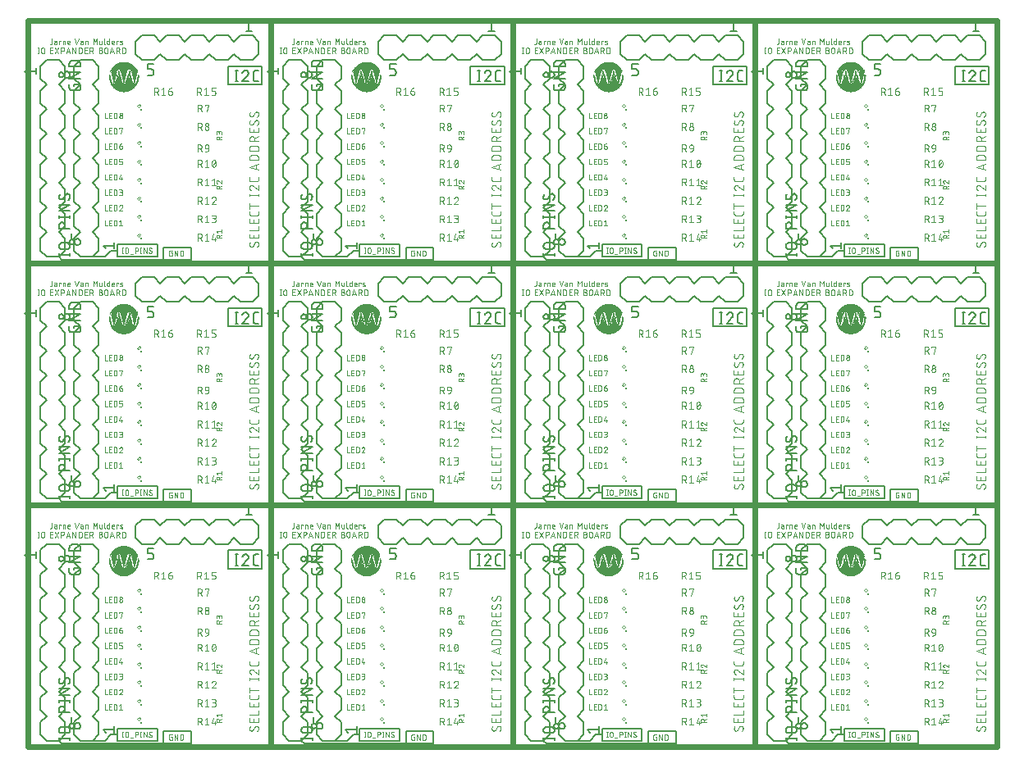
<source format=gto>
G75*
%MOIN*%
%OFA0B0*%
%FSLAX25Y25*%
%IPPOS*%
%LPD*%
%AMOC8*
5,1,8,0,0,1.08239X$1,22.5*
%
%ADD10C,0.00800*%
%ADD11C,0.00300*%
%ADD12R,0.00680X0.00020*%
%ADD13R,0.01200X0.00020*%
%ADD14R,0.01540X0.00020*%
%ADD15R,0.01820X0.00020*%
%ADD16R,0.02060X0.00020*%
%ADD17R,0.02300X0.00020*%
%ADD18R,0.02500X0.00020*%
%ADD19R,0.02660X0.00020*%
%ADD20R,0.02840X0.00020*%
%ADD21R,0.03000X0.00020*%
%ADD22R,0.03140X0.00020*%
%ADD23R,0.03300X0.00020*%
%ADD24R,0.03440X0.00020*%
%ADD25R,0.03560X0.00020*%
%ADD26R,0.03700X0.00020*%
%ADD27R,0.03820X0.00020*%
%ADD28R,0.03940X0.00020*%
%ADD29R,0.04060X0.00020*%
%ADD30R,0.04140X0.00020*%
%ADD31R,0.04260X0.00020*%
%ADD32R,0.04380X0.00020*%
%ADD33R,0.04460X0.00020*%
%ADD34R,0.04580X0.00020*%
%ADD35R,0.04660X0.00020*%
%ADD36R,0.04760X0.00020*%
%ADD37R,0.04860X0.00020*%
%ADD38R,0.04940X0.00020*%
%ADD39R,0.05020X0.00020*%
%ADD40R,0.05100X0.00020*%
%ADD41R,0.05180X0.00020*%
%ADD42R,0.05280X0.00020*%
%ADD43R,0.05360X0.00020*%
%ADD44R,0.05440X0.00020*%
%ADD45R,0.05520X0.00020*%
%ADD46R,0.05580X0.00020*%
%ADD47R,0.05660X0.00020*%
%ADD48R,0.05740X0.00020*%
%ADD49R,0.05820X0.00020*%
%ADD50R,0.05900X0.00020*%
%ADD51R,0.05940X0.00020*%
%ADD52R,0.06020X0.00020*%
%ADD53R,0.06100X0.00020*%
%ADD54R,0.06180X0.00020*%
%ADD55R,0.06220X0.00020*%
%ADD56R,0.06300X0.00020*%
%ADD57R,0.06360X0.00020*%
%ADD58R,0.06420X0.00020*%
%ADD59R,0.06500X0.00020*%
%ADD60R,0.06540X0.00020*%
%ADD61R,0.06620X0.00020*%
%ADD62R,0.06660X0.00020*%
%ADD63R,0.06740X0.00020*%
%ADD64R,0.06780X0.00020*%
%ADD65R,0.06860X0.00020*%
%ADD66R,0.06900X0.00020*%
%ADD67R,0.06960X0.00020*%
%ADD68R,0.07020X0.00020*%
%ADD69R,0.07060X0.00020*%
%ADD70R,0.07140X0.00020*%
%ADD71R,0.07180X0.00020*%
%ADD72R,0.07220X0.00020*%
%ADD73R,0.07300X0.00020*%
%ADD74R,0.07340X0.00020*%
%ADD75R,0.07380X0.00020*%
%ADD76R,0.07440X0.00020*%
%ADD77R,0.07500X0.00020*%
%ADD78R,0.07540X0.00020*%
%ADD79R,0.07580X0.00020*%
%ADD80R,0.07620X0.00020*%
%ADD81R,0.07700X0.00020*%
%ADD82R,0.07740X0.00020*%
%ADD83R,0.07780X0.00020*%
%ADD84R,0.07820X0.00020*%
%ADD85R,0.07860X0.00020*%
%ADD86R,0.07940X0.00020*%
%ADD87R,0.07980X0.00020*%
%ADD88R,0.08020X0.00020*%
%ADD89R,0.08060X0.00020*%
%ADD90R,0.08100X0.00020*%
%ADD91R,0.08140X0.00020*%
%ADD92R,0.08180X0.00020*%
%ADD93R,0.08220X0.00020*%
%ADD94R,0.08260X0.00020*%
%ADD95R,0.08300X0.00020*%
%ADD96R,0.08340X0.00020*%
%ADD97R,0.08380X0.00020*%
%ADD98R,0.08420X0.00020*%
%ADD99R,0.08460X0.00020*%
%ADD100R,0.08500X0.00020*%
%ADD101R,0.08540X0.00020*%
%ADD102R,0.08580X0.00020*%
%ADD103R,0.08620X0.00020*%
%ADD104R,0.08660X0.00020*%
%ADD105R,0.08700X0.00020*%
%ADD106R,0.08740X0.00020*%
%ADD107R,0.08780X0.00020*%
%ADD108R,0.08820X0.00020*%
%ADD109R,0.08860X0.00020*%
%ADD110R,0.08900X0.00020*%
%ADD111R,0.08940X0.00020*%
%ADD112R,0.08980X0.00020*%
%ADD113R,0.09020X0.00020*%
%ADD114R,0.09060X0.00020*%
%ADD115R,0.09100X0.00020*%
%ADD116R,0.09140X0.00020*%
%ADD117R,0.09180X0.00020*%
%ADD118R,0.09220X0.00020*%
%ADD119R,0.09260X0.00020*%
%ADD120R,0.09260X0.00020*%
%ADD121R,0.09300X0.00020*%
%ADD122R,0.09340X0.00020*%
%ADD123R,0.09380X0.00020*%
%ADD124R,0.09420X0.00020*%
%ADD125R,0.09440X0.00020*%
%ADD126R,0.09460X0.00020*%
%ADD127R,0.09500X0.00020*%
%ADD128R,0.09540X0.00020*%
%ADD129R,0.09580X0.00020*%
%ADD130R,0.09580X0.00020*%
%ADD131R,0.09620X0.00020*%
%ADD132R,0.09660X0.00020*%
%ADD133R,0.09700X0.00020*%
%ADD134R,0.09740X0.00020*%
%ADD135R,0.09780X0.00020*%
%ADD136R,0.09800X0.00020*%
%ADD137R,0.09820X0.00020*%
%ADD138R,0.09860X0.00020*%
%ADD139R,0.09900X0.00020*%
%ADD140R,0.09900X0.00020*%
%ADD141R,0.09940X0.00020*%
%ADD142R,0.09980X0.00020*%
%ADD143R,0.10020X0.00020*%
%ADD144R,0.10060X0.00020*%
%ADD145R,0.10060X0.00020*%
%ADD146R,0.10100X0.00020*%
%ADD147R,0.10140X0.00020*%
%ADD148R,0.10140X0.00020*%
%ADD149R,0.10180X0.00020*%
%ADD150R,0.10180X0.00020*%
%ADD151R,0.10220X0.00020*%
%ADD152R,0.10260X0.00020*%
%ADD153R,0.10260X0.00020*%
%ADD154R,0.10300X0.00020*%
%ADD155R,0.10340X0.00020*%
%ADD156R,0.10340X0.00020*%
%ADD157R,0.10380X0.00020*%
%ADD158R,0.10380X0.00020*%
%ADD159R,0.10420X0.00020*%
%ADD160R,0.10420X0.00020*%
%ADD161R,0.10460X0.00020*%
%ADD162R,0.10500X0.00020*%
%ADD163R,0.10500X0.00020*%
%ADD164R,0.10540X0.00020*%
%ADD165R,0.10540X0.00020*%
%ADD166R,0.10580X0.00020*%
%ADD167R,0.10620X0.00020*%
%ADD168R,0.00980X0.00020*%
%ADD169R,0.04040X0.00020*%
%ADD170R,0.01000X0.00020*%
%ADD171R,0.00900X0.00020*%
%ADD172R,0.03820X0.00020*%
%ADD173R,0.03820X0.00020*%
%ADD174R,0.00840X0.00020*%
%ADD175R,0.03700X0.00020*%
%ADD176R,0.03680X0.00020*%
%ADD177R,0.00800X0.00020*%
%ADD178R,0.03620X0.00020*%
%ADD179R,0.03600X0.00020*%
%ADD180R,0.00820X0.00020*%
%ADD181R,0.00780X0.00020*%
%ADD182R,0.03540X0.00020*%
%ADD183R,0.03520X0.00020*%
%ADD184R,0.00800X0.00020*%
%ADD185R,0.00760X0.00020*%
%ADD186R,0.03480X0.00020*%
%ADD187R,0.00780X0.00020*%
%ADD188R,0.00740X0.00020*%
%ADD189R,0.03420X0.00020*%
%ADD190R,0.03440X0.00020*%
%ADD191R,0.00760X0.00020*%
%ADD192R,0.00740X0.00020*%
%ADD193R,0.03380X0.00020*%
%ADD194R,0.00720X0.00020*%
%ADD195R,0.03340X0.00020*%
%ADD196R,0.03340X0.00020*%
%ADD197R,0.00720X0.00020*%
%ADD198R,0.03320X0.00020*%
%ADD199R,0.00700X0.00020*%
%ADD200R,0.03260X0.00020*%
%ADD201R,0.00720X0.00020*%
%ADD202R,0.00700X0.00020*%
%ADD203R,0.03220X0.00020*%
%ADD204R,0.03200X0.00020*%
%ADD205R,0.00720X0.00020*%
%ADD206R,0.03180X0.00020*%
%ADD207R,0.03160X0.00020*%
%ADD208R,0.03120X0.00020*%
%ADD209R,0.03120X0.00020*%
%ADD210R,0.00680X0.00020*%
%ADD211R,0.03080X0.00020*%
%ADD212R,0.03060X0.00020*%
%ADD213R,0.03040X0.00020*%
%ADD214R,0.03020X0.00020*%
%ADD215R,0.02980X0.00020*%
%ADD216R,0.02960X0.00020*%
%ADD217R,0.02940X0.00020*%
%ADD218R,0.02920X0.00020*%
%ADD219R,0.02900X0.00020*%
%ADD220R,0.00020X0.00020*%
%ADD221R,0.02880X0.00020*%
%ADD222R,0.02860X0.00020*%
%ADD223R,0.00020X0.00020*%
%ADD224R,0.00660X0.00020*%
%ADD225R,0.00040X0.00020*%
%ADD226R,0.02840X0.00020*%
%ADD227R,0.00060X0.00020*%
%ADD228R,0.02820X0.00020*%
%ADD229R,0.02800X0.00020*%
%ADD230R,0.00660X0.00020*%
%ADD231R,0.00080X0.00020*%
%ADD232R,0.02780X0.00020*%
%ADD233R,0.00100X0.00020*%
%ADD234R,0.00100X0.00020*%
%ADD235R,0.02760X0.00020*%
%ADD236R,0.02740X0.00020*%
%ADD237R,0.00120X0.00020*%
%ADD238R,0.02740X0.00020*%
%ADD239R,0.00120X0.00020*%
%ADD240R,0.02720X0.00020*%
%ADD241R,0.00140X0.00020*%
%ADD242R,0.00140X0.00020*%
%ADD243R,0.02700X0.00020*%
%ADD244R,0.00140X0.00020*%
%ADD245R,0.02680X0.00020*%
%ADD246R,0.00160X0.00020*%
%ADD247R,0.02680X0.00020*%
%ADD248R,0.00180X0.00020*%
%ADD249R,0.02640X0.00020*%
%ADD250R,0.00200X0.00020*%
%ADD251R,0.02620X0.00020*%
%ADD252R,0.02620X0.00020*%
%ADD253R,0.00180X0.00020*%
%ADD254R,0.00200X0.00020*%
%ADD255R,0.02600X0.00020*%
%ADD256R,0.00220X0.00020*%
%ADD257R,0.00240X0.00020*%
%ADD258R,0.02580X0.00020*%
%ADD259R,0.02560X0.00020*%
%ADD260R,0.00220X0.00020*%
%ADD261R,0.00240X0.00020*%
%ADD262R,0.02560X0.00020*%
%ADD263R,0.02540X0.00020*%
%ADD264R,0.00260X0.00020*%
%ADD265R,0.02520X0.00020*%
%ADD266R,0.00280X0.00020*%
%ADD267R,0.00260X0.00020*%
%ADD268R,0.00300X0.00020*%
%ADD269R,0.02480X0.00020*%
%ADD270R,0.00320X0.00020*%
%ADD271R,0.02460X0.00020*%
%ADD272R,0.00020X0.00020*%
%ADD273R,0.00320X0.00020*%
%ADD274R,0.00040X0.00020*%
%ADD275R,0.02440X0.00020*%
%ADD276R,0.00300X0.00020*%
%ADD277R,0.00320X0.00020*%
%ADD278R,0.02440X0.00020*%
%ADD279R,0.00040X0.00020*%
%ADD280R,0.00320X0.00020*%
%ADD281R,0.02420X0.00020*%
%ADD282R,0.00340X0.00020*%
%ADD283R,0.02400X0.00020*%
%ADD284R,0.00340X0.00020*%
%ADD285R,0.00360X0.00020*%
%ADD286R,0.02400X0.00020*%
%ADD287R,0.02380X0.00020*%
%ADD288R,0.00340X0.00020*%
%ADD289R,0.00360X0.00020*%
%ADD290R,0.02360X0.00020*%
%ADD291R,0.00380X0.00020*%
%ADD292R,0.00380X0.00020*%
%ADD293R,0.02340X0.00020*%
%ADD294R,0.00060X0.00020*%
%ADD295R,0.00400X0.00020*%
%ADD296R,0.02320X0.00020*%
%ADD297R,0.02320X0.00020*%
%ADD298R,0.00420X0.00020*%
%ADD299R,0.00420X0.00020*%
%ADD300R,0.00440X0.00020*%
%ADD301R,0.02280X0.00020*%
%ADD302R,0.00080X0.00020*%
%ADD303R,0.02260X0.00020*%
%ADD304R,0.00420X0.00020*%
%ADD305R,0.00440X0.00020*%
%ADD306R,0.02260X0.00020*%
%ADD307R,0.00460X0.00020*%
%ADD308R,0.00460X0.00020*%
%ADD309R,0.02240X0.00020*%
%ADD310R,0.00480X0.00020*%
%ADD311R,0.02220X0.00020*%
%ADD312R,0.02200X0.00020*%
%ADD313R,0.00500X0.00020*%
%ADD314R,0.00500X0.00020*%
%ADD315R,0.02180X0.00020*%
%ADD316R,0.00120X0.00020*%
%ADD317R,0.00520X0.00020*%
%ADD318R,0.02160X0.00020*%
%ADD319R,0.00520X0.00020*%
%ADD320R,0.00140X0.00020*%
%ADD321R,0.02140X0.00020*%
%ADD322R,0.00520X0.00020*%
%ADD323R,0.02140X0.00020*%
%ADD324R,0.00520X0.00020*%
%ADD325R,0.02140X0.00020*%
%ADD326R,0.00540X0.00020*%
%ADD327R,0.00540X0.00020*%
%ADD328R,0.02120X0.00020*%
%ADD329R,0.00540X0.00020*%
%ADD330R,0.00560X0.00020*%
%ADD331R,0.02100X0.00020*%
%ADD332R,0.02080X0.00020*%
%ADD333R,0.00640X0.00020*%
%ADD334R,0.00560X0.00020*%
%ADD335R,0.02080X0.00020*%
%ADD336R,0.00160X0.00020*%
%ADD337R,0.02060X0.00020*%
%ADD338R,0.00580X0.00020*%
%ADD339R,0.00580X0.00020*%
%ADD340R,0.02040X0.00020*%
%ADD341R,0.00600X0.00020*%
%ADD342R,0.02040X0.00020*%
%ADD343R,0.02020X0.00020*%
%ADD344R,0.02020X0.00020*%
%ADD345R,0.02000X0.00020*%
%ADD346R,0.00620X0.00020*%
%ADD347R,0.00620X0.00020*%
%ADD348R,0.01980X0.00020*%
%ADD349R,0.02000X0.00020*%
%ADD350R,0.00620X0.00020*%
%ADD351R,0.00640X0.00020*%
%ADD352R,0.01980X0.00020*%
%ADD353R,0.01960X0.00020*%
%ADD354R,0.01960X0.00020*%
%ADD355R,0.01940X0.00020*%
%ADD356R,0.01920X0.00020*%
%ADD357R,0.01900X0.00020*%
%ADD358R,0.01900X0.00020*%
%ADD359R,0.00220X0.00020*%
%ADD360R,0.01880X0.00020*%
%ADD361R,0.00220X0.00020*%
%ADD362R,0.01860X0.00020*%
%ADD363R,0.01880X0.00020*%
%ADD364R,0.01860X0.00020*%
%ADD365R,0.01840X0.00020*%
%ADD366R,0.01840X0.00020*%
%ADD367R,0.00740X0.00020*%
%ADD368R,0.01820X0.00020*%
%ADD369R,0.01800X0.00020*%
%ADD370R,0.01780X0.00020*%
%ADD371R,0.01780X0.00020*%
%ADD372R,0.01760X0.00020*%
%ADD373R,0.01740X0.00020*%
%ADD374R,0.01740X0.00020*%
%ADD375R,0.01720X0.00020*%
%ADD376R,0.00640X0.00020*%
%ADD377R,0.01720X0.00020*%
%ADD378R,0.00280X0.00020*%
%ADD379R,0.01720X0.00020*%
%ADD380R,0.00820X0.00020*%
%ADD381R,0.00640X0.00020*%
%ADD382R,0.00820X0.00020*%
%ADD383R,0.01700X0.00020*%
%ADD384R,0.00820X0.00020*%
%ADD385R,0.01680X0.00020*%
%ADD386R,0.01660X0.00020*%
%ADD387R,0.00860X0.00020*%
%ADD388R,0.00840X0.00020*%
%ADD389R,0.01660X0.00020*%
%ADD390R,0.01640X0.00020*%
%ADD391R,0.00860X0.00020*%
%ADD392R,0.01620X0.00020*%
%ADD393R,0.01640X0.00020*%
%ADD394R,0.00880X0.00020*%
%ADD395R,0.01620X0.00020*%
%ADD396R,0.01600X0.00020*%
%ADD397R,0.00880X0.00020*%
%ADD398R,0.01600X0.00020*%
%ADD399R,0.00900X0.00020*%
%ADD400R,0.01580X0.00020*%
%ADD401R,0.01560X0.00020*%
%ADD402R,0.01580X0.00020*%
%ADD403R,0.00920X0.00020*%
%ADD404R,0.01560X0.00020*%
%ADD405R,0.00920X0.00020*%
%ADD406R,0.00920X0.00020*%
%ADD407R,0.01540X0.00020*%
%ADD408R,0.00920X0.00020*%
%ADD409R,0.01540X0.00020*%
%ADD410R,0.00940X0.00020*%
%ADD411R,0.00620X0.00020*%
%ADD412R,0.00940X0.00020*%
%ADD413R,0.01520X0.00020*%
%ADD414R,0.00940X0.00020*%
%ADD415R,0.00960X0.00020*%
%ADD416R,0.01500X0.00020*%
%ADD417R,0.00960X0.00020*%
%ADD418R,0.01500X0.00020*%
%ADD419R,0.01480X0.00020*%
%ADD420R,0.01480X0.00020*%
%ADD421R,0.00980X0.00020*%
%ADD422R,0.01460X0.00020*%
%ADD423R,0.01440X0.00020*%
%ADD424R,0.01460X0.00020*%
%ADD425R,0.01420X0.00020*%
%ADD426R,0.00600X0.00020*%
%ADD427R,0.01000X0.00020*%
%ADD428R,0.01420X0.00020*%
%ADD429R,0.01420X0.00020*%
%ADD430R,0.01020X0.00020*%
%ADD431R,0.01020X0.00020*%
%ADD432R,0.01400X0.00020*%
%ADD433R,0.01020X0.00020*%
%ADD434R,0.01040X0.00020*%
%ADD435R,0.01380X0.00020*%
%ADD436R,0.00400X0.00020*%
%ADD437R,0.01400X0.00020*%
%ADD438R,0.01040X0.00020*%
%ADD439R,0.01380X0.00020*%
%ADD440R,0.01360X0.00020*%
%ADD441R,0.01060X0.00020*%
%ADD442R,0.01060X0.00020*%
%ADD443R,0.01340X0.00020*%
%ADD444R,0.01080X0.00020*%
%ADD445R,0.01320X0.00020*%
%ADD446R,0.01080X0.00020*%
%ADD447R,0.01320X0.00020*%
%ADD448R,0.00420X0.00020*%
%ADD449R,0.01300X0.00020*%
%ADD450R,0.01100X0.00020*%
%ADD451R,0.01300X0.00020*%
%ADD452R,0.01280X0.00020*%
%ADD453R,0.01100X0.00020*%
%ADD454R,0.01120X0.00020*%
%ADD455R,0.01260X0.00020*%
%ADD456R,0.01120X0.00020*%
%ADD457R,0.00440X0.00020*%
%ADD458R,0.01120X0.00020*%
%ADD459R,0.01260X0.00020*%
%ADD460R,0.01120X0.00020*%
%ADD461R,0.01240X0.00020*%
%ADD462R,0.01140X0.00020*%
%ADD463R,0.01240X0.00020*%
%ADD464R,0.01240X0.00020*%
%ADD465R,0.01140X0.00020*%
%ADD466R,0.01220X0.00020*%
%ADD467R,0.01140X0.00020*%
%ADD468R,0.01160X0.00020*%
%ADD469R,0.01200X0.00020*%
%ADD470R,0.01160X0.00020*%
%ADD471R,0.01180X0.00020*%
%ADD472R,0.01180X0.00020*%
%ADD473R,0.00480X0.00020*%
%ADD474R,0.01220X0.00020*%
%ADD475R,0.01220X0.00020*%
%ADD476R,0.01240X0.00020*%
%ADD477R,0.01280X0.00020*%
%ADD478R,0.01020X0.00020*%
%ADD479R,0.01320X0.00020*%
%ADD480R,0.01320X0.00020*%
%ADD481R,0.00940X0.00020*%
%ADD482R,0.01340X0.00020*%
%ADD483R,0.01340X0.00020*%
%ADD484R,0.01360X0.00020*%
%ADD485R,0.01440X0.00020*%
%ADD486R,0.01520X0.00020*%
%ADD487R,0.01520X0.00020*%
%ADD488R,0.01520X0.00020*%
%ADD489R,0.01540X0.00020*%
%ADD490R,0.01620X0.00020*%
%ADD491R,0.01620X0.00020*%
%ADD492R,0.01680X0.00020*%
%ADD493R,0.01700X0.00020*%
%ADD494R,0.00740X0.00020*%
%ADD495R,0.01740X0.00020*%
%ADD496R,0.01740X0.00020*%
%ADD497R,0.01760X0.00020*%
%ADD498R,0.01800X0.00020*%
%ADD499R,0.01820X0.00020*%
%ADD500R,0.01820X0.00020*%
%ADD501R,0.01840X0.00020*%
%ADD502R,0.01920X0.00020*%
%ADD503R,0.00840X0.00020*%
%ADD504R,0.00040X0.00020*%
%ADD505R,0.01920X0.00020*%
%ADD506R,0.01920X0.00020*%
%ADD507R,0.01940X0.00020*%
%ADD508R,0.01940X0.00020*%
%ADD509R,0.02020X0.00020*%
%ADD510R,0.02100X0.00020*%
%ADD511R,0.02120X0.00020*%
%ADD512R,0.02140X0.00020*%
%ADD513R,0.02120X0.00020*%
%ADD514R,0.02160X0.00020*%
%ADD515R,0.02180X0.00020*%
%ADD516R,0.02200X0.00020*%
%ADD517R,0.02220X0.00020*%
%ADD518R,0.02220X0.00020*%
%ADD519R,0.02240X0.00020*%
%ADD520R,0.02280X0.00020*%
%ADD521R,0.02300X0.00020*%
%ADD522R,0.02320X0.00020*%
%ADD523R,0.02320X0.00020*%
%ADD524R,0.02340X0.00020*%
%ADD525R,0.02340X0.00020*%
%ADD526R,0.02360X0.00020*%
%ADD527R,0.02440X0.00020*%
%ADD528R,0.02460X0.00020*%
%ADD529R,0.02480X0.00020*%
%ADD530R,0.02020X0.00020*%
%ADD531R,0.02540X0.00020*%
%ADD532R,0.02580X0.00020*%
%ADD533R,0.02600X0.00020*%
%ADD534R,0.02620X0.00020*%
%ADD535R,0.02640X0.00020*%
%ADD536R,0.02760X0.00020*%
%ADD537R,0.02780X0.00020*%
%ADD538R,0.01420X0.00020*%
%ADD539R,0.00440X0.00020*%
%ADD540R,0.02820X0.00020*%
%ADD541R,0.02860X0.00020*%
%ADD542R,0.02900X0.00020*%
%ADD543R,0.02920X0.00020*%
%ADD544R,0.02920X0.00020*%
%ADD545R,0.02960X0.00020*%
%ADD546R,0.03000X0.00020*%
%ADD547R,0.00020X0.00020*%
%ADD548R,0.03040X0.00020*%
%ADD549R,0.03040X0.00020*%
%ADD550R,0.03080X0.00020*%
%ADD551R,0.03100X0.00020*%
%ADD552R,0.03120X0.00020*%
%ADD553R,0.03160X0.00020*%
%ADD554R,0.01040X0.00020*%
%ADD555R,0.03200X0.00020*%
%ADD556R,0.03220X0.00020*%
%ADD557R,0.00540X0.00020*%
%ADD558R,0.03260X0.00020*%
%ADD559R,0.03280X0.00020*%
%ADD560R,0.03360X0.00020*%
%ADD561R,0.03400X0.00020*%
%ADD562R,0.03460X0.00020*%
%ADD563R,0.03500X0.00020*%
%ADD564R,0.03580X0.00020*%
%ADD565R,0.03660X0.00020*%
%ADD566R,0.03760X0.00020*%
%ADD567R,0.02880X0.00020*%
%ADD568R,0.03920X0.00020*%
%ADD569R,0.10240X0.00020*%
%ADD570R,0.10020X0.00020*%
%ADD571R,0.09940X0.00020*%
%ADD572R,0.09860X0.00020*%
%ADD573R,0.09780X0.00020*%
%ADD574R,0.09660X0.00020*%
%ADD575R,0.09420X0.00020*%
%ADD576R,0.09400X0.00020*%
%ADD577R,0.09020X0.00020*%
%ADD578R,0.08980X0.00020*%
%ADD579R,0.07940X0.00020*%
%ADD580R,0.07900X0.00020*%
%ADD581R,0.07660X0.00020*%
%ADD582R,0.07420X0.00020*%
%ADD583R,0.07260X0.00020*%
%ADD584R,0.07100X0.00020*%
%ADD585R,0.06940X0.00020*%
%ADD586R,0.06820X0.00020*%
%ADD587R,0.06600X0.00020*%
%ADD588R,0.06460X0.00020*%
%ADD589R,0.06340X0.00020*%
%ADD590R,0.06140X0.00020*%
%ADD591R,0.05860X0.00020*%
%ADD592R,0.05500X0.00020*%
%ADD593R,0.05420X0.00020*%
%ADD594R,0.05340X0.00020*%
%ADD595R,0.05260X0.00020*%
%ADD596R,0.04840X0.00020*%
%ADD597R,0.04740X0.00020*%
%ADD598R,0.04540X0.00020*%
%ADD599R,0.04340X0.00020*%
%ADD600R,0.04020X0.00020*%
%ADD601R,0.03800X0.00020*%
%ADD602R,0.03680X0.00020*%
%ADD603R,0.03540X0.00020*%
%ADD604R,0.03420X0.00020*%
%ADD605R,0.03280X0.00020*%
%ADD606R,0.02980X0.00020*%
%ADD607C,0.00200*%
%ADD608C,0.00500*%
%ADD609C,0.02400*%
%ADD610C,0.00250*%
%ADD611C,0.00984*%
%ADD612C,0.00600*%
D10*
X0017000Y0004700D02*
X0018250Y0003450D01*
X0059500Y0003450D01*
X0059500Y0008450D01*
X0070750Y0008450D01*
X0070750Y0003450D01*
X0059500Y0003450D01*
X0057000Y0004700D02*
X0040750Y0004700D01*
X0040750Y0007200D01*
X0040750Y0009700D01*
X0057000Y0009700D01*
X0057000Y0004700D01*
X0040750Y0007200D02*
X0038250Y0007200D01*
X0035750Y0004700D01*
X0030750Y0004700D01*
X0115425Y0004700D02*
X0116675Y0003450D01*
X0157925Y0003450D01*
X0157925Y0008450D01*
X0169175Y0008450D01*
X0169175Y0003450D01*
X0157925Y0003450D01*
X0155425Y0004700D02*
X0139175Y0004700D01*
X0139175Y0007200D01*
X0139175Y0009700D01*
X0155425Y0009700D01*
X0155425Y0004700D01*
X0139175Y0007200D02*
X0136675Y0007200D01*
X0134175Y0004700D01*
X0129175Y0004700D01*
X0213850Y0004700D02*
X0215100Y0003450D01*
X0256350Y0003450D01*
X0256350Y0008450D01*
X0267600Y0008450D01*
X0267600Y0003450D01*
X0256350Y0003450D01*
X0253850Y0004700D02*
X0237600Y0004700D01*
X0237600Y0007200D01*
X0237600Y0009700D01*
X0253850Y0009700D01*
X0253850Y0004700D01*
X0237600Y0007200D02*
X0235100Y0007200D01*
X0232600Y0004700D01*
X0227600Y0004700D01*
X0312276Y0004700D02*
X0313526Y0003450D01*
X0354776Y0003450D01*
X0354776Y0008450D01*
X0366026Y0008450D01*
X0366026Y0003450D01*
X0354776Y0003450D01*
X0352276Y0004700D02*
X0336026Y0004700D01*
X0336026Y0007200D01*
X0336026Y0009700D01*
X0352276Y0009700D01*
X0352276Y0004700D01*
X0336026Y0007200D02*
X0333526Y0007200D01*
X0331026Y0004700D01*
X0326026Y0004700D01*
X0296350Y0074700D02*
X0282600Y0074700D01*
X0282600Y0082200D01*
X0296350Y0082200D01*
X0296350Y0074700D01*
X0313526Y0101875D02*
X0354776Y0101875D01*
X0354776Y0106875D01*
X0366026Y0106875D01*
X0366026Y0101875D01*
X0354776Y0101875D01*
X0352276Y0103125D02*
X0336026Y0103125D01*
X0336026Y0105625D01*
X0336026Y0108125D01*
X0352276Y0108125D01*
X0352276Y0103125D01*
X0336026Y0105625D02*
X0333526Y0105625D01*
X0331026Y0103125D01*
X0326026Y0103125D01*
X0313526Y0101875D02*
X0312276Y0103125D01*
X0267600Y0101875D02*
X0267600Y0106875D01*
X0256350Y0106875D01*
X0256350Y0101875D01*
X0267600Y0101875D01*
X0256350Y0101875D02*
X0215100Y0101875D01*
X0213850Y0103125D01*
X0227600Y0103125D02*
X0232600Y0103125D01*
X0235100Y0105625D01*
X0237600Y0105625D01*
X0237600Y0103125D01*
X0253850Y0103125D01*
X0253850Y0108125D01*
X0237600Y0108125D01*
X0237600Y0105625D01*
X0197925Y0082200D02*
X0184175Y0082200D01*
X0184175Y0074700D01*
X0197925Y0074700D01*
X0197925Y0082200D01*
X0169175Y0101875D02*
X0169175Y0106875D01*
X0157925Y0106875D01*
X0157925Y0101875D01*
X0169175Y0101875D01*
X0157925Y0101875D02*
X0116675Y0101875D01*
X0115425Y0103125D01*
X0129175Y0103125D02*
X0134175Y0103125D01*
X0136675Y0105625D01*
X0139175Y0105625D01*
X0139175Y0103125D01*
X0155425Y0103125D01*
X0155425Y0108125D01*
X0139175Y0108125D01*
X0139175Y0105625D01*
X0099500Y0082200D02*
X0085750Y0082200D01*
X0085750Y0074700D01*
X0099500Y0074700D01*
X0099500Y0082200D01*
X0070750Y0101875D02*
X0070750Y0106875D01*
X0059500Y0106875D01*
X0059500Y0101875D01*
X0070750Y0101875D01*
X0059500Y0101875D02*
X0018250Y0101875D01*
X0017000Y0103125D01*
X0030750Y0103125D02*
X0035750Y0103125D01*
X0038250Y0105625D01*
X0040750Y0105625D01*
X0040750Y0103125D01*
X0057000Y0103125D01*
X0057000Y0108125D01*
X0040750Y0108125D01*
X0040750Y0105625D01*
X0085750Y0173125D02*
X0099500Y0173125D01*
X0099500Y0180625D01*
X0085750Y0180625D01*
X0085750Y0173125D01*
X0070750Y0200300D02*
X0059500Y0200300D01*
X0059500Y0205300D01*
X0070750Y0205300D01*
X0070750Y0200300D01*
X0059500Y0200300D02*
X0018250Y0200300D01*
X0017000Y0201550D01*
X0030750Y0201550D02*
X0035750Y0201550D01*
X0038250Y0204050D01*
X0040750Y0204050D01*
X0040750Y0201550D01*
X0057000Y0201550D01*
X0057000Y0206550D01*
X0040750Y0206550D01*
X0040750Y0204050D01*
X0115425Y0201550D02*
X0116675Y0200300D01*
X0157925Y0200300D01*
X0157925Y0205300D01*
X0169175Y0205300D01*
X0169175Y0200300D01*
X0157925Y0200300D01*
X0155425Y0201550D02*
X0139175Y0201550D01*
X0139175Y0204050D01*
X0139175Y0206550D01*
X0155425Y0206550D01*
X0155425Y0201550D01*
X0139175Y0204050D02*
X0136675Y0204050D01*
X0134175Y0201550D01*
X0129175Y0201550D01*
X0184175Y0180625D02*
X0184175Y0173125D01*
X0197925Y0173125D01*
X0197925Y0180625D01*
X0184175Y0180625D01*
X0213850Y0201550D02*
X0215100Y0200300D01*
X0256350Y0200300D01*
X0256350Y0205300D01*
X0267600Y0205300D01*
X0267600Y0200300D01*
X0256350Y0200300D01*
X0253850Y0201550D02*
X0237600Y0201550D01*
X0237600Y0204050D01*
X0237600Y0206550D01*
X0253850Y0206550D01*
X0253850Y0201550D01*
X0237600Y0204050D02*
X0235100Y0204050D01*
X0232600Y0201550D01*
X0227600Y0201550D01*
X0282600Y0180625D02*
X0282600Y0173125D01*
X0296350Y0173125D01*
X0296350Y0180625D01*
X0282600Y0180625D01*
X0312276Y0201550D02*
X0313526Y0200300D01*
X0354776Y0200300D01*
X0354776Y0205300D01*
X0366026Y0205300D01*
X0366026Y0200300D01*
X0354776Y0200300D01*
X0352276Y0201550D02*
X0336026Y0201550D01*
X0336026Y0204050D01*
X0336026Y0206550D01*
X0352276Y0206550D01*
X0352276Y0201550D01*
X0336026Y0204050D02*
X0333526Y0204050D01*
X0331026Y0201550D01*
X0326026Y0201550D01*
X0381026Y0180625D02*
X0381026Y0173125D01*
X0394776Y0173125D01*
X0394776Y0180625D01*
X0381026Y0180625D01*
X0381026Y0271550D02*
X0394776Y0271550D01*
X0394776Y0279050D01*
X0381026Y0279050D01*
X0381026Y0271550D01*
X0296350Y0271550D02*
X0296350Y0279050D01*
X0282600Y0279050D01*
X0282600Y0271550D01*
X0296350Y0271550D01*
X0197925Y0271550D02*
X0197925Y0279050D01*
X0184175Y0279050D01*
X0184175Y0271550D01*
X0197925Y0271550D01*
X0099500Y0271550D02*
X0099500Y0279050D01*
X0085750Y0279050D01*
X0085750Y0271550D01*
X0099500Y0271550D01*
X0381026Y0082200D02*
X0381026Y0074700D01*
X0394776Y0074700D01*
X0394776Y0082200D01*
X0381026Y0082200D01*
D11*
X0375876Y0073300D02*
X0374264Y0073300D01*
X0374264Y0072011D01*
X0375231Y0072011D01*
X0375279Y0072009D01*
X0375327Y0072004D01*
X0375374Y0071995D01*
X0375421Y0071982D01*
X0375466Y0071966D01*
X0375510Y0071947D01*
X0375553Y0071925D01*
X0375594Y0071899D01*
X0375633Y0071870D01*
X0375669Y0071839D01*
X0375703Y0071805D01*
X0375734Y0071769D01*
X0375763Y0071730D01*
X0375789Y0071689D01*
X0375811Y0071646D01*
X0375830Y0071602D01*
X0375846Y0071557D01*
X0375859Y0071510D01*
X0375868Y0071463D01*
X0375873Y0071415D01*
X0375875Y0071367D01*
X0375876Y0071367D02*
X0375876Y0071044D01*
X0375875Y0071044D02*
X0375873Y0070996D01*
X0375868Y0070948D01*
X0375859Y0070901D01*
X0375846Y0070854D01*
X0375830Y0070809D01*
X0375811Y0070765D01*
X0375789Y0070722D01*
X0375763Y0070681D01*
X0375734Y0070642D01*
X0375703Y0070606D01*
X0375669Y0070572D01*
X0375633Y0070541D01*
X0375594Y0070512D01*
X0375553Y0070486D01*
X0375510Y0070464D01*
X0375466Y0070445D01*
X0375421Y0070429D01*
X0375374Y0070416D01*
X0375327Y0070407D01*
X0375279Y0070402D01*
X0375231Y0070400D01*
X0374264Y0070400D01*
X0372996Y0070400D02*
X0371384Y0070400D01*
X0372190Y0070400D02*
X0372190Y0073300D01*
X0371384Y0072656D01*
X0369330Y0073300D02*
X0369385Y0073298D01*
X0369440Y0073292D01*
X0369494Y0073283D01*
X0369547Y0073270D01*
X0369600Y0073253D01*
X0369651Y0073233D01*
X0369701Y0073210D01*
X0369749Y0073183D01*
X0369795Y0073152D01*
X0369839Y0073119D01*
X0369880Y0073083D01*
X0369919Y0073044D01*
X0369955Y0073003D01*
X0369988Y0072959D01*
X0370019Y0072913D01*
X0370046Y0072865D01*
X0370069Y0072815D01*
X0370089Y0072764D01*
X0370106Y0072711D01*
X0370119Y0072658D01*
X0370128Y0072604D01*
X0370134Y0072549D01*
X0370136Y0072494D01*
X0370134Y0072439D01*
X0370128Y0072384D01*
X0370119Y0072330D01*
X0370106Y0072277D01*
X0370089Y0072224D01*
X0370069Y0072173D01*
X0370046Y0072123D01*
X0370019Y0072075D01*
X0369988Y0072029D01*
X0369955Y0071985D01*
X0369919Y0071944D01*
X0369880Y0071905D01*
X0369839Y0071869D01*
X0369795Y0071836D01*
X0369749Y0071805D01*
X0369701Y0071778D01*
X0369651Y0071755D01*
X0369600Y0071735D01*
X0369547Y0071718D01*
X0369494Y0071705D01*
X0369440Y0071696D01*
X0369385Y0071690D01*
X0369330Y0071688D01*
X0369330Y0071689D02*
X0368525Y0071689D01*
X0369491Y0071689D02*
X0370136Y0070400D01*
X0368525Y0070400D02*
X0368525Y0073300D01*
X0369330Y0073300D01*
X0369481Y0066500D02*
X0368676Y0066500D01*
X0368676Y0063600D01*
X0368676Y0064889D02*
X0369481Y0064889D01*
X0369642Y0064889D02*
X0370287Y0063600D01*
X0372341Y0063600D02*
X0373147Y0066500D01*
X0371535Y0066500D01*
X0371535Y0066178D01*
X0369481Y0066500D02*
X0369536Y0066498D01*
X0369591Y0066492D01*
X0369645Y0066483D01*
X0369698Y0066470D01*
X0369751Y0066453D01*
X0369802Y0066433D01*
X0369852Y0066410D01*
X0369900Y0066383D01*
X0369946Y0066352D01*
X0369990Y0066319D01*
X0370031Y0066283D01*
X0370070Y0066244D01*
X0370106Y0066203D01*
X0370139Y0066159D01*
X0370170Y0066113D01*
X0370197Y0066065D01*
X0370220Y0066015D01*
X0370240Y0065964D01*
X0370257Y0065911D01*
X0370270Y0065858D01*
X0370279Y0065804D01*
X0370285Y0065749D01*
X0370287Y0065694D01*
X0370285Y0065639D01*
X0370279Y0065584D01*
X0370270Y0065530D01*
X0370257Y0065477D01*
X0370240Y0065424D01*
X0370220Y0065373D01*
X0370197Y0065323D01*
X0370170Y0065275D01*
X0370139Y0065229D01*
X0370106Y0065185D01*
X0370070Y0065144D01*
X0370031Y0065105D01*
X0369990Y0065069D01*
X0369946Y0065036D01*
X0369900Y0065005D01*
X0369852Y0064978D01*
X0369802Y0064955D01*
X0369751Y0064935D01*
X0369698Y0064918D01*
X0369645Y0064905D01*
X0369591Y0064896D01*
X0369536Y0064890D01*
X0369481Y0064888D01*
X0369481Y0059000D02*
X0368676Y0059000D01*
X0368676Y0056100D01*
X0368676Y0057389D02*
X0369481Y0057389D01*
X0369642Y0057389D02*
X0370287Y0056100D01*
X0371535Y0056906D02*
X0371537Y0056851D01*
X0371543Y0056796D01*
X0371552Y0056742D01*
X0371565Y0056689D01*
X0371582Y0056636D01*
X0371602Y0056585D01*
X0371625Y0056535D01*
X0371652Y0056487D01*
X0371683Y0056441D01*
X0371716Y0056397D01*
X0371752Y0056356D01*
X0371791Y0056317D01*
X0371832Y0056281D01*
X0371876Y0056248D01*
X0371922Y0056217D01*
X0371970Y0056190D01*
X0372020Y0056167D01*
X0372071Y0056147D01*
X0372124Y0056130D01*
X0372177Y0056117D01*
X0372231Y0056108D01*
X0372286Y0056102D01*
X0372341Y0056100D01*
X0372396Y0056102D01*
X0372451Y0056108D01*
X0372505Y0056117D01*
X0372558Y0056130D01*
X0372611Y0056147D01*
X0372662Y0056167D01*
X0372712Y0056190D01*
X0372760Y0056217D01*
X0372806Y0056248D01*
X0372850Y0056281D01*
X0372891Y0056317D01*
X0372930Y0056356D01*
X0372966Y0056397D01*
X0372999Y0056441D01*
X0373030Y0056487D01*
X0373057Y0056535D01*
X0373080Y0056585D01*
X0373100Y0056636D01*
X0373117Y0056689D01*
X0373130Y0056742D01*
X0373139Y0056796D01*
X0373145Y0056851D01*
X0373147Y0056906D01*
X0373145Y0056961D01*
X0373139Y0057016D01*
X0373130Y0057070D01*
X0373117Y0057123D01*
X0373100Y0057176D01*
X0373080Y0057227D01*
X0373057Y0057277D01*
X0373030Y0057325D01*
X0372999Y0057371D01*
X0372966Y0057415D01*
X0372930Y0057456D01*
X0372891Y0057495D01*
X0372850Y0057531D01*
X0372806Y0057564D01*
X0372760Y0057595D01*
X0372712Y0057622D01*
X0372662Y0057645D01*
X0372611Y0057665D01*
X0372558Y0057682D01*
X0372505Y0057695D01*
X0372451Y0057704D01*
X0372396Y0057710D01*
X0372341Y0057712D01*
X0372286Y0057710D01*
X0372231Y0057704D01*
X0372177Y0057695D01*
X0372124Y0057682D01*
X0372071Y0057665D01*
X0372020Y0057645D01*
X0371970Y0057622D01*
X0371922Y0057595D01*
X0371876Y0057564D01*
X0371832Y0057531D01*
X0371791Y0057495D01*
X0371752Y0057456D01*
X0371716Y0057415D01*
X0371683Y0057371D01*
X0371652Y0057325D01*
X0371625Y0057277D01*
X0371602Y0057227D01*
X0371582Y0057176D01*
X0371565Y0057123D01*
X0371552Y0057070D01*
X0371543Y0057016D01*
X0371537Y0056961D01*
X0371535Y0056906D01*
X0371697Y0058356D02*
X0371699Y0058307D01*
X0371705Y0058258D01*
X0371714Y0058209D01*
X0371727Y0058162D01*
X0371744Y0058115D01*
X0371764Y0058070D01*
X0371787Y0058027D01*
X0371814Y0057985D01*
X0371844Y0057946D01*
X0371877Y0057909D01*
X0371913Y0057875D01*
X0371951Y0057844D01*
X0371991Y0057815D01*
X0372033Y0057790D01*
X0372078Y0057768D01*
X0372123Y0057750D01*
X0372170Y0057735D01*
X0372218Y0057724D01*
X0372267Y0057716D01*
X0372316Y0057712D01*
X0372366Y0057712D01*
X0372415Y0057716D01*
X0372464Y0057724D01*
X0372512Y0057735D01*
X0372559Y0057750D01*
X0372604Y0057768D01*
X0372649Y0057790D01*
X0372691Y0057815D01*
X0372731Y0057844D01*
X0372769Y0057875D01*
X0372805Y0057909D01*
X0372838Y0057946D01*
X0372868Y0057985D01*
X0372895Y0058027D01*
X0372918Y0058070D01*
X0372938Y0058115D01*
X0372955Y0058162D01*
X0372968Y0058209D01*
X0372977Y0058258D01*
X0372983Y0058307D01*
X0372985Y0058356D01*
X0372983Y0058405D01*
X0372977Y0058454D01*
X0372968Y0058503D01*
X0372955Y0058550D01*
X0372938Y0058597D01*
X0372918Y0058642D01*
X0372895Y0058685D01*
X0372868Y0058727D01*
X0372838Y0058766D01*
X0372805Y0058803D01*
X0372769Y0058837D01*
X0372731Y0058868D01*
X0372691Y0058897D01*
X0372649Y0058922D01*
X0372604Y0058944D01*
X0372559Y0058962D01*
X0372512Y0058977D01*
X0372464Y0058988D01*
X0372415Y0058996D01*
X0372366Y0059000D01*
X0372316Y0059000D01*
X0372267Y0058996D01*
X0372218Y0058988D01*
X0372170Y0058977D01*
X0372123Y0058962D01*
X0372078Y0058944D01*
X0372033Y0058922D01*
X0371991Y0058897D01*
X0371951Y0058868D01*
X0371913Y0058837D01*
X0371877Y0058803D01*
X0371844Y0058766D01*
X0371814Y0058727D01*
X0371787Y0058685D01*
X0371764Y0058642D01*
X0371744Y0058597D01*
X0371727Y0058550D01*
X0371714Y0058503D01*
X0371705Y0058454D01*
X0371699Y0058405D01*
X0371697Y0058356D01*
X0369481Y0059000D02*
X0369536Y0058998D01*
X0369591Y0058992D01*
X0369645Y0058983D01*
X0369698Y0058970D01*
X0369751Y0058953D01*
X0369802Y0058933D01*
X0369852Y0058910D01*
X0369900Y0058883D01*
X0369946Y0058852D01*
X0369990Y0058819D01*
X0370031Y0058783D01*
X0370070Y0058744D01*
X0370106Y0058703D01*
X0370139Y0058659D01*
X0370170Y0058613D01*
X0370197Y0058565D01*
X0370220Y0058515D01*
X0370240Y0058464D01*
X0370257Y0058411D01*
X0370270Y0058358D01*
X0370279Y0058304D01*
X0370285Y0058249D01*
X0370287Y0058194D01*
X0370285Y0058139D01*
X0370279Y0058084D01*
X0370270Y0058030D01*
X0370257Y0057977D01*
X0370240Y0057924D01*
X0370220Y0057873D01*
X0370197Y0057823D01*
X0370170Y0057775D01*
X0370139Y0057729D01*
X0370106Y0057685D01*
X0370070Y0057644D01*
X0370031Y0057605D01*
X0369990Y0057569D01*
X0369946Y0057536D01*
X0369900Y0057505D01*
X0369852Y0057478D01*
X0369802Y0057455D01*
X0369751Y0057435D01*
X0369698Y0057418D01*
X0369645Y0057405D01*
X0369591Y0057396D01*
X0369536Y0057390D01*
X0369481Y0057388D01*
X0369481Y0050250D02*
X0368676Y0050250D01*
X0368676Y0047350D01*
X0368676Y0048639D02*
X0369481Y0048639D01*
X0369642Y0048639D02*
X0370287Y0047350D01*
X0371858Y0047350D02*
X0371928Y0047352D01*
X0371997Y0047358D01*
X0372067Y0047367D01*
X0372135Y0047380D01*
X0372203Y0047397D01*
X0372270Y0047417D01*
X0372335Y0047442D01*
X0372399Y0047469D01*
X0372462Y0047500D01*
X0372523Y0047535D01*
X0372581Y0047572D01*
X0372638Y0047613D01*
X0372692Y0047657D01*
X0372744Y0047703D01*
X0372794Y0047753D01*
X0372840Y0047805D01*
X0372884Y0047859D01*
X0372925Y0047916D01*
X0372962Y0047974D01*
X0372997Y0048035D01*
X0373028Y0048098D01*
X0373055Y0048162D01*
X0373080Y0048227D01*
X0373100Y0048294D01*
X0373117Y0048362D01*
X0373130Y0048430D01*
X0373139Y0048500D01*
X0373145Y0048569D01*
X0373147Y0048639D01*
X0373147Y0049444D01*
X0373147Y0048639D02*
X0372180Y0048639D01*
X0372132Y0048641D01*
X0372084Y0048646D01*
X0372037Y0048655D01*
X0371990Y0048668D01*
X0371945Y0048684D01*
X0371901Y0048703D01*
X0371858Y0048725D01*
X0371817Y0048751D01*
X0371778Y0048780D01*
X0371742Y0048811D01*
X0371708Y0048845D01*
X0371676Y0048881D01*
X0371648Y0048920D01*
X0371622Y0048961D01*
X0371600Y0049004D01*
X0371581Y0049048D01*
X0371565Y0049093D01*
X0371552Y0049140D01*
X0371543Y0049187D01*
X0371538Y0049235D01*
X0371536Y0049283D01*
X0371535Y0049283D02*
X0371535Y0049444D01*
X0371537Y0049499D01*
X0371543Y0049554D01*
X0371552Y0049608D01*
X0371565Y0049661D01*
X0371582Y0049714D01*
X0371602Y0049765D01*
X0371625Y0049815D01*
X0371652Y0049863D01*
X0371683Y0049909D01*
X0371716Y0049953D01*
X0371752Y0049994D01*
X0371791Y0050033D01*
X0371832Y0050069D01*
X0371876Y0050102D01*
X0371922Y0050133D01*
X0371970Y0050160D01*
X0372020Y0050183D01*
X0372071Y0050203D01*
X0372124Y0050220D01*
X0372177Y0050233D01*
X0372231Y0050242D01*
X0372286Y0050248D01*
X0372341Y0050250D01*
X0372396Y0050248D01*
X0372451Y0050242D01*
X0372505Y0050233D01*
X0372558Y0050220D01*
X0372611Y0050203D01*
X0372662Y0050183D01*
X0372712Y0050160D01*
X0372760Y0050133D01*
X0372806Y0050102D01*
X0372850Y0050069D01*
X0372891Y0050033D01*
X0372930Y0049994D01*
X0372966Y0049953D01*
X0372999Y0049909D01*
X0373030Y0049863D01*
X0373057Y0049815D01*
X0373080Y0049765D01*
X0373100Y0049714D01*
X0373117Y0049661D01*
X0373130Y0049608D01*
X0373139Y0049554D01*
X0373145Y0049499D01*
X0373147Y0049444D01*
X0369481Y0048638D02*
X0369536Y0048640D01*
X0369591Y0048646D01*
X0369645Y0048655D01*
X0369698Y0048668D01*
X0369751Y0048685D01*
X0369802Y0048705D01*
X0369852Y0048728D01*
X0369900Y0048755D01*
X0369946Y0048786D01*
X0369990Y0048819D01*
X0370031Y0048855D01*
X0370070Y0048894D01*
X0370106Y0048935D01*
X0370139Y0048979D01*
X0370170Y0049025D01*
X0370197Y0049073D01*
X0370220Y0049123D01*
X0370240Y0049174D01*
X0370257Y0049227D01*
X0370270Y0049280D01*
X0370279Y0049334D01*
X0370285Y0049389D01*
X0370287Y0049444D01*
X0370285Y0049499D01*
X0370279Y0049554D01*
X0370270Y0049608D01*
X0370257Y0049661D01*
X0370240Y0049714D01*
X0370220Y0049765D01*
X0370197Y0049815D01*
X0370170Y0049863D01*
X0370139Y0049909D01*
X0370106Y0049953D01*
X0370070Y0049994D01*
X0370031Y0050033D01*
X0369990Y0050069D01*
X0369946Y0050102D01*
X0369900Y0050133D01*
X0369852Y0050160D01*
X0369802Y0050183D01*
X0369751Y0050203D01*
X0369698Y0050220D01*
X0369645Y0050233D01*
X0369591Y0050242D01*
X0369536Y0050248D01*
X0369481Y0050250D01*
X0369481Y0044000D02*
X0368676Y0044000D01*
X0368676Y0041100D01*
X0368676Y0042389D02*
X0369481Y0042389D01*
X0369642Y0042389D02*
X0370287Y0041100D01*
X0371535Y0041100D02*
X0373147Y0041100D01*
X0372341Y0041100D02*
X0372341Y0044000D01*
X0371535Y0043356D01*
X0369481Y0044000D02*
X0369536Y0043998D01*
X0369591Y0043992D01*
X0369645Y0043983D01*
X0369698Y0043970D01*
X0369751Y0043953D01*
X0369802Y0043933D01*
X0369852Y0043910D01*
X0369900Y0043883D01*
X0369946Y0043852D01*
X0369990Y0043819D01*
X0370031Y0043783D01*
X0370070Y0043744D01*
X0370106Y0043703D01*
X0370139Y0043659D01*
X0370170Y0043613D01*
X0370197Y0043565D01*
X0370220Y0043515D01*
X0370240Y0043464D01*
X0370257Y0043411D01*
X0370270Y0043358D01*
X0370279Y0043304D01*
X0370285Y0043249D01*
X0370287Y0043194D01*
X0370285Y0043139D01*
X0370279Y0043084D01*
X0370270Y0043030D01*
X0370257Y0042977D01*
X0370240Y0042924D01*
X0370220Y0042873D01*
X0370197Y0042823D01*
X0370170Y0042775D01*
X0370139Y0042729D01*
X0370106Y0042685D01*
X0370070Y0042644D01*
X0370031Y0042605D01*
X0369990Y0042569D01*
X0369946Y0042536D01*
X0369900Y0042505D01*
X0369852Y0042478D01*
X0369802Y0042455D01*
X0369751Y0042435D01*
X0369698Y0042418D01*
X0369645Y0042405D01*
X0369591Y0042396D01*
X0369536Y0042390D01*
X0369481Y0042388D01*
X0375785Y0041503D02*
X0375823Y0041585D01*
X0375858Y0041668D01*
X0375890Y0041753D01*
X0375919Y0041838D01*
X0375944Y0041925D01*
X0375966Y0042013D01*
X0375984Y0042101D01*
X0376000Y0042190D01*
X0376012Y0042280D01*
X0376020Y0042369D01*
X0376025Y0042460D01*
X0376027Y0042550D01*
X0374415Y0042550D02*
X0374417Y0042640D01*
X0374422Y0042731D01*
X0374430Y0042820D01*
X0374442Y0042910D01*
X0374458Y0042999D01*
X0374476Y0043087D01*
X0374498Y0043175D01*
X0374523Y0043262D01*
X0374552Y0043347D01*
X0374584Y0043432D01*
X0374619Y0043515D01*
X0374657Y0043597D01*
X0375221Y0044000D02*
X0375267Y0043998D01*
X0375313Y0043993D01*
X0375358Y0043984D01*
X0375403Y0043972D01*
X0375446Y0043956D01*
X0375488Y0043937D01*
X0375529Y0043914D01*
X0375567Y0043889D01*
X0375604Y0043861D01*
X0375638Y0043830D01*
X0375670Y0043796D01*
X0375699Y0043760D01*
X0375725Y0043722D01*
X0375748Y0043682D01*
X0375768Y0043640D01*
X0375785Y0043597D01*
X0375865Y0043356D02*
X0374577Y0041744D01*
X0375221Y0041100D02*
X0375267Y0041102D01*
X0375313Y0041107D01*
X0375358Y0041116D01*
X0375403Y0041128D01*
X0375446Y0041144D01*
X0375488Y0041163D01*
X0375529Y0041186D01*
X0375567Y0041211D01*
X0375604Y0041239D01*
X0375638Y0041270D01*
X0375670Y0041304D01*
X0375699Y0041340D01*
X0375725Y0041378D01*
X0375748Y0041418D01*
X0375768Y0041460D01*
X0375785Y0041503D01*
X0375221Y0041100D02*
X0375175Y0041102D01*
X0375129Y0041107D01*
X0375084Y0041116D01*
X0375039Y0041128D01*
X0374996Y0041144D01*
X0374954Y0041163D01*
X0374913Y0041186D01*
X0374875Y0041211D01*
X0374838Y0041239D01*
X0374804Y0041270D01*
X0374772Y0041304D01*
X0374743Y0041340D01*
X0374717Y0041378D01*
X0374694Y0041418D01*
X0374674Y0041460D01*
X0374657Y0041503D01*
X0376027Y0042550D02*
X0376025Y0042640D01*
X0376020Y0042731D01*
X0376012Y0042820D01*
X0376000Y0042910D01*
X0375984Y0042999D01*
X0375966Y0043087D01*
X0375944Y0043175D01*
X0375919Y0043262D01*
X0375890Y0043347D01*
X0375858Y0043432D01*
X0375823Y0043515D01*
X0375785Y0043597D01*
X0375221Y0044000D02*
X0375175Y0043998D01*
X0375129Y0043993D01*
X0375084Y0043984D01*
X0375039Y0043972D01*
X0374996Y0043956D01*
X0374954Y0043937D01*
X0374913Y0043914D01*
X0374875Y0043889D01*
X0374838Y0043861D01*
X0374804Y0043830D01*
X0374772Y0043796D01*
X0374743Y0043760D01*
X0374717Y0043722D01*
X0374694Y0043682D01*
X0374674Y0043640D01*
X0374657Y0043597D01*
X0374415Y0042550D02*
X0374417Y0042460D01*
X0374422Y0042369D01*
X0374430Y0042280D01*
X0374442Y0042190D01*
X0374458Y0042101D01*
X0374476Y0042013D01*
X0374498Y0041925D01*
X0374523Y0041838D01*
X0374552Y0041753D01*
X0374584Y0041668D01*
X0374619Y0041585D01*
X0374657Y0041503D01*
X0375221Y0036500D02*
X0375221Y0033600D01*
X0374415Y0033600D02*
X0376027Y0033600D01*
X0374415Y0035856D02*
X0375221Y0036500D01*
X0372341Y0036500D02*
X0372341Y0033600D01*
X0371535Y0033600D02*
X0373147Y0033600D01*
X0371535Y0035856D02*
X0372341Y0036500D01*
X0369481Y0036500D02*
X0368676Y0036500D01*
X0368676Y0033600D01*
X0368676Y0034889D02*
X0369481Y0034889D01*
X0369642Y0034889D02*
X0370287Y0033600D01*
X0369481Y0034888D02*
X0369536Y0034890D01*
X0369591Y0034896D01*
X0369645Y0034905D01*
X0369698Y0034918D01*
X0369751Y0034935D01*
X0369802Y0034955D01*
X0369852Y0034978D01*
X0369900Y0035005D01*
X0369946Y0035036D01*
X0369990Y0035069D01*
X0370031Y0035105D01*
X0370070Y0035144D01*
X0370106Y0035185D01*
X0370139Y0035229D01*
X0370170Y0035275D01*
X0370197Y0035323D01*
X0370220Y0035373D01*
X0370240Y0035424D01*
X0370257Y0035477D01*
X0370270Y0035530D01*
X0370279Y0035584D01*
X0370285Y0035639D01*
X0370287Y0035694D01*
X0370285Y0035749D01*
X0370279Y0035804D01*
X0370270Y0035858D01*
X0370257Y0035911D01*
X0370240Y0035964D01*
X0370220Y0036015D01*
X0370197Y0036065D01*
X0370170Y0036113D01*
X0370139Y0036159D01*
X0370106Y0036203D01*
X0370070Y0036244D01*
X0370031Y0036283D01*
X0369990Y0036319D01*
X0369946Y0036352D01*
X0369900Y0036383D01*
X0369852Y0036410D01*
X0369802Y0036433D01*
X0369751Y0036453D01*
X0369698Y0036470D01*
X0369645Y0036483D01*
X0369591Y0036492D01*
X0369536Y0036498D01*
X0369481Y0036500D01*
X0369481Y0029000D02*
X0368676Y0029000D01*
X0368676Y0026100D01*
X0368676Y0027389D02*
X0369481Y0027389D01*
X0369642Y0027389D02*
X0370287Y0026100D01*
X0371535Y0026100D02*
X0373147Y0026100D01*
X0372341Y0026100D02*
X0372341Y0029000D01*
X0371535Y0028356D01*
X0369481Y0029000D02*
X0369536Y0028998D01*
X0369591Y0028992D01*
X0369645Y0028983D01*
X0369698Y0028970D01*
X0369751Y0028953D01*
X0369802Y0028933D01*
X0369852Y0028910D01*
X0369900Y0028883D01*
X0369946Y0028852D01*
X0369990Y0028819D01*
X0370031Y0028783D01*
X0370070Y0028744D01*
X0370106Y0028703D01*
X0370139Y0028659D01*
X0370170Y0028613D01*
X0370197Y0028565D01*
X0370220Y0028515D01*
X0370240Y0028464D01*
X0370257Y0028411D01*
X0370270Y0028358D01*
X0370279Y0028304D01*
X0370285Y0028249D01*
X0370287Y0028194D01*
X0370285Y0028139D01*
X0370279Y0028084D01*
X0370270Y0028030D01*
X0370257Y0027977D01*
X0370240Y0027924D01*
X0370220Y0027873D01*
X0370197Y0027823D01*
X0370170Y0027775D01*
X0370139Y0027729D01*
X0370106Y0027685D01*
X0370070Y0027644D01*
X0370031Y0027605D01*
X0369990Y0027569D01*
X0369946Y0027536D01*
X0369900Y0027505D01*
X0369852Y0027478D01*
X0369802Y0027455D01*
X0369751Y0027435D01*
X0369698Y0027418D01*
X0369645Y0027405D01*
X0369591Y0027396D01*
X0369536Y0027390D01*
X0369481Y0027388D01*
X0374415Y0026100D02*
X0376027Y0026100D01*
X0374415Y0026100D02*
X0375785Y0027711D01*
X0375302Y0029000D02*
X0375243Y0028998D01*
X0375185Y0028993D01*
X0375127Y0028983D01*
X0375070Y0028971D01*
X0375014Y0028954D01*
X0374959Y0028935D01*
X0374905Y0028911D01*
X0374853Y0028885D01*
X0374803Y0028855D01*
X0374754Y0028822D01*
X0374708Y0028786D01*
X0374664Y0028747D01*
X0374623Y0028706D01*
X0374584Y0028662D01*
X0374548Y0028616D01*
X0374516Y0028567D01*
X0374486Y0028517D01*
X0374459Y0028465D01*
X0374436Y0028411D01*
X0374416Y0028356D01*
X0375785Y0027711D02*
X0375822Y0027748D01*
X0375856Y0027788D01*
X0375888Y0027830D01*
X0375916Y0027875D01*
X0375942Y0027921D01*
X0375964Y0027968D01*
X0375983Y0028017D01*
X0375999Y0028067D01*
X0376011Y0028118D01*
X0376020Y0028170D01*
X0376025Y0028222D01*
X0376027Y0028275D01*
X0376025Y0028327D01*
X0376020Y0028378D01*
X0376010Y0028429D01*
X0375998Y0028479D01*
X0375981Y0028528D01*
X0375961Y0028576D01*
X0375938Y0028622D01*
X0375912Y0028667D01*
X0375882Y0028709D01*
X0375850Y0028750D01*
X0375815Y0028788D01*
X0375777Y0028823D01*
X0375736Y0028855D01*
X0375694Y0028885D01*
X0375649Y0028911D01*
X0375603Y0028934D01*
X0375555Y0028954D01*
X0375506Y0028971D01*
X0375456Y0028983D01*
X0375405Y0028993D01*
X0375354Y0028998D01*
X0375302Y0029000D01*
X0375382Y0021500D02*
X0374415Y0021500D01*
X0375382Y0021500D02*
X0375431Y0021498D01*
X0375480Y0021492D01*
X0375529Y0021483D01*
X0375576Y0021470D01*
X0375623Y0021453D01*
X0375668Y0021433D01*
X0375711Y0021410D01*
X0375753Y0021383D01*
X0375792Y0021353D01*
X0375829Y0021320D01*
X0375863Y0021284D01*
X0375894Y0021246D01*
X0375923Y0021206D01*
X0375948Y0021164D01*
X0375970Y0021119D01*
X0375988Y0021074D01*
X0376003Y0021027D01*
X0376014Y0020979D01*
X0376022Y0020930D01*
X0376026Y0020881D01*
X0376026Y0020831D01*
X0376022Y0020782D01*
X0376014Y0020733D01*
X0376003Y0020685D01*
X0375988Y0020638D01*
X0375970Y0020593D01*
X0375948Y0020548D01*
X0375923Y0020506D01*
X0375894Y0020466D01*
X0375863Y0020428D01*
X0375829Y0020392D01*
X0375792Y0020359D01*
X0375753Y0020329D01*
X0375711Y0020302D01*
X0375668Y0020279D01*
X0375623Y0020259D01*
X0375576Y0020242D01*
X0375529Y0020229D01*
X0375480Y0020220D01*
X0375431Y0020214D01*
X0375382Y0020212D01*
X0375382Y0020211D02*
X0374738Y0020211D01*
X0375221Y0020212D02*
X0375276Y0020210D01*
X0375331Y0020204D01*
X0375385Y0020195D01*
X0375438Y0020182D01*
X0375491Y0020165D01*
X0375542Y0020145D01*
X0375592Y0020122D01*
X0375640Y0020095D01*
X0375686Y0020064D01*
X0375730Y0020031D01*
X0375771Y0019995D01*
X0375810Y0019956D01*
X0375846Y0019915D01*
X0375879Y0019871D01*
X0375910Y0019825D01*
X0375937Y0019777D01*
X0375960Y0019727D01*
X0375980Y0019676D01*
X0375997Y0019623D01*
X0376010Y0019570D01*
X0376019Y0019516D01*
X0376025Y0019461D01*
X0376027Y0019406D01*
X0376025Y0019351D01*
X0376019Y0019296D01*
X0376010Y0019242D01*
X0375997Y0019189D01*
X0375980Y0019136D01*
X0375960Y0019085D01*
X0375937Y0019035D01*
X0375910Y0018987D01*
X0375879Y0018941D01*
X0375846Y0018897D01*
X0375810Y0018856D01*
X0375771Y0018817D01*
X0375730Y0018781D01*
X0375686Y0018748D01*
X0375640Y0018717D01*
X0375592Y0018690D01*
X0375542Y0018667D01*
X0375491Y0018647D01*
X0375438Y0018630D01*
X0375385Y0018617D01*
X0375331Y0018608D01*
X0375276Y0018602D01*
X0375221Y0018600D01*
X0374415Y0018600D01*
X0373147Y0018600D02*
X0371535Y0018600D01*
X0372341Y0018600D02*
X0372341Y0021500D01*
X0371535Y0020856D01*
X0369481Y0021500D02*
X0369536Y0021498D01*
X0369591Y0021492D01*
X0369645Y0021483D01*
X0369698Y0021470D01*
X0369751Y0021453D01*
X0369802Y0021433D01*
X0369852Y0021410D01*
X0369900Y0021383D01*
X0369946Y0021352D01*
X0369990Y0021319D01*
X0370031Y0021283D01*
X0370070Y0021244D01*
X0370106Y0021203D01*
X0370139Y0021159D01*
X0370170Y0021113D01*
X0370197Y0021065D01*
X0370220Y0021015D01*
X0370240Y0020964D01*
X0370257Y0020911D01*
X0370270Y0020858D01*
X0370279Y0020804D01*
X0370285Y0020749D01*
X0370287Y0020694D01*
X0370285Y0020639D01*
X0370279Y0020584D01*
X0370270Y0020530D01*
X0370257Y0020477D01*
X0370240Y0020424D01*
X0370220Y0020373D01*
X0370197Y0020323D01*
X0370170Y0020275D01*
X0370139Y0020229D01*
X0370106Y0020185D01*
X0370070Y0020144D01*
X0370031Y0020105D01*
X0369990Y0020069D01*
X0369946Y0020036D01*
X0369900Y0020005D01*
X0369852Y0019978D01*
X0369802Y0019955D01*
X0369751Y0019935D01*
X0369698Y0019918D01*
X0369645Y0019905D01*
X0369591Y0019896D01*
X0369536Y0019890D01*
X0369481Y0019888D01*
X0369481Y0019889D02*
X0368676Y0019889D01*
X0369642Y0019889D02*
X0370287Y0018600D01*
X0368676Y0018600D02*
X0368676Y0021500D01*
X0369481Y0021500D01*
X0369481Y0014000D02*
X0368676Y0014000D01*
X0368676Y0011100D01*
X0368676Y0012389D02*
X0369481Y0012389D01*
X0369642Y0012389D02*
X0370287Y0011100D01*
X0371535Y0011100D02*
X0373147Y0011100D01*
X0372341Y0011100D02*
X0372341Y0014000D01*
X0371535Y0013356D01*
X0369481Y0014000D02*
X0369536Y0013998D01*
X0369591Y0013992D01*
X0369645Y0013983D01*
X0369698Y0013970D01*
X0369751Y0013953D01*
X0369802Y0013933D01*
X0369852Y0013910D01*
X0369900Y0013883D01*
X0369946Y0013852D01*
X0369990Y0013819D01*
X0370031Y0013783D01*
X0370070Y0013744D01*
X0370106Y0013703D01*
X0370139Y0013659D01*
X0370170Y0013613D01*
X0370197Y0013565D01*
X0370220Y0013515D01*
X0370240Y0013464D01*
X0370257Y0013411D01*
X0370270Y0013358D01*
X0370279Y0013304D01*
X0370285Y0013249D01*
X0370287Y0013194D01*
X0370285Y0013139D01*
X0370279Y0013084D01*
X0370270Y0013030D01*
X0370257Y0012977D01*
X0370240Y0012924D01*
X0370220Y0012873D01*
X0370197Y0012823D01*
X0370170Y0012775D01*
X0370139Y0012729D01*
X0370106Y0012685D01*
X0370070Y0012644D01*
X0370031Y0012605D01*
X0369990Y0012569D01*
X0369946Y0012536D01*
X0369900Y0012505D01*
X0369852Y0012478D01*
X0369802Y0012455D01*
X0369751Y0012435D01*
X0369698Y0012418D01*
X0369645Y0012405D01*
X0369591Y0012396D01*
X0369536Y0012390D01*
X0369481Y0012388D01*
X0374415Y0011744D02*
X0376027Y0011744D01*
X0375543Y0011100D02*
X0375543Y0012389D01*
X0374415Y0011744D02*
X0375060Y0014000D01*
X0389676Y0013851D02*
X0389676Y0012207D01*
X0393376Y0012207D01*
X0393376Y0013851D01*
X0393376Y0015327D02*
X0389676Y0015327D01*
X0391320Y0013440D02*
X0391320Y0012207D01*
X0391834Y0010244D02*
X0391217Y0009114D01*
X0389675Y0009525D02*
X0389677Y0009601D01*
X0389683Y0009677D01*
X0389692Y0009753D01*
X0389705Y0009828D01*
X0389722Y0009903D01*
X0389743Y0009976D01*
X0389767Y0010049D01*
X0389794Y0010120D01*
X0389826Y0010189D01*
X0389860Y0010258D01*
X0389898Y0010324D01*
X0389939Y0010388D01*
X0389983Y0010450D01*
X0391217Y0009114D02*
X0391188Y0009068D01*
X0391156Y0009025D01*
X0391122Y0008983D01*
X0391084Y0008944D01*
X0391045Y0008907D01*
X0391003Y0008873D01*
X0390958Y0008841D01*
X0390912Y0008813D01*
X0390864Y0008788D01*
X0390815Y0008765D01*
X0390764Y0008747D01*
X0390712Y0008731D01*
X0390660Y0008719D01*
X0390606Y0008710D01*
X0390552Y0008705D01*
X0390498Y0008703D01*
X0390442Y0008705D01*
X0390386Y0008711D01*
X0390331Y0008720D01*
X0390276Y0008733D01*
X0390223Y0008750D01*
X0390171Y0008771D01*
X0390120Y0008795D01*
X0390071Y0008823D01*
X0390024Y0008853D01*
X0389979Y0008887D01*
X0389937Y0008924D01*
X0389897Y0008964D01*
X0389860Y0009006D01*
X0389826Y0009051D01*
X0389796Y0009098D01*
X0389768Y0009147D01*
X0389744Y0009198D01*
X0389723Y0009250D01*
X0389706Y0009303D01*
X0389693Y0009358D01*
X0389684Y0009413D01*
X0389678Y0009469D01*
X0389676Y0009525D01*
X0392862Y0008600D02*
X0392918Y0008658D01*
X0392971Y0008718D01*
X0393022Y0008781D01*
X0393069Y0008847D01*
X0393113Y0008914D01*
X0393154Y0008984D01*
X0393192Y0009055D01*
X0393226Y0009128D01*
X0393257Y0009202D01*
X0393285Y0009278D01*
X0393309Y0009355D01*
X0393329Y0009433D01*
X0393346Y0009512D01*
X0393359Y0009592D01*
X0393369Y0009672D01*
X0393374Y0009752D01*
X0393376Y0009833D01*
X0393375Y0009833D02*
X0393373Y0009889D01*
X0393367Y0009945D01*
X0393358Y0010000D01*
X0393345Y0010055D01*
X0393328Y0010108D01*
X0393307Y0010160D01*
X0393283Y0010211D01*
X0393255Y0010260D01*
X0393225Y0010307D01*
X0393191Y0010352D01*
X0393154Y0010394D01*
X0393114Y0010434D01*
X0393072Y0010471D01*
X0393027Y0010505D01*
X0392980Y0010535D01*
X0392931Y0010563D01*
X0392880Y0010587D01*
X0392828Y0010608D01*
X0392775Y0010625D01*
X0392720Y0010638D01*
X0392665Y0010647D01*
X0392609Y0010653D01*
X0392553Y0010655D01*
X0392499Y0010653D01*
X0392445Y0010648D01*
X0392391Y0010639D01*
X0392339Y0010627D01*
X0392287Y0010611D01*
X0392236Y0010593D01*
X0392187Y0010570D01*
X0392139Y0010545D01*
X0392093Y0010517D01*
X0392048Y0010485D01*
X0392006Y0010451D01*
X0391967Y0010414D01*
X0391929Y0010375D01*
X0391895Y0010333D01*
X0391863Y0010290D01*
X0391834Y0010244D01*
X0393376Y0015327D02*
X0393376Y0016971D01*
X0393376Y0018447D02*
X0389676Y0018447D01*
X0389676Y0020091D01*
X0390498Y0021430D02*
X0392553Y0021430D01*
X0392609Y0021432D01*
X0392665Y0021438D01*
X0392720Y0021447D01*
X0392775Y0021460D01*
X0392828Y0021477D01*
X0392880Y0021498D01*
X0392931Y0021522D01*
X0392980Y0021550D01*
X0393027Y0021580D01*
X0393072Y0021614D01*
X0393114Y0021651D01*
X0393154Y0021691D01*
X0393191Y0021733D01*
X0393225Y0021778D01*
X0393255Y0021825D01*
X0393283Y0021874D01*
X0393307Y0021925D01*
X0393328Y0021977D01*
X0393345Y0022030D01*
X0393358Y0022085D01*
X0393367Y0022140D01*
X0393373Y0022196D01*
X0393375Y0022252D01*
X0393376Y0022252D02*
X0393376Y0023074D01*
X0393376Y0025228D02*
X0389676Y0025228D01*
X0389676Y0026255D02*
X0389676Y0024200D01*
X0389676Y0023074D02*
X0389676Y0022252D01*
X0389678Y0022196D01*
X0389684Y0022140D01*
X0389693Y0022085D01*
X0389706Y0022030D01*
X0389723Y0021977D01*
X0389744Y0021924D01*
X0389768Y0021874D01*
X0389796Y0021825D01*
X0389826Y0021778D01*
X0389860Y0021733D01*
X0389897Y0021691D01*
X0389937Y0021651D01*
X0389979Y0021614D01*
X0390024Y0021580D01*
X0390071Y0021550D01*
X0390120Y0021522D01*
X0390171Y0021498D01*
X0390223Y0021477D01*
X0390276Y0021460D01*
X0390331Y0021447D01*
X0390386Y0021438D01*
X0390442Y0021432D01*
X0390498Y0021430D01*
X0391320Y0019680D02*
X0391320Y0018447D01*
X0393376Y0018447D02*
X0393376Y0020091D01*
X0393376Y0029377D02*
X0393376Y0030199D01*
X0393376Y0029788D02*
X0389676Y0029788D01*
X0389676Y0029377D02*
X0389676Y0030199D01*
X0391321Y0033388D02*
X0391277Y0033431D01*
X0391230Y0033472D01*
X0391181Y0033509D01*
X0391130Y0033544D01*
X0391076Y0033575D01*
X0391021Y0033603D01*
X0390964Y0033627D01*
X0390906Y0033648D01*
X0390846Y0033665D01*
X0390786Y0033679D01*
X0390725Y0033688D01*
X0390663Y0033694D01*
X0390601Y0033696D01*
X0391320Y0033387D02*
X0393376Y0031640D01*
X0393376Y0033695D01*
X0392553Y0035230D02*
X0390498Y0035230D01*
X0390442Y0035232D01*
X0390386Y0035238D01*
X0390331Y0035247D01*
X0390276Y0035260D01*
X0390223Y0035277D01*
X0390171Y0035298D01*
X0390120Y0035322D01*
X0390071Y0035350D01*
X0390024Y0035380D01*
X0389979Y0035414D01*
X0389937Y0035451D01*
X0389897Y0035491D01*
X0389860Y0035533D01*
X0389826Y0035578D01*
X0389796Y0035625D01*
X0389768Y0035674D01*
X0389744Y0035724D01*
X0389723Y0035777D01*
X0389706Y0035830D01*
X0389693Y0035885D01*
X0389684Y0035940D01*
X0389678Y0035996D01*
X0389676Y0036052D01*
X0389676Y0036874D01*
X0392553Y0035230D02*
X0392609Y0035232D01*
X0392665Y0035238D01*
X0392720Y0035247D01*
X0392775Y0035260D01*
X0392828Y0035277D01*
X0392880Y0035298D01*
X0392931Y0035322D01*
X0392980Y0035350D01*
X0393027Y0035380D01*
X0393072Y0035414D01*
X0393114Y0035451D01*
X0393154Y0035491D01*
X0393191Y0035533D01*
X0393225Y0035578D01*
X0393255Y0035625D01*
X0393283Y0035674D01*
X0393307Y0035725D01*
X0393328Y0035777D01*
X0393345Y0035830D01*
X0393358Y0035885D01*
X0393367Y0035940D01*
X0393373Y0035996D01*
X0393375Y0036052D01*
X0393376Y0036052D02*
X0393376Y0036874D01*
X0393376Y0039954D02*
X0389676Y0041188D01*
X0393376Y0042421D01*
X0392451Y0042113D02*
X0392451Y0040263D01*
X0393376Y0043880D02*
X0389676Y0043880D01*
X0389676Y0044908D01*
X0389675Y0044908D02*
X0389677Y0044970D01*
X0389682Y0045032D01*
X0389692Y0045093D01*
X0389705Y0045154D01*
X0389722Y0045214D01*
X0389742Y0045273D01*
X0389766Y0045330D01*
X0389793Y0045386D01*
X0389823Y0045440D01*
X0389857Y0045492D01*
X0389894Y0045542D01*
X0389934Y0045590D01*
X0389976Y0045635D01*
X0390021Y0045677D01*
X0390069Y0045717D01*
X0390119Y0045754D01*
X0390171Y0045788D01*
X0390225Y0045818D01*
X0390281Y0045845D01*
X0390338Y0045869D01*
X0390397Y0045889D01*
X0390457Y0045906D01*
X0390518Y0045919D01*
X0390579Y0045929D01*
X0390641Y0045934D01*
X0390703Y0045936D01*
X0390703Y0045935D02*
X0392348Y0045935D01*
X0392348Y0045936D02*
X0392410Y0045934D01*
X0392472Y0045929D01*
X0392533Y0045919D01*
X0392594Y0045906D01*
X0392654Y0045889D01*
X0392713Y0045869D01*
X0392770Y0045845D01*
X0392826Y0045818D01*
X0392880Y0045788D01*
X0392932Y0045754D01*
X0392982Y0045717D01*
X0393030Y0045677D01*
X0393075Y0045635D01*
X0393117Y0045590D01*
X0393157Y0045542D01*
X0393194Y0045492D01*
X0393228Y0045440D01*
X0393258Y0045386D01*
X0393285Y0045330D01*
X0393309Y0045273D01*
X0393329Y0045214D01*
X0393346Y0045154D01*
X0393359Y0045093D01*
X0393369Y0045032D01*
X0393374Y0044970D01*
X0393376Y0044908D01*
X0393376Y0043880D01*
X0393376Y0047720D02*
X0389676Y0047720D01*
X0389676Y0048748D01*
X0389675Y0048748D02*
X0389677Y0048810D01*
X0389682Y0048872D01*
X0389692Y0048933D01*
X0389705Y0048994D01*
X0389722Y0049054D01*
X0389742Y0049113D01*
X0389766Y0049170D01*
X0389793Y0049226D01*
X0389823Y0049280D01*
X0389857Y0049332D01*
X0389894Y0049382D01*
X0389934Y0049430D01*
X0389976Y0049475D01*
X0390021Y0049517D01*
X0390069Y0049557D01*
X0390119Y0049594D01*
X0390171Y0049628D01*
X0390225Y0049658D01*
X0390281Y0049685D01*
X0390338Y0049709D01*
X0390397Y0049729D01*
X0390457Y0049746D01*
X0390518Y0049759D01*
X0390579Y0049769D01*
X0390641Y0049774D01*
X0390703Y0049776D01*
X0390703Y0049775D02*
X0392348Y0049775D01*
X0392348Y0049776D02*
X0392410Y0049774D01*
X0392472Y0049769D01*
X0392533Y0049759D01*
X0392594Y0049746D01*
X0392654Y0049729D01*
X0392713Y0049709D01*
X0392770Y0049685D01*
X0392826Y0049658D01*
X0392880Y0049628D01*
X0392932Y0049594D01*
X0392982Y0049557D01*
X0393030Y0049517D01*
X0393075Y0049475D01*
X0393117Y0049430D01*
X0393157Y0049382D01*
X0393194Y0049332D01*
X0393228Y0049280D01*
X0393258Y0049226D01*
X0393285Y0049170D01*
X0393309Y0049113D01*
X0393329Y0049054D01*
X0393346Y0048994D01*
X0393359Y0048933D01*
X0393369Y0048872D01*
X0393374Y0048810D01*
X0393376Y0048748D01*
X0393376Y0047720D01*
X0393376Y0051582D02*
X0389676Y0051582D01*
X0389676Y0052610D01*
X0389675Y0052610D02*
X0389677Y0052673D01*
X0389683Y0052736D01*
X0389693Y0052799D01*
X0389706Y0052861D01*
X0389723Y0052922D01*
X0389744Y0052981D01*
X0389769Y0053040D01*
X0389797Y0053096D01*
X0389829Y0053151D01*
X0389864Y0053204D01*
X0389902Y0053254D01*
X0389943Y0053303D01*
X0389987Y0053348D01*
X0390034Y0053391D01*
X0390083Y0053430D01*
X0390135Y0053467D01*
X0390189Y0053500D01*
X0390245Y0053530D01*
X0390302Y0053557D01*
X0390361Y0053580D01*
X0390422Y0053599D01*
X0390483Y0053614D01*
X0390545Y0053626D01*
X0390608Y0053634D01*
X0390671Y0053638D01*
X0390735Y0053638D01*
X0390798Y0053634D01*
X0390861Y0053626D01*
X0390923Y0053614D01*
X0390984Y0053599D01*
X0391045Y0053580D01*
X0391104Y0053557D01*
X0391161Y0053530D01*
X0391217Y0053500D01*
X0391271Y0053467D01*
X0391323Y0053430D01*
X0391372Y0053391D01*
X0391419Y0053348D01*
X0391463Y0053303D01*
X0391504Y0053254D01*
X0391542Y0053204D01*
X0391577Y0053151D01*
X0391609Y0053096D01*
X0391637Y0053040D01*
X0391662Y0052981D01*
X0391683Y0052922D01*
X0391700Y0052861D01*
X0391713Y0052799D01*
X0391723Y0052736D01*
X0391729Y0052673D01*
X0391731Y0052610D01*
X0391731Y0051582D01*
X0391731Y0052816D02*
X0393376Y0053638D01*
X0393376Y0055287D02*
X0389676Y0055287D01*
X0389676Y0056931D01*
X0391320Y0056520D02*
X0391320Y0055287D01*
X0393376Y0055287D02*
X0393376Y0056931D01*
X0391834Y0059804D02*
X0391863Y0059850D01*
X0391895Y0059893D01*
X0391929Y0059935D01*
X0391967Y0059974D01*
X0392006Y0060011D01*
X0392048Y0060045D01*
X0392093Y0060077D01*
X0392139Y0060105D01*
X0392187Y0060130D01*
X0392236Y0060153D01*
X0392287Y0060171D01*
X0392339Y0060187D01*
X0392391Y0060199D01*
X0392445Y0060208D01*
X0392499Y0060213D01*
X0392553Y0060215D01*
X0392609Y0060213D01*
X0392665Y0060207D01*
X0392720Y0060198D01*
X0392775Y0060185D01*
X0392828Y0060168D01*
X0392880Y0060147D01*
X0392931Y0060123D01*
X0392980Y0060095D01*
X0393027Y0060065D01*
X0393072Y0060031D01*
X0393114Y0059994D01*
X0393154Y0059954D01*
X0393191Y0059912D01*
X0393225Y0059867D01*
X0393255Y0059820D01*
X0393283Y0059771D01*
X0393307Y0059720D01*
X0393328Y0059668D01*
X0393345Y0059615D01*
X0393358Y0059560D01*
X0393367Y0059505D01*
X0393373Y0059449D01*
X0393375Y0059393D01*
X0391834Y0059804D02*
X0391217Y0058674D01*
X0389675Y0059085D02*
X0389677Y0059161D01*
X0389683Y0059237D01*
X0389692Y0059313D01*
X0389705Y0059388D01*
X0389722Y0059463D01*
X0389743Y0059536D01*
X0389767Y0059609D01*
X0389794Y0059680D01*
X0389826Y0059749D01*
X0389860Y0059818D01*
X0389898Y0059884D01*
X0389939Y0059948D01*
X0389983Y0060010D01*
X0391217Y0058674D02*
X0391188Y0058628D01*
X0391156Y0058585D01*
X0391122Y0058543D01*
X0391084Y0058504D01*
X0391045Y0058467D01*
X0391003Y0058433D01*
X0390958Y0058401D01*
X0390912Y0058373D01*
X0390864Y0058348D01*
X0390815Y0058325D01*
X0390764Y0058307D01*
X0390712Y0058291D01*
X0390660Y0058279D01*
X0390606Y0058270D01*
X0390552Y0058265D01*
X0390498Y0058263D01*
X0390442Y0058265D01*
X0390386Y0058271D01*
X0390331Y0058280D01*
X0390276Y0058293D01*
X0390223Y0058310D01*
X0390171Y0058331D01*
X0390120Y0058355D01*
X0390071Y0058383D01*
X0390024Y0058413D01*
X0389979Y0058447D01*
X0389937Y0058484D01*
X0389897Y0058524D01*
X0389860Y0058566D01*
X0389826Y0058611D01*
X0389796Y0058658D01*
X0389768Y0058707D01*
X0389744Y0058758D01*
X0389723Y0058810D01*
X0389706Y0058863D01*
X0389693Y0058918D01*
X0389684Y0058973D01*
X0389678Y0059029D01*
X0389676Y0059085D01*
X0392862Y0058160D02*
X0392918Y0058218D01*
X0392971Y0058278D01*
X0393022Y0058341D01*
X0393069Y0058407D01*
X0393113Y0058474D01*
X0393154Y0058544D01*
X0393192Y0058615D01*
X0393226Y0058688D01*
X0393257Y0058762D01*
X0393285Y0058838D01*
X0393309Y0058915D01*
X0393329Y0058993D01*
X0393346Y0059072D01*
X0393359Y0059152D01*
X0393369Y0059232D01*
X0393374Y0059312D01*
X0393376Y0059393D01*
X0391217Y0062034D02*
X0391834Y0063164D01*
X0393376Y0062753D02*
X0393374Y0062672D01*
X0393369Y0062592D01*
X0393359Y0062512D01*
X0393346Y0062432D01*
X0393329Y0062353D01*
X0393309Y0062275D01*
X0393285Y0062198D01*
X0393257Y0062122D01*
X0393226Y0062048D01*
X0393192Y0061975D01*
X0393154Y0061904D01*
X0393113Y0061834D01*
X0393069Y0061767D01*
X0393022Y0061701D01*
X0392971Y0061638D01*
X0392918Y0061578D01*
X0392862Y0061520D01*
X0391834Y0063164D02*
X0391863Y0063210D01*
X0391895Y0063253D01*
X0391929Y0063295D01*
X0391967Y0063334D01*
X0392006Y0063371D01*
X0392048Y0063405D01*
X0392093Y0063437D01*
X0392139Y0063465D01*
X0392187Y0063490D01*
X0392236Y0063513D01*
X0392287Y0063531D01*
X0392339Y0063547D01*
X0392391Y0063559D01*
X0392445Y0063568D01*
X0392499Y0063573D01*
X0392553Y0063575D01*
X0392609Y0063573D01*
X0392665Y0063567D01*
X0392720Y0063558D01*
X0392775Y0063545D01*
X0392828Y0063528D01*
X0392880Y0063507D01*
X0392931Y0063483D01*
X0392980Y0063455D01*
X0393027Y0063425D01*
X0393072Y0063391D01*
X0393114Y0063354D01*
X0393154Y0063314D01*
X0393191Y0063272D01*
X0393225Y0063227D01*
X0393255Y0063180D01*
X0393283Y0063131D01*
X0393307Y0063080D01*
X0393328Y0063028D01*
X0393345Y0062975D01*
X0393358Y0062920D01*
X0393367Y0062865D01*
X0393373Y0062809D01*
X0393375Y0062753D01*
X0389983Y0063370D02*
X0389939Y0063308D01*
X0389898Y0063244D01*
X0389860Y0063178D01*
X0389826Y0063109D01*
X0389794Y0063040D01*
X0389767Y0062969D01*
X0389743Y0062896D01*
X0389722Y0062823D01*
X0389705Y0062748D01*
X0389692Y0062673D01*
X0389683Y0062597D01*
X0389677Y0062521D01*
X0389675Y0062445D01*
X0389676Y0062445D02*
X0389678Y0062389D01*
X0389684Y0062333D01*
X0389693Y0062278D01*
X0389706Y0062223D01*
X0389723Y0062170D01*
X0389744Y0062118D01*
X0389768Y0062067D01*
X0389796Y0062018D01*
X0389826Y0061971D01*
X0389860Y0061926D01*
X0389897Y0061884D01*
X0389937Y0061844D01*
X0389979Y0061807D01*
X0390024Y0061773D01*
X0390071Y0061743D01*
X0390120Y0061715D01*
X0390171Y0061691D01*
X0390223Y0061670D01*
X0390276Y0061653D01*
X0390331Y0061640D01*
X0390386Y0061631D01*
X0390442Y0061625D01*
X0390498Y0061623D01*
X0390552Y0061625D01*
X0390606Y0061630D01*
X0390660Y0061639D01*
X0390712Y0061651D01*
X0390764Y0061667D01*
X0390815Y0061685D01*
X0390864Y0061708D01*
X0390912Y0061733D01*
X0390958Y0061761D01*
X0391003Y0061793D01*
X0391045Y0061827D01*
X0391084Y0061864D01*
X0391122Y0061903D01*
X0391156Y0061945D01*
X0391188Y0061988D01*
X0391217Y0062034D01*
X0358376Y0071206D02*
X0358376Y0071367D01*
X0358375Y0071367D02*
X0358373Y0071415D01*
X0358368Y0071463D01*
X0358359Y0071510D01*
X0358346Y0071557D01*
X0358330Y0071602D01*
X0358311Y0071646D01*
X0358289Y0071689D01*
X0358263Y0071730D01*
X0358234Y0071769D01*
X0358203Y0071805D01*
X0358169Y0071839D01*
X0358133Y0071870D01*
X0358094Y0071899D01*
X0358053Y0071925D01*
X0358010Y0071947D01*
X0357966Y0071966D01*
X0357921Y0071982D01*
X0357874Y0071995D01*
X0357827Y0072004D01*
X0357779Y0072009D01*
X0357731Y0072011D01*
X0356764Y0072011D01*
X0356764Y0071206D01*
X0356766Y0071151D01*
X0356772Y0071096D01*
X0356781Y0071042D01*
X0356794Y0070989D01*
X0356811Y0070936D01*
X0356831Y0070885D01*
X0356854Y0070835D01*
X0356881Y0070787D01*
X0356912Y0070741D01*
X0356945Y0070697D01*
X0356981Y0070656D01*
X0357020Y0070617D01*
X0357061Y0070581D01*
X0357105Y0070548D01*
X0357151Y0070517D01*
X0357199Y0070490D01*
X0357249Y0070467D01*
X0357300Y0070447D01*
X0357353Y0070430D01*
X0357406Y0070417D01*
X0357460Y0070408D01*
X0357515Y0070402D01*
X0357570Y0070400D01*
X0357625Y0070402D01*
X0357680Y0070408D01*
X0357734Y0070417D01*
X0357787Y0070430D01*
X0357840Y0070447D01*
X0357891Y0070467D01*
X0357941Y0070490D01*
X0357989Y0070517D01*
X0358035Y0070548D01*
X0358079Y0070581D01*
X0358120Y0070617D01*
X0358159Y0070656D01*
X0358195Y0070697D01*
X0358228Y0070741D01*
X0358259Y0070787D01*
X0358286Y0070835D01*
X0358309Y0070885D01*
X0358329Y0070936D01*
X0358346Y0070989D01*
X0358359Y0071042D01*
X0358368Y0071096D01*
X0358374Y0071151D01*
X0358376Y0071206D01*
X0356764Y0072011D02*
X0356766Y0072081D01*
X0356772Y0072150D01*
X0356781Y0072220D01*
X0356794Y0072288D01*
X0356811Y0072356D01*
X0356831Y0072423D01*
X0356856Y0072488D01*
X0356883Y0072552D01*
X0356914Y0072615D01*
X0356949Y0072676D01*
X0356986Y0072734D01*
X0357027Y0072791D01*
X0357071Y0072845D01*
X0357117Y0072897D01*
X0357167Y0072947D01*
X0357219Y0072993D01*
X0357273Y0073037D01*
X0357330Y0073078D01*
X0357388Y0073115D01*
X0357449Y0073150D01*
X0357512Y0073181D01*
X0357576Y0073208D01*
X0357641Y0073233D01*
X0357708Y0073253D01*
X0357776Y0073270D01*
X0357844Y0073283D01*
X0357914Y0073292D01*
X0357983Y0073298D01*
X0358053Y0073300D01*
X0354690Y0073300D02*
X0354690Y0070400D01*
X0353884Y0070400D02*
X0355496Y0070400D01*
X0353884Y0072656D02*
X0354690Y0073300D01*
X0351830Y0073300D02*
X0351025Y0073300D01*
X0351025Y0070400D01*
X0351025Y0071689D02*
X0351830Y0071689D01*
X0351991Y0071689D02*
X0352636Y0070400D01*
X0351830Y0071688D02*
X0351885Y0071690D01*
X0351940Y0071696D01*
X0351994Y0071705D01*
X0352047Y0071718D01*
X0352100Y0071735D01*
X0352151Y0071755D01*
X0352201Y0071778D01*
X0352249Y0071805D01*
X0352295Y0071836D01*
X0352339Y0071869D01*
X0352380Y0071905D01*
X0352419Y0071944D01*
X0352455Y0071985D01*
X0352488Y0072029D01*
X0352519Y0072075D01*
X0352546Y0072123D01*
X0352569Y0072173D01*
X0352589Y0072224D01*
X0352606Y0072277D01*
X0352619Y0072330D01*
X0352628Y0072384D01*
X0352634Y0072439D01*
X0352636Y0072494D01*
X0352634Y0072549D01*
X0352628Y0072604D01*
X0352619Y0072658D01*
X0352606Y0072711D01*
X0352589Y0072764D01*
X0352569Y0072815D01*
X0352546Y0072865D01*
X0352519Y0072913D01*
X0352488Y0072959D01*
X0352455Y0073003D01*
X0352419Y0073044D01*
X0352380Y0073083D01*
X0352339Y0073119D01*
X0352295Y0073152D01*
X0352249Y0073183D01*
X0352201Y0073210D01*
X0352151Y0073233D01*
X0352100Y0073253D01*
X0352047Y0073270D01*
X0351994Y0073283D01*
X0351940Y0073292D01*
X0351885Y0073298D01*
X0351830Y0073300D01*
X0389676Y0107950D02*
X0389678Y0107894D01*
X0389684Y0107838D01*
X0389693Y0107783D01*
X0389706Y0107728D01*
X0389723Y0107675D01*
X0389744Y0107623D01*
X0389768Y0107572D01*
X0389796Y0107523D01*
X0389826Y0107476D01*
X0389860Y0107431D01*
X0389897Y0107389D01*
X0389937Y0107349D01*
X0389979Y0107312D01*
X0390024Y0107278D01*
X0390071Y0107248D01*
X0390120Y0107220D01*
X0390171Y0107196D01*
X0390223Y0107175D01*
X0390276Y0107158D01*
X0390331Y0107145D01*
X0390386Y0107136D01*
X0390442Y0107130D01*
X0390498Y0107128D01*
X0391217Y0107539D02*
X0391834Y0108670D01*
X0393376Y0108259D02*
X0393374Y0108178D01*
X0393369Y0108098D01*
X0393359Y0108018D01*
X0393346Y0107938D01*
X0393329Y0107859D01*
X0393309Y0107781D01*
X0393285Y0107704D01*
X0393257Y0107628D01*
X0393226Y0107554D01*
X0393192Y0107481D01*
X0393154Y0107410D01*
X0393113Y0107340D01*
X0393069Y0107273D01*
X0393022Y0107207D01*
X0392971Y0107144D01*
X0392918Y0107084D01*
X0392862Y0107026D01*
X0391834Y0108670D02*
X0391863Y0108716D01*
X0391895Y0108759D01*
X0391929Y0108801D01*
X0391967Y0108840D01*
X0392006Y0108877D01*
X0392048Y0108911D01*
X0392093Y0108943D01*
X0392139Y0108971D01*
X0392187Y0108996D01*
X0392236Y0109019D01*
X0392287Y0109037D01*
X0392339Y0109053D01*
X0392391Y0109065D01*
X0392445Y0109074D01*
X0392499Y0109079D01*
X0392553Y0109081D01*
X0392609Y0109079D01*
X0392665Y0109073D01*
X0392720Y0109064D01*
X0392775Y0109051D01*
X0392828Y0109034D01*
X0392880Y0109013D01*
X0392931Y0108989D01*
X0392980Y0108961D01*
X0393027Y0108931D01*
X0393072Y0108897D01*
X0393114Y0108860D01*
X0393154Y0108820D01*
X0393191Y0108778D01*
X0393225Y0108733D01*
X0393255Y0108686D01*
X0393283Y0108637D01*
X0393307Y0108586D01*
X0393328Y0108534D01*
X0393345Y0108481D01*
X0393358Y0108426D01*
X0393367Y0108371D01*
X0393373Y0108315D01*
X0393375Y0108259D01*
X0389983Y0108875D02*
X0389939Y0108813D01*
X0389898Y0108749D01*
X0389860Y0108683D01*
X0389826Y0108614D01*
X0389794Y0108545D01*
X0389767Y0108474D01*
X0389743Y0108401D01*
X0389722Y0108328D01*
X0389705Y0108253D01*
X0389692Y0108178D01*
X0389683Y0108102D01*
X0389677Y0108026D01*
X0389675Y0107950D01*
X0390498Y0107128D02*
X0390552Y0107130D01*
X0390606Y0107135D01*
X0390660Y0107144D01*
X0390712Y0107156D01*
X0390764Y0107172D01*
X0390815Y0107190D01*
X0390864Y0107213D01*
X0390912Y0107238D01*
X0390958Y0107266D01*
X0391003Y0107298D01*
X0391045Y0107332D01*
X0391084Y0107369D01*
X0391122Y0107408D01*
X0391156Y0107450D01*
X0391188Y0107493D01*
X0391217Y0107539D01*
X0391320Y0110632D02*
X0391320Y0111865D01*
X0389676Y0112277D02*
X0389676Y0110632D01*
X0393376Y0110632D01*
X0393376Y0112277D01*
X0393376Y0113752D02*
X0393376Y0115396D01*
X0393376Y0116872D02*
X0389676Y0116872D01*
X0389676Y0118516D01*
X0390498Y0119855D02*
X0392553Y0119855D01*
X0392609Y0119857D01*
X0392665Y0119863D01*
X0392720Y0119872D01*
X0392775Y0119885D01*
X0392828Y0119902D01*
X0392880Y0119923D01*
X0392931Y0119947D01*
X0392980Y0119975D01*
X0393027Y0120005D01*
X0393072Y0120039D01*
X0393114Y0120076D01*
X0393154Y0120116D01*
X0393191Y0120158D01*
X0393225Y0120203D01*
X0393255Y0120250D01*
X0393283Y0120299D01*
X0393307Y0120350D01*
X0393328Y0120402D01*
X0393345Y0120455D01*
X0393358Y0120510D01*
X0393367Y0120565D01*
X0393373Y0120621D01*
X0393375Y0120677D01*
X0393376Y0120677D02*
X0393376Y0121499D01*
X0393376Y0123653D02*
X0389676Y0123653D01*
X0389676Y0122625D02*
X0389676Y0124681D01*
X0389676Y0127802D02*
X0389676Y0128624D01*
X0389676Y0128213D02*
X0393376Y0128213D01*
X0393376Y0127802D02*
X0393376Y0128624D01*
X0393376Y0130065D02*
X0391320Y0131812D01*
X0389676Y0131196D02*
X0389678Y0131128D01*
X0389684Y0131060D01*
X0389693Y0130993D01*
X0389707Y0130927D01*
X0389724Y0130861D01*
X0389745Y0130796D01*
X0389770Y0130733D01*
X0389798Y0130671D01*
X0389830Y0130611D01*
X0389865Y0130553D01*
X0389903Y0130497D01*
X0389945Y0130443D01*
X0389989Y0130392D01*
X0390037Y0130344D01*
X0390087Y0130298D01*
X0390139Y0130255D01*
X0390194Y0130215D01*
X0390251Y0130178D01*
X0390310Y0130145D01*
X0390371Y0130115D01*
X0390434Y0130089D01*
X0390498Y0130066D01*
X0391321Y0131813D02*
X0391277Y0131856D01*
X0391230Y0131897D01*
X0391181Y0131934D01*
X0391130Y0131969D01*
X0391076Y0132000D01*
X0391021Y0132028D01*
X0390964Y0132052D01*
X0390906Y0132073D01*
X0390846Y0132090D01*
X0390786Y0132104D01*
X0390725Y0132113D01*
X0390663Y0132119D01*
X0390601Y0132121D01*
X0390543Y0132119D01*
X0390485Y0132114D01*
X0390428Y0132105D01*
X0390371Y0132092D01*
X0390315Y0132076D01*
X0390260Y0132056D01*
X0390207Y0132033D01*
X0390155Y0132007D01*
X0390105Y0131977D01*
X0390057Y0131944D01*
X0390011Y0131909D01*
X0389968Y0131870D01*
X0389927Y0131829D01*
X0389888Y0131786D01*
X0389853Y0131740D01*
X0389820Y0131692D01*
X0389790Y0131642D01*
X0389764Y0131590D01*
X0389741Y0131537D01*
X0389721Y0131482D01*
X0389705Y0131426D01*
X0389692Y0131369D01*
X0389683Y0131312D01*
X0389678Y0131254D01*
X0389676Y0131196D01*
X0390498Y0133655D02*
X0392553Y0133655D01*
X0392609Y0133657D01*
X0392665Y0133663D01*
X0392720Y0133672D01*
X0392775Y0133685D01*
X0392828Y0133702D01*
X0392880Y0133723D01*
X0392931Y0133747D01*
X0392980Y0133775D01*
X0393027Y0133805D01*
X0393072Y0133839D01*
X0393114Y0133876D01*
X0393154Y0133916D01*
X0393191Y0133958D01*
X0393225Y0134003D01*
X0393255Y0134050D01*
X0393283Y0134099D01*
X0393307Y0134150D01*
X0393328Y0134202D01*
X0393345Y0134255D01*
X0393358Y0134310D01*
X0393367Y0134365D01*
X0393373Y0134421D01*
X0393375Y0134477D01*
X0393376Y0134477D02*
X0393376Y0135299D01*
X0390498Y0133655D02*
X0390442Y0133657D01*
X0390386Y0133663D01*
X0390331Y0133672D01*
X0390276Y0133685D01*
X0390223Y0133702D01*
X0390171Y0133723D01*
X0390120Y0133747D01*
X0390071Y0133775D01*
X0390024Y0133805D01*
X0389979Y0133839D01*
X0389937Y0133876D01*
X0389897Y0133916D01*
X0389860Y0133958D01*
X0389826Y0134003D01*
X0389796Y0134050D01*
X0389768Y0134099D01*
X0389744Y0134149D01*
X0389723Y0134202D01*
X0389706Y0134255D01*
X0389693Y0134310D01*
X0389684Y0134365D01*
X0389678Y0134421D01*
X0389676Y0134477D01*
X0389676Y0135299D01*
X0389676Y0139613D02*
X0393376Y0138379D01*
X0392451Y0138688D02*
X0392451Y0140538D01*
X0393376Y0140846D02*
X0389676Y0139613D01*
X0389676Y0142305D02*
X0389676Y0143333D01*
X0389675Y0143333D02*
X0389677Y0143395D01*
X0389682Y0143457D01*
X0389692Y0143518D01*
X0389705Y0143579D01*
X0389722Y0143639D01*
X0389742Y0143698D01*
X0389766Y0143755D01*
X0389793Y0143811D01*
X0389823Y0143865D01*
X0389857Y0143917D01*
X0389894Y0143967D01*
X0389934Y0144015D01*
X0389976Y0144060D01*
X0390021Y0144102D01*
X0390069Y0144142D01*
X0390119Y0144179D01*
X0390171Y0144213D01*
X0390225Y0144243D01*
X0390281Y0144270D01*
X0390338Y0144294D01*
X0390397Y0144314D01*
X0390457Y0144331D01*
X0390518Y0144344D01*
X0390579Y0144354D01*
X0390641Y0144359D01*
X0390703Y0144361D01*
X0392348Y0144361D01*
X0392410Y0144359D01*
X0392472Y0144354D01*
X0392533Y0144344D01*
X0392594Y0144331D01*
X0392654Y0144314D01*
X0392713Y0144294D01*
X0392770Y0144270D01*
X0392826Y0144243D01*
X0392880Y0144213D01*
X0392932Y0144179D01*
X0392982Y0144142D01*
X0393030Y0144102D01*
X0393075Y0144060D01*
X0393117Y0144015D01*
X0393157Y0143967D01*
X0393194Y0143917D01*
X0393228Y0143865D01*
X0393258Y0143811D01*
X0393285Y0143755D01*
X0393309Y0143698D01*
X0393329Y0143639D01*
X0393346Y0143579D01*
X0393359Y0143518D01*
X0393369Y0143457D01*
X0393374Y0143395D01*
X0393376Y0143333D01*
X0393376Y0142305D01*
X0389676Y0142305D01*
X0389676Y0146145D02*
X0389676Y0147173D01*
X0389675Y0147173D02*
X0389677Y0147235D01*
X0389682Y0147297D01*
X0389692Y0147358D01*
X0389705Y0147419D01*
X0389722Y0147479D01*
X0389742Y0147538D01*
X0389766Y0147595D01*
X0389793Y0147651D01*
X0389823Y0147705D01*
X0389857Y0147757D01*
X0389894Y0147807D01*
X0389934Y0147855D01*
X0389976Y0147900D01*
X0390021Y0147942D01*
X0390069Y0147982D01*
X0390119Y0148019D01*
X0390171Y0148053D01*
X0390225Y0148083D01*
X0390281Y0148110D01*
X0390338Y0148134D01*
X0390397Y0148154D01*
X0390457Y0148171D01*
X0390518Y0148184D01*
X0390579Y0148194D01*
X0390641Y0148199D01*
X0390703Y0148201D01*
X0392348Y0148201D01*
X0392410Y0148199D01*
X0392472Y0148194D01*
X0392533Y0148184D01*
X0392594Y0148171D01*
X0392654Y0148154D01*
X0392713Y0148134D01*
X0392770Y0148110D01*
X0392826Y0148083D01*
X0392880Y0148053D01*
X0392932Y0148019D01*
X0392982Y0147982D01*
X0393030Y0147942D01*
X0393075Y0147900D01*
X0393117Y0147855D01*
X0393157Y0147807D01*
X0393194Y0147757D01*
X0393228Y0147705D01*
X0393258Y0147651D01*
X0393285Y0147595D01*
X0393309Y0147538D01*
X0393329Y0147479D01*
X0393346Y0147419D01*
X0393359Y0147358D01*
X0393369Y0147297D01*
X0393374Y0147235D01*
X0393376Y0147173D01*
X0393376Y0146145D01*
X0389676Y0146145D01*
X0389676Y0150007D02*
X0389676Y0151035D01*
X0389675Y0151035D02*
X0389677Y0151098D01*
X0389683Y0151161D01*
X0389693Y0151224D01*
X0389706Y0151286D01*
X0389723Y0151347D01*
X0389744Y0151406D01*
X0389769Y0151465D01*
X0389797Y0151521D01*
X0389829Y0151576D01*
X0389864Y0151629D01*
X0389902Y0151679D01*
X0389943Y0151728D01*
X0389987Y0151773D01*
X0390034Y0151816D01*
X0390083Y0151855D01*
X0390135Y0151892D01*
X0390189Y0151925D01*
X0390245Y0151955D01*
X0390302Y0151982D01*
X0390361Y0152005D01*
X0390422Y0152024D01*
X0390483Y0152039D01*
X0390545Y0152051D01*
X0390608Y0152059D01*
X0390671Y0152063D01*
X0390735Y0152063D01*
X0390798Y0152059D01*
X0390861Y0152051D01*
X0390923Y0152039D01*
X0390984Y0152024D01*
X0391045Y0152005D01*
X0391104Y0151982D01*
X0391161Y0151955D01*
X0391217Y0151925D01*
X0391271Y0151892D01*
X0391323Y0151855D01*
X0391372Y0151816D01*
X0391419Y0151773D01*
X0391463Y0151728D01*
X0391504Y0151679D01*
X0391542Y0151629D01*
X0391577Y0151576D01*
X0391609Y0151521D01*
X0391637Y0151465D01*
X0391662Y0151406D01*
X0391683Y0151347D01*
X0391700Y0151286D01*
X0391713Y0151224D01*
X0391723Y0151161D01*
X0391729Y0151098D01*
X0391731Y0151035D01*
X0391731Y0150007D01*
X0391731Y0151241D02*
X0393376Y0152063D01*
X0393376Y0153712D02*
X0389676Y0153712D01*
X0389676Y0155356D01*
X0391320Y0154945D02*
X0391320Y0153712D01*
X0393376Y0153712D02*
X0393376Y0155356D01*
X0391834Y0158229D02*
X0391863Y0158275D01*
X0391895Y0158318D01*
X0391929Y0158360D01*
X0391967Y0158399D01*
X0392006Y0158436D01*
X0392048Y0158470D01*
X0392093Y0158502D01*
X0392139Y0158530D01*
X0392187Y0158555D01*
X0392236Y0158578D01*
X0392287Y0158596D01*
X0392339Y0158612D01*
X0392391Y0158624D01*
X0392445Y0158633D01*
X0392499Y0158638D01*
X0392553Y0158640D01*
X0392609Y0158638D01*
X0392665Y0158632D01*
X0392720Y0158623D01*
X0392775Y0158610D01*
X0392828Y0158593D01*
X0392880Y0158572D01*
X0392931Y0158548D01*
X0392980Y0158520D01*
X0393027Y0158490D01*
X0393072Y0158456D01*
X0393114Y0158419D01*
X0393154Y0158379D01*
X0393191Y0158337D01*
X0393225Y0158292D01*
X0393255Y0158245D01*
X0393283Y0158196D01*
X0393307Y0158145D01*
X0393328Y0158093D01*
X0393345Y0158040D01*
X0393358Y0157985D01*
X0393367Y0157930D01*
X0393373Y0157874D01*
X0393375Y0157818D01*
X0391834Y0158229D02*
X0391217Y0157099D01*
X0389675Y0157510D02*
X0389677Y0157586D01*
X0389683Y0157662D01*
X0389692Y0157738D01*
X0389705Y0157813D01*
X0389722Y0157888D01*
X0389743Y0157961D01*
X0389767Y0158034D01*
X0389794Y0158105D01*
X0389826Y0158174D01*
X0389860Y0158243D01*
X0389898Y0158309D01*
X0389939Y0158373D01*
X0389983Y0158435D01*
X0391217Y0157099D02*
X0391188Y0157053D01*
X0391156Y0157010D01*
X0391122Y0156968D01*
X0391084Y0156929D01*
X0391045Y0156892D01*
X0391003Y0156858D01*
X0390958Y0156826D01*
X0390912Y0156798D01*
X0390864Y0156773D01*
X0390815Y0156750D01*
X0390764Y0156732D01*
X0390712Y0156716D01*
X0390660Y0156704D01*
X0390606Y0156695D01*
X0390552Y0156690D01*
X0390498Y0156688D01*
X0390442Y0156690D01*
X0390386Y0156696D01*
X0390331Y0156705D01*
X0390276Y0156718D01*
X0390223Y0156735D01*
X0390171Y0156756D01*
X0390120Y0156780D01*
X0390071Y0156808D01*
X0390024Y0156838D01*
X0389979Y0156872D01*
X0389937Y0156909D01*
X0389897Y0156949D01*
X0389860Y0156991D01*
X0389826Y0157036D01*
X0389796Y0157083D01*
X0389768Y0157132D01*
X0389744Y0157183D01*
X0389723Y0157235D01*
X0389706Y0157288D01*
X0389693Y0157343D01*
X0389684Y0157398D01*
X0389678Y0157454D01*
X0389676Y0157510D01*
X0392862Y0156585D02*
X0392918Y0156643D01*
X0392971Y0156703D01*
X0393022Y0156766D01*
X0393069Y0156832D01*
X0393113Y0156899D01*
X0393154Y0156969D01*
X0393192Y0157040D01*
X0393226Y0157113D01*
X0393257Y0157187D01*
X0393285Y0157263D01*
X0393309Y0157340D01*
X0393329Y0157418D01*
X0393346Y0157497D01*
X0393359Y0157577D01*
X0393369Y0157657D01*
X0393374Y0157737D01*
X0393376Y0157818D01*
X0391217Y0160459D02*
X0391834Y0161589D01*
X0393376Y0161178D02*
X0393374Y0161097D01*
X0393369Y0161017D01*
X0393359Y0160937D01*
X0393346Y0160857D01*
X0393329Y0160778D01*
X0393309Y0160700D01*
X0393285Y0160623D01*
X0393257Y0160547D01*
X0393226Y0160473D01*
X0393192Y0160400D01*
X0393154Y0160329D01*
X0393113Y0160259D01*
X0393069Y0160192D01*
X0393022Y0160126D01*
X0392971Y0160063D01*
X0392918Y0160003D01*
X0392862Y0159945D01*
X0391834Y0161589D02*
X0391863Y0161635D01*
X0391895Y0161678D01*
X0391929Y0161720D01*
X0391967Y0161759D01*
X0392006Y0161796D01*
X0392048Y0161830D01*
X0392093Y0161862D01*
X0392139Y0161890D01*
X0392187Y0161915D01*
X0392236Y0161938D01*
X0392287Y0161956D01*
X0392339Y0161972D01*
X0392391Y0161984D01*
X0392445Y0161993D01*
X0392499Y0161998D01*
X0392553Y0162000D01*
X0392609Y0161998D01*
X0392665Y0161992D01*
X0392720Y0161983D01*
X0392775Y0161970D01*
X0392828Y0161953D01*
X0392880Y0161932D01*
X0392931Y0161908D01*
X0392980Y0161880D01*
X0393027Y0161850D01*
X0393072Y0161816D01*
X0393114Y0161779D01*
X0393154Y0161739D01*
X0393191Y0161697D01*
X0393225Y0161652D01*
X0393255Y0161605D01*
X0393283Y0161556D01*
X0393307Y0161505D01*
X0393328Y0161453D01*
X0393345Y0161400D01*
X0393358Y0161345D01*
X0393367Y0161290D01*
X0393373Y0161234D01*
X0393375Y0161178D01*
X0389983Y0161795D02*
X0389939Y0161733D01*
X0389898Y0161669D01*
X0389860Y0161603D01*
X0389826Y0161534D01*
X0389794Y0161465D01*
X0389767Y0161394D01*
X0389743Y0161321D01*
X0389722Y0161248D01*
X0389705Y0161173D01*
X0389692Y0161098D01*
X0389683Y0161022D01*
X0389677Y0160946D01*
X0389675Y0160870D01*
X0389676Y0160870D02*
X0389678Y0160814D01*
X0389684Y0160758D01*
X0389693Y0160703D01*
X0389706Y0160648D01*
X0389723Y0160595D01*
X0389744Y0160543D01*
X0389768Y0160492D01*
X0389796Y0160443D01*
X0389826Y0160396D01*
X0389860Y0160351D01*
X0389897Y0160309D01*
X0389937Y0160269D01*
X0389979Y0160232D01*
X0390024Y0160198D01*
X0390071Y0160168D01*
X0390120Y0160140D01*
X0390171Y0160116D01*
X0390223Y0160095D01*
X0390276Y0160078D01*
X0390331Y0160065D01*
X0390386Y0160056D01*
X0390442Y0160050D01*
X0390498Y0160048D01*
X0390552Y0160050D01*
X0390606Y0160055D01*
X0390660Y0160064D01*
X0390712Y0160076D01*
X0390764Y0160092D01*
X0390815Y0160110D01*
X0390864Y0160133D01*
X0390912Y0160158D01*
X0390958Y0160186D01*
X0391003Y0160218D01*
X0391045Y0160252D01*
X0391084Y0160289D01*
X0391122Y0160328D01*
X0391156Y0160370D01*
X0391188Y0160413D01*
X0391217Y0160459D01*
X0389676Y0150007D02*
X0393376Y0150007D01*
X0374415Y0140975D02*
X0374417Y0140885D01*
X0374422Y0140794D01*
X0374430Y0140705D01*
X0374442Y0140615D01*
X0374458Y0140526D01*
X0374476Y0140438D01*
X0374498Y0140350D01*
X0374523Y0140263D01*
X0374552Y0140178D01*
X0374584Y0140093D01*
X0374619Y0140010D01*
X0374657Y0139928D01*
X0374577Y0140170D02*
X0375865Y0141781D01*
X0375785Y0142022D02*
X0375768Y0142065D01*
X0375748Y0142107D01*
X0375725Y0142147D01*
X0375699Y0142185D01*
X0375670Y0142221D01*
X0375638Y0142255D01*
X0375604Y0142286D01*
X0375567Y0142314D01*
X0375529Y0142339D01*
X0375488Y0142362D01*
X0375446Y0142381D01*
X0375403Y0142397D01*
X0375358Y0142409D01*
X0375313Y0142418D01*
X0375267Y0142423D01*
X0375221Y0142425D01*
X0375175Y0142423D01*
X0375129Y0142418D01*
X0375084Y0142409D01*
X0375039Y0142397D01*
X0374996Y0142381D01*
X0374954Y0142362D01*
X0374913Y0142339D01*
X0374875Y0142314D01*
X0374838Y0142286D01*
X0374804Y0142255D01*
X0374772Y0142221D01*
X0374743Y0142185D01*
X0374717Y0142147D01*
X0374694Y0142107D01*
X0374674Y0142065D01*
X0374657Y0142022D01*
X0375785Y0142022D02*
X0375823Y0141940D01*
X0375858Y0141857D01*
X0375890Y0141772D01*
X0375919Y0141687D01*
X0375944Y0141600D01*
X0375966Y0141512D01*
X0375984Y0141424D01*
X0376000Y0141335D01*
X0376012Y0141245D01*
X0376020Y0141156D01*
X0376025Y0141065D01*
X0376027Y0140975D01*
X0374415Y0140975D02*
X0374417Y0141065D01*
X0374422Y0141156D01*
X0374430Y0141245D01*
X0374442Y0141335D01*
X0374458Y0141424D01*
X0374476Y0141512D01*
X0374498Y0141600D01*
X0374523Y0141687D01*
X0374552Y0141772D01*
X0374584Y0141857D01*
X0374619Y0141940D01*
X0374657Y0142022D01*
X0376027Y0140975D02*
X0376025Y0140885D01*
X0376020Y0140794D01*
X0376012Y0140705D01*
X0376000Y0140615D01*
X0375984Y0140526D01*
X0375966Y0140438D01*
X0375944Y0140350D01*
X0375919Y0140263D01*
X0375890Y0140178D01*
X0375858Y0140093D01*
X0375823Y0140010D01*
X0375785Y0139928D01*
X0375768Y0139885D01*
X0375748Y0139843D01*
X0375725Y0139803D01*
X0375699Y0139765D01*
X0375670Y0139729D01*
X0375638Y0139695D01*
X0375604Y0139664D01*
X0375567Y0139636D01*
X0375529Y0139611D01*
X0375488Y0139588D01*
X0375446Y0139569D01*
X0375403Y0139553D01*
X0375358Y0139541D01*
X0375313Y0139532D01*
X0375267Y0139527D01*
X0375221Y0139525D01*
X0375175Y0139527D01*
X0375129Y0139532D01*
X0375084Y0139541D01*
X0375039Y0139553D01*
X0374996Y0139569D01*
X0374954Y0139588D01*
X0374913Y0139611D01*
X0374875Y0139636D01*
X0374838Y0139664D01*
X0374804Y0139695D01*
X0374772Y0139729D01*
X0374743Y0139765D01*
X0374717Y0139803D01*
X0374694Y0139843D01*
X0374674Y0139885D01*
X0374657Y0139928D01*
X0373147Y0139525D02*
X0371535Y0139525D01*
X0372341Y0139525D02*
X0372341Y0142425D01*
X0371535Y0141781D01*
X0369481Y0142426D02*
X0369536Y0142424D01*
X0369591Y0142418D01*
X0369645Y0142409D01*
X0369698Y0142396D01*
X0369751Y0142379D01*
X0369802Y0142359D01*
X0369852Y0142336D01*
X0369900Y0142309D01*
X0369946Y0142278D01*
X0369990Y0142245D01*
X0370031Y0142209D01*
X0370070Y0142170D01*
X0370106Y0142129D01*
X0370139Y0142085D01*
X0370170Y0142039D01*
X0370197Y0141991D01*
X0370220Y0141941D01*
X0370240Y0141890D01*
X0370257Y0141837D01*
X0370270Y0141784D01*
X0370279Y0141730D01*
X0370285Y0141675D01*
X0370287Y0141620D01*
X0370285Y0141565D01*
X0370279Y0141510D01*
X0370270Y0141456D01*
X0370257Y0141403D01*
X0370240Y0141350D01*
X0370220Y0141299D01*
X0370197Y0141249D01*
X0370170Y0141201D01*
X0370139Y0141155D01*
X0370106Y0141111D01*
X0370070Y0141070D01*
X0370031Y0141031D01*
X0369990Y0140995D01*
X0369946Y0140962D01*
X0369900Y0140931D01*
X0369852Y0140904D01*
X0369802Y0140881D01*
X0369751Y0140861D01*
X0369698Y0140844D01*
X0369645Y0140831D01*
X0369591Y0140822D01*
X0369536Y0140816D01*
X0369481Y0140814D01*
X0368676Y0140814D01*
X0369642Y0140814D02*
X0370287Y0139525D01*
X0368676Y0139525D02*
X0368676Y0142425D01*
X0369481Y0142425D01*
X0368676Y0145775D02*
X0368676Y0148675D01*
X0369481Y0148675D01*
X0369481Y0148676D02*
X0369536Y0148674D01*
X0369591Y0148668D01*
X0369645Y0148659D01*
X0369698Y0148646D01*
X0369751Y0148629D01*
X0369802Y0148609D01*
X0369852Y0148586D01*
X0369900Y0148559D01*
X0369946Y0148528D01*
X0369990Y0148495D01*
X0370031Y0148459D01*
X0370070Y0148420D01*
X0370106Y0148379D01*
X0370139Y0148335D01*
X0370170Y0148289D01*
X0370197Y0148241D01*
X0370220Y0148191D01*
X0370240Y0148140D01*
X0370257Y0148087D01*
X0370270Y0148034D01*
X0370279Y0147980D01*
X0370285Y0147925D01*
X0370287Y0147870D01*
X0370285Y0147815D01*
X0370279Y0147760D01*
X0370270Y0147706D01*
X0370257Y0147653D01*
X0370240Y0147600D01*
X0370220Y0147549D01*
X0370197Y0147499D01*
X0370170Y0147451D01*
X0370139Y0147405D01*
X0370106Y0147361D01*
X0370070Y0147320D01*
X0370031Y0147281D01*
X0369990Y0147245D01*
X0369946Y0147212D01*
X0369900Y0147181D01*
X0369852Y0147154D01*
X0369802Y0147131D01*
X0369751Y0147111D01*
X0369698Y0147094D01*
X0369645Y0147081D01*
X0369591Y0147072D01*
X0369536Y0147066D01*
X0369481Y0147064D01*
X0368676Y0147064D01*
X0369642Y0147064D02*
X0370287Y0145775D01*
X0371858Y0145775D02*
X0371928Y0145777D01*
X0371997Y0145783D01*
X0372067Y0145792D01*
X0372135Y0145805D01*
X0372203Y0145822D01*
X0372270Y0145842D01*
X0372335Y0145867D01*
X0372399Y0145894D01*
X0372462Y0145925D01*
X0372523Y0145960D01*
X0372581Y0145997D01*
X0372638Y0146038D01*
X0372692Y0146082D01*
X0372744Y0146128D01*
X0372794Y0146178D01*
X0372840Y0146230D01*
X0372884Y0146284D01*
X0372925Y0146341D01*
X0372962Y0146399D01*
X0372997Y0146460D01*
X0373028Y0146523D01*
X0373055Y0146587D01*
X0373080Y0146652D01*
X0373100Y0146719D01*
X0373117Y0146787D01*
X0373130Y0146855D01*
X0373139Y0146925D01*
X0373145Y0146994D01*
X0373147Y0147064D01*
X0373147Y0147870D01*
X0373147Y0147064D02*
X0372180Y0147064D01*
X0372180Y0147065D02*
X0372132Y0147067D01*
X0372084Y0147072D01*
X0372037Y0147081D01*
X0371990Y0147094D01*
X0371945Y0147110D01*
X0371901Y0147129D01*
X0371858Y0147151D01*
X0371817Y0147177D01*
X0371778Y0147206D01*
X0371742Y0147237D01*
X0371708Y0147271D01*
X0371676Y0147307D01*
X0371648Y0147346D01*
X0371622Y0147387D01*
X0371600Y0147430D01*
X0371581Y0147474D01*
X0371565Y0147519D01*
X0371552Y0147566D01*
X0371543Y0147613D01*
X0371538Y0147661D01*
X0371536Y0147709D01*
X0371535Y0147709D02*
X0371535Y0147870D01*
X0371537Y0147925D01*
X0371543Y0147980D01*
X0371552Y0148034D01*
X0371565Y0148087D01*
X0371582Y0148140D01*
X0371602Y0148191D01*
X0371625Y0148241D01*
X0371652Y0148289D01*
X0371683Y0148335D01*
X0371716Y0148379D01*
X0371752Y0148420D01*
X0371791Y0148459D01*
X0371832Y0148495D01*
X0371876Y0148528D01*
X0371922Y0148559D01*
X0371970Y0148586D01*
X0372020Y0148609D01*
X0372071Y0148629D01*
X0372124Y0148646D01*
X0372177Y0148659D01*
X0372231Y0148668D01*
X0372286Y0148674D01*
X0372341Y0148676D01*
X0372396Y0148674D01*
X0372451Y0148668D01*
X0372505Y0148659D01*
X0372558Y0148646D01*
X0372611Y0148629D01*
X0372662Y0148609D01*
X0372712Y0148586D01*
X0372760Y0148559D01*
X0372806Y0148528D01*
X0372850Y0148495D01*
X0372891Y0148459D01*
X0372930Y0148420D01*
X0372966Y0148379D01*
X0372999Y0148335D01*
X0373030Y0148289D01*
X0373057Y0148241D01*
X0373080Y0148191D01*
X0373100Y0148140D01*
X0373117Y0148087D01*
X0373130Y0148034D01*
X0373139Y0147980D01*
X0373145Y0147925D01*
X0373147Y0147870D01*
X0370287Y0154525D02*
X0369642Y0155814D01*
X0369481Y0155814D02*
X0368676Y0155814D01*
X0369481Y0155814D02*
X0369536Y0155816D01*
X0369591Y0155822D01*
X0369645Y0155831D01*
X0369698Y0155844D01*
X0369751Y0155861D01*
X0369802Y0155881D01*
X0369852Y0155904D01*
X0369900Y0155931D01*
X0369946Y0155962D01*
X0369990Y0155995D01*
X0370031Y0156031D01*
X0370070Y0156070D01*
X0370106Y0156111D01*
X0370139Y0156155D01*
X0370170Y0156201D01*
X0370197Y0156249D01*
X0370220Y0156299D01*
X0370240Y0156350D01*
X0370257Y0156403D01*
X0370270Y0156456D01*
X0370279Y0156510D01*
X0370285Y0156565D01*
X0370287Y0156620D01*
X0370285Y0156675D01*
X0370279Y0156730D01*
X0370270Y0156784D01*
X0370257Y0156837D01*
X0370240Y0156890D01*
X0370220Y0156941D01*
X0370197Y0156991D01*
X0370170Y0157039D01*
X0370139Y0157085D01*
X0370106Y0157129D01*
X0370070Y0157170D01*
X0370031Y0157209D01*
X0369990Y0157245D01*
X0369946Y0157278D01*
X0369900Y0157309D01*
X0369852Y0157336D01*
X0369802Y0157359D01*
X0369751Y0157379D01*
X0369698Y0157396D01*
X0369645Y0157409D01*
X0369591Y0157418D01*
X0369536Y0157424D01*
X0369481Y0157426D01*
X0369481Y0157425D02*
X0368676Y0157425D01*
X0368676Y0154525D01*
X0371535Y0155331D02*
X0371537Y0155276D01*
X0371543Y0155221D01*
X0371552Y0155167D01*
X0371565Y0155114D01*
X0371582Y0155061D01*
X0371602Y0155010D01*
X0371625Y0154960D01*
X0371652Y0154912D01*
X0371683Y0154866D01*
X0371716Y0154822D01*
X0371752Y0154781D01*
X0371791Y0154742D01*
X0371832Y0154706D01*
X0371876Y0154673D01*
X0371922Y0154642D01*
X0371970Y0154615D01*
X0372020Y0154592D01*
X0372071Y0154572D01*
X0372124Y0154555D01*
X0372177Y0154542D01*
X0372231Y0154533D01*
X0372286Y0154527D01*
X0372341Y0154525D01*
X0372396Y0154527D01*
X0372451Y0154533D01*
X0372505Y0154542D01*
X0372558Y0154555D01*
X0372611Y0154572D01*
X0372662Y0154592D01*
X0372712Y0154615D01*
X0372760Y0154642D01*
X0372806Y0154673D01*
X0372850Y0154706D01*
X0372891Y0154742D01*
X0372930Y0154781D01*
X0372966Y0154822D01*
X0372999Y0154866D01*
X0373030Y0154912D01*
X0373057Y0154960D01*
X0373080Y0155010D01*
X0373100Y0155061D01*
X0373117Y0155114D01*
X0373130Y0155167D01*
X0373139Y0155221D01*
X0373145Y0155276D01*
X0373147Y0155331D01*
X0373145Y0155386D01*
X0373139Y0155441D01*
X0373130Y0155495D01*
X0373117Y0155548D01*
X0373100Y0155601D01*
X0373080Y0155652D01*
X0373057Y0155702D01*
X0373030Y0155750D01*
X0372999Y0155796D01*
X0372966Y0155840D01*
X0372930Y0155881D01*
X0372891Y0155920D01*
X0372850Y0155956D01*
X0372806Y0155989D01*
X0372760Y0156020D01*
X0372712Y0156047D01*
X0372662Y0156070D01*
X0372611Y0156090D01*
X0372558Y0156107D01*
X0372505Y0156120D01*
X0372451Y0156129D01*
X0372396Y0156135D01*
X0372341Y0156137D01*
X0372286Y0156135D01*
X0372231Y0156129D01*
X0372177Y0156120D01*
X0372124Y0156107D01*
X0372071Y0156090D01*
X0372020Y0156070D01*
X0371970Y0156047D01*
X0371922Y0156020D01*
X0371876Y0155989D01*
X0371832Y0155956D01*
X0371791Y0155920D01*
X0371752Y0155881D01*
X0371716Y0155840D01*
X0371683Y0155796D01*
X0371652Y0155750D01*
X0371625Y0155702D01*
X0371602Y0155652D01*
X0371582Y0155601D01*
X0371565Y0155548D01*
X0371552Y0155495D01*
X0371543Y0155441D01*
X0371537Y0155386D01*
X0371535Y0155331D01*
X0371697Y0156781D02*
X0371699Y0156732D01*
X0371705Y0156683D01*
X0371714Y0156634D01*
X0371727Y0156587D01*
X0371744Y0156540D01*
X0371764Y0156495D01*
X0371787Y0156452D01*
X0371814Y0156410D01*
X0371844Y0156371D01*
X0371877Y0156334D01*
X0371913Y0156300D01*
X0371951Y0156269D01*
X0371991Y0156240D01*
X0372033Y0156215D01*
X0372078Y0156193D01*
X0372123Y0156175D01*
X0372170Y0156160D01*
X0372218Y0156149D01*
X0372267Y0156141D01*
X0372316Y0156137D01*
X0372366Y0156137D01*
X0372415Y0156141D01*
X0372464Y0156149D01*
X0372512Y0156160D01*
X0372559Y0156175D01*
X0372604Y0156193D01*
X0372649Y0156215D01*
X0372691Y0156240D01*
X0372731Y0156269D01*
X0372769Y0156300D01*
X0372805Y0156334D01*
X0372838Y0156371D01*
X0372868Y0156410D01*
X0372895Y0156452D01*
X0372918Y0156495D01*
X0372938Y0156540D01*
X0372955Y0156587D01*
X0372968Y0156634D01*
X0372977Y0156683D01*
X0372983Y0156732D01*
X0372985Y0156781D01*
X0372983Y0156830D01*
X0372977Y0156879D01*
X0372968Y0156928D01*
X0372955Y0156975D01*
X0372938Y0157022D01*
X0372918Y0157067D01*
X0372895Y0157110D01*
X0372868Y0157152D01*
X0372838Y0157191D01*
X0372805Y0157228D01*
X0372769Y0157262D01*
X0372731Y0157293D01*
X0372691Y0157322D01*
X0372649Y0157347D01*
X0372604Y0157369D01*
X0372559Y0157387D01*
X0372512Y0157402D01*
X0372464Y0157413D01*
X0372415Y0157421D01*
X0372366Y0157425D01*
X0372316Y0157425D01*
X0372267Y0157421D01*
X0372218Y0157413D01*
X0372170Y0157402D01*
X0372123Y0157387D01*
X0372078Y0157369D01*
X0372033Y0157347D01*
X0371991Y0157322D01*
X0371951Y0157293D01*
X0371913Y0157262D01*
X0371877Y0157228D01*
X0371844Y0157191D01*
X0371814Y0157152D01*
X0371787Y0157110D01*
X0371764Y0157067D01*
X0371744Y0157022D01*
X0371727Y0156975D01*
X0371714Y0156928D01*
X0371705Y0156879D01*
X0371699Y0156830D01*
X0371697Y0156781D01*
X0372341Y0162025D02*
X0373147Y0164925D01*
X0371535Y0164925D01*
X0371535Y0164603D01*
X0369481Y0164925D02*
X0368676Y0164925D01*
X0368676Y0162025D01*
X0368676Y0163314D02*
X0369481Y0163314D01*
X0369642Y0163314D02*
X0370287Y0162025D01*
X0369481Y0163314D02*
X0369536Y0163316D01*
X0369591Y0163322D01*
X0369645Y0163331D01*
X0369698Y0163344D01*
X0369751Y0163361D01*
X0369802Y0163381D01*
X0369852Y0163404D01*
X0369900Y0163431D01*
X0369946Y0163462D01*
X0369990Y0163495D01*
X0370031Y0163531D01*
X0370070Y0163570D01*
X0370106Y0163611D01*
X0370139Y0163655D01*
X0370170Y0163701D01*
X0370197Y0163749D01*
X0370220Y0163799D01*
X0370240Y0163850D01*
X0370257Y0163903D01*
X0370270Y0163956D01*
X0370279Y0164010D01*
X0370285Y0164065D01*
X0370287Y0164120D01*
X0370285Y0164175D01*
X0370279Y0164230D01*
X0370270Y0164284D01*
X0370257Y0164337D01*
X0370240Y0164390D01*
X0370220Y0164441D01*
X0370197Y0164491D01*
X0370170Y0164539D01*
X0370139Y0164585D01*
X0370106Y0164629D01*
X0370070Y0164670D01*
X0370031Y0164709D01*
X0369990Y0164745D01*
X0369946Y0164778D01*
X0369900Y0164809D01*
X0369852Y0164836D01*
X0369802Y0164859D01*
X0369751Y0164879D01*
X0369698Y0164896D01*
X0369645Y0164909D01*
X0369591Y0164918D01*
X0369536Y0164924D01*
X0369481Y0164926D01*
X0370136Y0168825D02*
X0369491Y0170114D01*
X0369330Y0170114D02*
X0368525Y0170114D01*
X0369330Y0170114D02*
X0369385Y0170116D01*
X0369440Y0170122D01*
X0369494Y0170131D01*
X0369547Y0170144D01*
X0369600Y0170161D01*
X0369651Y0170181D01*
X0369701Y0170204D01*
X0369749Y0170231D01*
X0369795Y0170262D01*
X0369839Y0170295D01*
X0369880Y0170331D01*
X0369919Y0170370D01*
X0369955Y0170411D01*
X0369988Y0170455D01*
X0370019Y0170501D01*
X0370046Y0170549D01*
X0370069Y0170599D01*
X0370089Y0170650D01*
X0370106Y0170703D01*
X0370119Y0170756D01*
X0370128Y0170810D01*
X0370134Y0170865D01*
X0370136Y0170920D01*
X0370134Y0170975D01*
X0370128Y0171030D01*
X0370119Y0171084D01*
X0370106Y0171137D01*
X0370089Y0171190D01*
X0370069Y0171241D01*
X0370046Y0171291D01*
X0370019Y0171339D01*
X0369988Y0171385D01*
X0369955Y0171429D01*
X0369919Y0171470D01*
X0369880Y0171509D01*
X0369839Y0171545D01*
X0369795Y0171578D01*
X0369749Y0171609D01*
X0369701Y0171636D01*
X0369651Y0171659D01*
X0369600Y0171679D01*
X0369547Y0171696D01*
X0369494Y0171709D01*
X0369440Y0171718D01*
X0369385Y0171724D01*
X0369330Y0171726D01*
X0369330Y0171725D02*
X0368525Y0171725D01*
X0368525Y0168825D01*
X0371384Y0168825D02*
X0372996Y0168825D01*
X0372190Y0168825D02*
X0372190Y0171725D01*
X0371384Y0171081D01*
X0374264Y0171725D02*
X0375876Y0171725D01*
X0375231Y0170436D02*
X0374264Y0170436D01*
X0374264Y0171725D01*
X0375231Y0170436D02*
X0375279Y0170434D01*
X0375327Y0170429D01*
X0375374Y0170420D01*
X0375421Y0170407D01*
X0375466Y0170391D01*
X0375510Y0170372D01*
X0375553Y0170350D01*
X0375594Y0170324D01*
X0375633Y0170295D01*
X0375669Y0170264D01*
X0375703Y0170230D01*
X0375734Y0170194D01*
X0375763Y0170155D01*
X0375789Y0170114D01*
X0375811Y0170071D01*
X0375830Y0170027D01*
X0375846Y0169982D01*
X0375859Y0169935D01*
X0375868Y0169888D01*
X0375873Y0169840D01*
X0375875Y0169792D01*
X0375876Y0169792D02*
X0375876Y0169470D01*
X0375875Y0169470D02*
X0375873Y0169422D01*
X0375868Y0169374D01*
X0375859Y0169327D01*
X0375846Y0169280D01*
X0375830Y0169235D01*
X0375811Y0169191D01*
X0375789Y0169148D01*
X0375763Y0169107D01*
X0375734Y0169068D01*
X0375703Y0169032D01*
X0375669Y0168998D01*
X0375633Y0168967D01*
X0375594Y0168938D01*
X0375553Y0168912D01*
X0375510Y0168890D01*
X0375466Y0168871D01*
X0375421Y0168855D01*
X0375374Y0168842D01*
X0375327Y0168833D01*
X0375279Y0168828D01*
X0375231Y0168826D01*
X0375231Y0168825D02*
X0374264Y0168825D01*
X0358376Y0169631D02*
X0358376Y0169792D01*
X0358375Y0169792D02*
X0358373Y0169840D01*
X0358368Y0169888D01*
X0358359Y0169935D01*
X0358346Y0169982D01*
X0358330Y0170027D01*
X0358311Y0170071D01*
X0358289Y0170114D01*
X0358263Y0170155D01*
X0358234Y0170194D01*
X0358203Y0170230D01*
X0358169Y0170264D01*
X0358133Y0170295D01*
X0358094Y0170324D01*
X0358053Y0170350D01*
X0358010Y0170372D01*
X0357966Y0170391D01*
X0357921Y0170407D01*
X0357874Y0170420D01*
X0357827Y0170429D01*
X0357779Y0170434D01*
X0357731Y0170436D01*
X0356764Y0170436D01*
X0356764Y0169631D01*
X0356766Y0169576D01*
X0356772Y0169521D01*
X0356781Y0169467D01*
X0356794Y0169414D01*
X0356811Y0169361D01*
X0356831Y0169310D01*
X0356854Y0169260D01*
X0356881Y0169212D01*
X0356912Y0169166D01*
X0356945Y0169122D01*
X0356981Y0169081D01*
X0357020Y0169042D01*
X0357061Y0169006D01*
X0357105Y0168973D01*
X0357151Y0168942D01*
X0357199Y0168915D01*
X0357249Y0168892D01*
X0357300Y0168872D01*
X0357353Y0168855D01*
X0357406Y0168842D01*
X0357460Y0168833D01*
X0357515Y0168827D01*
X0357570Y0168825D01*
X0357625Y0168827D01*
X0357680Y0168833D01*
X0357734Y0168842D01*
X0357787Y0168855D01*
X0357840Y0168872D01*
X0357891Y0168892D01*
X0357941Y0168915D01*
X0357989Y0168942D01*
X0358035Y0168973D01*
X0358079Y0169006D01*
X0358120Y0169042D01*
X0358159Y0169081D01*
X0358195Y0169122D01*
X0358228Y0169166D01*
X0358259Y0169212D01*
X0358286Y0169260D01*
X0358309Y0169310D01*
X0358329Y0169361D01*
X0358346Y0169414D01*
X0358359Y0169467D01*
X0358368Y0169521D01*
X0358374Y0169576D01*
X0358376Y0169631D01*
X0356764Y0170436D02*
X0356766Y0170506D01*
X0356772Y0170575D01*
X0356781Y0170645D01*
X0356794Y0170713D01*
X0356811Y0170781D01*
X0356831Y0170848D01*
X0356856Y0170913D01*
X0356883Y0170977D01*
X0356914Y0171040D01*
X0356949Y0171101D01*
X0356986Y0171159D01*
X0357027Y0171216D01*
X0357071Y0171270D01*
X0357117Y0171322D01*
X0357167Y0171372D01*
X0357219Y0171418D01*
X0357273Y0171462D01*
X0357330Y0171503D01*
X0357388Y0171540D01*
X0357449Y0171575D01*
X0357512Y0171606D01*
X0357576Y0171633D01*
X0357641Y0171658D01*
X0357708Y0171678D01*
X0357776Y0171695D01*
X0357844Y0171708D01*
X0357914Y0171717D01*
X0357983Y0171723D01*
X0358053Y0171725D01*
X0354690Y0171725D02*
X0354690Y0168825D01*
X0353884Y0168825D02*
X0355496Y0168825D01*
X0353884Y0171081D02*
X0354690Y0171725D01*
X0351830Y0171725D02*
X0351025Y0171725D01*
X0351025Y0168825D01*
X0351025Y0170114D02*
X0351830Y0170114D01*
X0351991Y0170114D02*
X0352636Y0168825D01*
X0351830Y0170114D02*
X0351885Y0170116D01*
X0351940Y0170122D01*
X0351994Y0170131D01*
X0352047Y0170144D01*
X0352100Y0170161D01*
X0352151Y0170181D01*
X0352201Y0170204D01*
X0352249Y0170231D01*
X0352295Y0170262D01*
X0352339Y0170295D01*
X0352380Y0170331D01*
X0352419Y0170370D01*
X0352455Y0170411D01*
X0352488Y0170455D01*
X0352519Y0170501D01*
X0352546Y0170549D01*
X0352569Y0170599D01*
X0352589Y0170650D01*
X0352606Y0170703D01*
X0352619Y0170756D01*
X0352628Y0170810D01*
X0352634Y0170865D01*
X0352636Y0170920D01*
X0352634Y0170975D01*
X0352628Y0171030D01*
X0352619Y0171084D01*
X0352606Y0171137D01*
X0352589Y0171190D01*
X0352569Y0171241D01*
X0352546Y0171291D01*
X0352519Y0171339D01*
X0352488Y0171385D01*
X0352455Y0171429D01*
X0352419Y0171470D01*
X0352380Y0171509D01*
X0352339Y0171545D01*
X0352295Y0171578D01*
X0352249Y0171609D01*
X0352201Y0171636D01*
X0352151Y0171659D01*
X0352100Y0171679D01*
X0352047Y0171696D01*
X0351994Y0171709D01*
X0351940Y0171718D01*
X0351885Y0171724D01*
X0351830Y0171726D01*
X0389676Y0206375D02*
X0389678Y0206319D01*
X0389684Y0206263D01*
X0389693Y0206208D01*
X0389706Y0206153D01*
X0389723Y0206100D01*
X0389744Y0206048D01*
X0389768Y0205997D01*
X0389796Y0205948D01*
X0389826Y0205901D01*
X0389860Y0205856D01*
X0389897Y0205814D01*
X0389937Y0205774D01*
X0389979Y0205737D01*
X0390024Y0205703D01*
X0390071Y0205673D01*
X0390120Y0205645D01*
X0390171Y0205621D01*
X0390223Y0205600D01*
X0390276Y0205583D01*
X0390331Y0205570D01*
X0390386Y0205561D01*
X0390442Y0205555D01*
X0390498Y0205553D01*
X0391217Y0205964D02*
X0391834Y0207095D01*
X0393376Y0206684D02*
X0393374Y0206603D01*
X0393369Y0206523D01*
X0393359Y0206443D01*
X0393346Y0206363D01*
X0393329Y0206284D01*
X0393309Y0206206D01*
X0393285Y0206129D01*
X0393257Y0206053D01*
X0393226Y0205979D01*
X0393192Y0205906D01*
X0393154Y0205835D01*
X0393113Y0205765D01*
X0393069Y0205698D01*
X0393022Y0205632D01*
X0392971Y0205569D01*
X0392918Y0205509D01*
X0392862Y0205451D01*
X0391834Y0207095D02*
X0391863Y0207141D01*
X0391895Y0207184D01*
X0391929Y0207226D01*
X0391967Y0207265D01*
X0392006Y0207302D01*
X0392048Y0207336D01*
X0392093Y0207368D01*
X0392139Y0207396D01*
X0392187Y0207421D01*
X0392236Y0207444D01*
X0392287Y0207462D01*
X0392339Y0207478D01*
X0392391Y0207490D01*
X0392445Y0207499D01*
X0392499Y0207504D01*
X0392553Y0207506D01*
X0392609Y0207504D01*
X0392665Y0207498D01*
X0392720Y0207489D01*
X0392775Y0207476D01*
X0392828Y0207459D01*
X0392880Y0207438D01*
X0392931Y0207414D01*
X0392980Y0207386D01*
X0393027Y0207356D01*
X0393072Y0207322D01*
X0393114Y0207285D01*
X0393154Y0207245D01*
X0393191Y0207203D01*
X0393225Y0207158D01*
X0393255Y0207111D01*
X0393283Y0207062D01*
X0393307Y0207011D01*
X0393328Y0206959D01*
X0393345Y0206906D01*
X0393358Y0206851D01*
X0393367Y0206796D01*
X0393373Y0206740D01*
X0393375Y0206684D01*
X0389983Y0207300D02*
X0389939Y0207238D01*
X0389898Y0207174D01*
X0389860Y0207108D01*
X0389826Y0207039D01*
X0389794Y0206970D01*
X0389767Y0206899D01*
X0389743Y0206826D01*
X0389722Y0206753D01*
X0389705Y0206678D01*
X0389692Y0206603D01*
X0389683Y0206527D01*
X0389677Y0206451D01*
X0389675Y0206375D01*
X0390498Y0205553D02*
X0390552Y0205555D01*
X0390606Y0205560D01*
X0390660Y0205569D01*
X0390712Y0205581D01*
X0390764Y0205597D01*
X0390815Y0205615D01*
X0390864Y0205638D01*
X0390912Y0205663D01*
X0390958Y0205691D01*
X0391003Y0205723D01*
X0391045Y0205757D01*
X0391084Y0205794D01*
X0391122Y0205833D01*
X0391156Y0205875D01*
X0391188Y0205918D01*
X0391217Y0205964D01*
X0391320Y0209057D02*
X0391320Y0210291D01*
X0389676Y0210702D02*
X0389676Y0209057D01*
X0393376Y0209057D01*
X0393376Y0210702D01*
X0393376Y0212177D02*
X0389676Y0212177D01*
X0389676Y0215297D02*
X0389676Y0216942D01*
X0390498Y0218280D02*
X0392553Y0218280D01*
X0392609Y0218282D01*
X0392665Y0218288D01*
X0392720Y0218297D01*
X0392775Y0218310D01*
X0392828Y0218327D01*
X0392880Y0218348D01*
X0392931Y0218372D01*
X0392980Y0218400D01*
X0393027Y0218430D01*
X0393072Y0218464D01*
X0393114Y0218501D01*
X0393154Y0218541D01*
X0393191Y0218583D01*
X0393225Y0218628D01*
X0393255Y0218675D01*
X0393283Y0218724D01*
X0393307Y0218775D01*
X0393328Y0218827D01*
X0393345Y0218880D01*
X0393358Y0218935D01*
X0393367Y0218990D01*
X0393373Y0219046D01*
X0393375Y0219102D01*
X0393376Y0219102D02*
X0393376Y0219925D01*
X0393376Y0222078D02*
X0389676Y0222078D01*
X0389676Y0221050D02*
X0389676Y0223106D01*
X0389676Y0226227D02*
X0389676Y0227049D01*
X0389676Y0226638D02*
X0393376Y0226638D01*
X0393376Y0226227D02*
X0393376Y0227049D01*
X0393376Y0228490D02*
X0393376Y0230546D01*
X0392553Y0232080D02*
X0390498Y0232080D01*
X0390442Y0232082D01*
X0390386Y0232088D01*
X0390331Y0232097D01*
X0390276Y0232110D01*
X0390223Y0232127D01*
X0390171Y0232148D01*
X0390120Y0232172D01*
X0390071Y0232200D01*
X0390024Y0232230D01*
X0389979Y0232264D01*
X0389937Y0232301D01*
X0389897Y0232341D01*
X0389860Y0232383D01*
X0389826Y0232428D01*
X0389796Y0232475D01*
X0389768Y0232524D01*
X0389744Y0232574D01*
X0389723Y0232627D01*
X0389706Y0232680D01*
X0389693Y0232735D01*
X0389684Y0232790D01*
X0389678Y0232846D01*
X0389676Y0232902D01*
X0389676Y0233725D01*
X0392553Y0232080D02*
X0392609Y0232082D01*
X0392665Y0232088D01*
X0392720Y0232097D01*
X0392775Y0232110D01*
X0392828Y0232127D01*
X0392880Y0232148D01*
X0392931Y0232172D01*
X0392980Y0232200D01*
X0393027Y0232230D01*
X0393072Y0232264D01*
X0393114Y0232301D01*
X0393154Y0232341D01*
X0393191Y0232383D01*
X0393225Y0232428D01*
X0393255Y0232475D01*
X0393283Y0232524D01*
X0393307Y0232575D01*
X0393328Y0232627D01*
X0393345Y0232680D01*
X0393358Y0232735D01*
X0393367Y0232790D01*
X0393373Y0232846D01*
X0393375Y0232902D01*
X0393376Y0232902D02*
X0393376Y0233725D01*
X0393376Y0236805D02*
X0389676Y0238038D01*
X0393376Y0239271D01*
X0392451Y0238963D02*
X0392451Y0237113D01*
X0393376Y0240730D02*
X0389676Y0240730D01*
X0389676Y0241758D01*
X0389675Y0241758D02*
X0389677Y0241820D01*
X0389682Y0241882D01*
X0389692Y0241943D01*
X0389705Y0242004D01*
X0389722Y0242064D01*
X0389742Y0242123D01*
X0389766Y0242180D01*
X0389793Y0242236D01*
X0389823Y0242290D01*
X0389857Y0242342D01*
X0389894Y0242392D01*
X0389934Y0242440D01*
X0389976Y0242485D01*
X0390021Y0242527D01*
X0390069Y0242567D01*
X0390119Y0242604D01*
X0390171Y0242638D01*
X0390225Y0242668D01*
X0390281Y0242695D01*
X0390338Y0242719D01*
X0390397Y0242739D01*
X0390457Y0242756D01*
X0390518Y0242769D01*
X0390579Y0242779D01*
X0390641Y0242784D01*
X0390703Y0242786D01*
X0392348Y0242786D01*
X0392410Y0242784D01*
X0392472Y0242779D01*
X0392533Y0242769D01*
X0392594Y0242756D01*
X0392654Y0242739D01*
X0392713Y0242719D01*
X0392770Y0242695D01*
X0392826Y0242668D01*
X0392880Y0242638D01*
X0392932Y0242604D01*
X0392982Y0242567D01*
X0393030Y0242527D01*
X0393075Y0242485D01*
X0393117Y0242440D01*
X0393157Y0242392D01*
X0393194Y0242342D01*
X0393228Y0242290D01*
X0393258Y0242236D01*
X0393285Y0242180D01*
X0393309Y0242123D01*
X0393329Y0242064D01*
X0393346Y0242004D01*
X0393359Y0241943D01*
X0393369Y0241882D01*
X0393374Y0241820D01*
X0393376Y0241758D01*
X0393376Y0240730D01*
X0393376Y0244570D02*
X0389676Y0244570D01*
X0389676Y0245598D01*
X0389675Y0245598D02*
X0389677Y0245660D01*
X0389682Y0245722D01*
X0389692Y0245783D01*
X0389705Y0245844D01*
X0389722Y0245904D01*
X0389742Y0245963D01*
X0389766Y0246020D01*
X0389793Y0246076D01*
X0389823Y0246130D01*
X0389857Y0246182D01*
X0389894Y0246232D01*
X0389934Y0246280D01*
X0389976Y0246325D01*
X0390021Y0246367D01*
X0390069Y0246407D01*
X0390119Y0246444D01*
X0390171Y0246478D01*
X0390225Y0246508D01*
X0390281Y0246535D01*
X0390338Y0246559D01*
X0390397Y0246579D01*
X0390457Y0246596D01*
X0390518Y0246609D01*
X0390579Y0246619D01*
X0390641Y0246624D01*
X0390703Y0246626D01*
X0392348Y0246626D01*
X0392410Y0246624D01*
X0392472Y0246619D01*
X0392533Y0246609D01*
X0392594Y0246596D01*
X0392654Y0246579D01*
X0392713Y0246559D01*
X0392770Y0246535D01*
X0392826Y0246508D01*
X0392880Y0246478D01*
X0392932Y0246444D01*
X0392982Y0246407D01*
X0393030Y0246367D01*
X0393075Y0246325D01*
X0393117Y0246280D01*
X0393157Y0246232D01*
X0393194Y0246182D01*
X0393228Y0246130D01*
X0393258Y0246076D01*
X0393285Y0246020D01*
X0393309Y0245963D01*
X0393329Y0245904D01*
X0393346Y0245844D01*
X0393359Y0245783D01*
X0393369Y0245722D01*
X0393374Y0245660D01*
X0393376Y0245598D01*
X0393376Y0244570D01*
X0393376Y0248433D02*
X0389676Y0248433D01*
X0389676Y0249460D01*
X0389675Y0249460D02*
X0389677Y0249523D01*
X0389683Y0249586D01*
X0389693Y0249649D01*
X0389706Y0249711D01*
X0389723Y0249772D01*
X0389744Y0249831D01*
X0389769Y0249890D01*
X0389797Y0249946D01*
X0389829Y0250001D01*
X0389864Y0250054D01*
X0389902Y0250104D01*
X0389943Y0250153D01*
X0389987Y0250198D01*
X0390034Y0250241D01*
X0390083Y0250280D01*
X0390135Y0250317D01*
X0390189Y0250350D01*
X0390245Y0250380D01*
X0390302Y0250407D01*
X0390361Y0250430D01*
X0390422Y0250449D01*
X0390483Y0250464D01*
X0390545Y0250476D01*
X0390608Y0250484D01*
X0390671Y0250488D01*
X0390735Y0250488D01*
X0390798Y0250484D01*
X0390861Y0250476D01*
X0390923Y0250464D01*
X0390984Y0250449D01*
X0391045Y0250430D01*
X0391104Y0250407D01*
X0391161Y0250380D01*
X0391217Y0250350D01*
X0391271Y0250317D01*
X0391323Y0250280D01*
X0391372Y0250241D01*
X0391419Y0250198D01*
X0391463Y0250153D01*
X0391504Y0250104D01*
X0391542Y0250054D01*
X0391577Y0250001D01*
X0391609Y0249946D01*
X0391637Y0249890D01*
X0391662Y0249831D01*
X0391683Y0249772D01*
X0391700Y0249711D01*
X0391713Y0249649D01*
X0391723Y0249586D01*
X0391729Y0249523D01*
X0391731Y0249460D01*
X0391731Y0248433D01*
X0391731Y0249666D02*
X0393376Y0250488D01*
X0393376Y0252137D02*
X0389676Y0252137D01*
X0389676Y0253781D01*
X0391320Y0253370D02*
X0391320Y0252137D01*
X0393376Y0252137D02*
X0393376Y0253781D01*
X0391834Y0256655D02*
X0391863Y0256701D01*
X0391895Y0256744D01*
X0391929Y0256786D01*
X0391967Y0256825D01*
X0392006Y0256862D01*
X0392048Y0256896D01*
X0392093Y0256928D01*
X0392139Y0256956D01*
X0392187Y0256981D01*
X0392236Y0257004D01*
X0392287Y0257022D01*
X0392339Y0257038D01*
X0392391Y0257050D01*
X0392445Y0257059D01*
X0392499Y0257064D01*
X0392553Y0257066D01*
X0392553Y0257065D02*
X0392609Y0257063D01*
X0392665Y0257057D01*
X0392720Y0257048D01*
X0392775Y0257035D01*
X0392828Y0257018D01*
X0392880Y0256997D01*
X0392931Y0256973D01*
X0392980Y0256945D01*
X0393027Y0256915D01*
X0393072Y0256881D01*
X0393114Y0256844D01*
X0393154Y0256804D01*
X0393191Y0256762D01*
X0393225Y0256717D01*
X0393255Y0256670D01*
X0393283Y0256621D01*
X0393307Y0256570D01*
X0393328Y0256518D01*
X0393345Y0256465D01*
X0393358Y0256410D01*
X0393367Y0256355D01*
X0393373Y0256299D01*
X0393375Y0256243D01*
X0391834Y0256655D02*
X0391217Y0255524D01*
X0389675Y0255935D02*
X0389677Y0256011D01*
X0389683Y0256087D01*
X0389692Y0256163D01*
X0389705Y0256238D01*
X0389722Y0256313D01*
X0389743Y0256386D01*
X0389767Y0256459D01*
X0389794Y0256530D01*
X0389826Y0256599D01*
X0389860Y0256668D01*
X0389898Y0256734D01*
X0389939Y0256798D01*
X0389983Y0256860D01*
X0391217Y0255524D02*
X0391188Y0255478D01*
X0391156Y0255435D01*
X0391122Y0255393D01*
X0391084Y0255354D01*
X0391045Y0255317D01*
X0391003Y0255283D01*
X0390958Y0255251D01*
X0390912Y0255223D01*
X0390864Y0255198D01*
X0390815Y0255175D01*
X0390764Y0255157D01*
X0390712Y0255141D01*
X0390660Y0255129D01*
X0390606Y0255120D01*
X0390552Y0255115D01*
X0390498Y0255113D01*
X0390442Y0255115D01*
X0390386Y0255121D01*
X0390331Y0255130D01*
X0390276Y0255143D01*
X0390223Y0255160D01*
X0390171Y0255181D01*
X0390120Y0255205D01*
X0390071Y0255233D01*
X0390024Y0255263D01*
X0389979Y0255297D01*
X0389937Y0255334D01*
X0389897Y0255374D01*
X0389860Y0255416D01*
X0389826Y0255461D01*
X0389796Y0255508D01*
X0389768Y0255557D01*
X0389744Y0255608D01*
X0389723Y0255660D01*
X0389706Y0255713D01*
X0389693Y0255768D01*
X0389684Y0255823D01*
X0389678Y0255879D01*
X0389676Y0255935D01*
X0392862Y0255010D02*
X0392918Y0255068D01*
X0392971Y0255128D01*
X0393022Y0255191D01*
X0393069Y0255257D01*
X0393113Y0255324D01*
X0393154Y0255394D01*
X0393192Y0255465D01*
X0393226Y0255538D01*
X0393257Y0255612D01*
X0393285Y0255688D01*
X0393309Y0255765D01*
X0393329Y0255843D01*
X0393346Y0255922D01*
X0393359Y0256002D01*
X0393369Y0256082D01*
X0393374Y0256162D01*
X0393376Y0256243D01*
X0391217Y0258884D02*
X0391834Y0260015D01*
X0393376Y0259603D02*
X0393374Y0259522D01*
X0393369Y0259442D01*
X0393359Y0259362D01*
X0393346Y0259282D01*
X0393329Y0259203D01*
X0393309Y0259125D01*
X0393285Y0259048D01*
X0393257Y0258972D01*
X0393226Y0258898D01*
X0393192Y0258825D01*
X0393154Y0258754D01*
X0393113Y0258684D01*
X0393069Y0258617D01*
X0393022Y0258551D01*
X0392971Y0258488D01*
X0392918Y0258428D01*
X0392862Y0258370D01*
X0391834Y0260015D02*
X0391863Y0260061D01*
X0391895Y0260104D01*
X0391929Y0260146D01*
X0391967Y0260185D01*
X0392006Y0260222D01*
X0392048Y0260256D01*
X0392093Y0260288D01*
X0392139Y0260316D01*
X0392187Y0260341D01*
X0392236Y0260364D01*
X0392287Y0260382D01*
X0392339Y0260398D01*
X0392391Y0260410D01*
X0392445Y0260419D01*
X0392499Y0260424D01*
X0392553Y0260426D01*
X0392553Y0260425D02*
X0392609Y0260423D01*
X0392665Y0260417D01*
X0392720Y0260408D01*
X0392775Y0260395D01*
X0392828Y0260378D01*
X0392880Y0260357D01*
X0392931Y0260333D01*
X0392980Y0260305D01*
X0393027Y0260275D01*
X0393072Y0260241D01*
X0393114Y0260204D01*
X0393154Y0260164D01*
X0393191Y0260122D01*
X0393225Y0260077D01*
X0393255Y0260030D01*
X0393283Y0259981D01*
X0393307Y0259930D01*
X0393328Y0259878D01*
X0393345Y0259825D01*
X0393358Y0259770D01*
X0393367Y0259715D01*
X0393373Y0259659D01*
X0393375Y0259603D01*
X0389983Y0260220D02*
X0389939Y0260158D01*
X0389898Y0260094D01*
X0389860Y0260028D01*
X0389826Y0259959D01*
X0389794Y0259890D01*
X0389767Y0259819D01*
X0389743Y0259746D01*
X0389722Y0259673D01*
X0389705Y0259598D01*
X0389692Y0259523D01*
X0389683Y0259447D01*
X0389677Y0259371D01*
X0389675Y0259295D01*
X0389676Y0259295D02*
X0389678Y0259239D01*
X0389684Y0259183D01*
X0389693Y0259128D01*
X0389706Y0259073D01*
X0389723Y0259020D01*
X0389744Y0258968D01*
X0389768Y0258917D01*
X0389796Y0258868D01*
X0389826Y0258821D01*
X0389860Y0258776D01*
X0389897Y0258734D01*
X0389937Y0258694D01*
X0389979Y0258657D01*
X0390024Y0258623D01*
X0390071Y0258593D01*
X0390120Y0258565D01*
X0390171Y0258541D01*
X0390223Y0258520D01*
X0390276Y0258503D01*
X0390331Y0258490D01*
X0390386Y0258481D01*
X0390442Y0258475D01*
X0390498Y0258473D01*
X0390552Y0258475D01*
X0390606Y0258480D01*
X0390660Y0258489D01*
X0390712Y0258501D01*
X0390764Y0258517D01*
X0390815Y0258535D01*
X0390864Y0258558D01*
X0390912Y0258583D01*
X0390958Y0258611D01*
X0391003Y0258643D01*
X0391045Y0258677D01*
X0391084Y0258714D01*
X0391122Y0258753D01*
X0391156Y0258795D01*
X0391188Y0258838D01*
X0391217Y0258884D01*
X0375876Y0267895D02*
X0375876Y0268217D01*
X0375875Y0268217D02*
X0375873Y0268265D01*
X0375868Y0268313D01*
X0375859Y0268360D01*
X0375846Y0268407D01*
X0375830Y0268452D01*
X0375811Y0268496D01*
X0375789Y0268539D01*
X0375763Y0268580D01*
X0375734Y0268619D01*
X0375703Y0268655D01*
X0375669Y0268689D01*
X0375633Y0268720D01*
X0375594Y0268749D01*
X0375553Y0268775D01*
X0375510Y0268797D01*
X0375466Y0268816D01*
X0375421Y0268832D01*
X0375374Y0268845D01*
X0375327Y0268854D01*
X0375279Y0268859D01*
X0375231Y0268861D01*
X0375231Y0268862D02*
X0374264Y0268862D01*
X0374264Y0270150D01*
X0375876Y0270150D01*
X0375875Y0267895D02*
X0375873Y0267847D01*
X0375868Y0267799D01*
X0375859Y0267752D01*
X0375846Y0267705D01*
X0375830Y0267660D01*
X0375811Y0267616D01*
X0375789Y0267573D01*
X0375763Y0267532D01*
X0375734Y0267493D01*
X0375703Y0267457D01*
X0375669Y0267423D01*
X0375633Y0267392D01*
X0375594Y0267363D01*
X0375553Y0267337D01*
X0375510Y0267315D01*
X0375466Y0267296D01*
X0375421Y0267280D01*
X0375374Y0267267D01*
X0375327Y0267258D01*
X0375279Y0267253D01*
X0375231Y0267251D01*
X0375231Y0267250D02*
X0374264Y0267250D01*
X0372996Y0267250D02*
X0371384Y0267250D01*
X0372190Y0267250D02*
X0372190Y0270150D01*
X0371384Y0269506D01*
X0369330Y0270151D02*
X0369385Y0270149D01*
X0369440Y0270143D01*
X0369494Y0270134D01*
X0369547Y0270121D01*
X0369600Y0270104D01*
X0369651Y0270084D01*
X0369701Y0270061D01*
X0369749Y0270034D01*
X0369795Y0270003D01*
X0369839Y0269970D01*
X0369880Y0269934D01*
X0369919Y0269895D01*
X0369955Y0269854D01*
X0369988Y0269810D01*
X0370019Y0269764D01*
X0370046Y0269716D01*
X0370069Y0269666D01*
X0370089Y0269615D01*
X0370106Y0269562D01*
X0370119Y0269509D01*
X0370128Y0269455D01*
X0370134Y0269400D01*
X0370136Y0269345D01*
X0370134Y0269290D01*
X0370128Y0269235D01*
X0370119Y0269181D01*
X0370106Y0269128D01*
X0370089Y0269075D01*
X0370069Y0269024D01*
X0370046Y0268974D01*
X0370019Y0268926D01*
X0369988Y0268880D01*
X0369955Y0268836D01*
X0369919Y0268795D01*
X0369880Y0268756D01*
X0369839Y0268720D01*
X0369795Y0268687D01*
X0369749Y0268656D01*
X0369701Y0268629D01*
X0369651Y0268606D01*
X0369600Y0268586D01*
X0369547Y0268569D01*
X0369494Y0268556D01*
X0369440Y0268547D01*
X0369385Y0268541D01*
X0369330Y0268539D01*
X0368525Y0268539D01*
X0369491Y0268539D02*
X0370136Y0267250D01*
X0368525Y0267250D02*
X0368525Y0270150D01*
X0369330Y0270150D01*
X0369481Y0263350D02*
X0368676Y0263350D01*
X0368676Y0260450D01*
X0368676Y0261739D02*
X0369481Y0261739D01*
X0369642Y0261739D02*
X0370287Y0260450D01*
X0372341Y0260450D02*
X0373147Y0263350D01*
X0371535Y0263350D01*
X0371535Y0263028D01*
X0369481Y0263351D02*
X0369536Y0263349D01*
X0369591Y0263343D01*
X0369645Y0263334D01*
X0369698Y0263321D01*
X0369751Y0263304D01*
X0369802Y0263284D01*
X0369852Y0263261D01*
X0369900Y0263234D01*
X0369946Y0263203D01*
X0369990Y0263170D01*
X0370031Y0263134D01*
X0370070Y0263095D01*
X0370106Y0263054D01*
X0370139Y0263010D01*
X0370170Y0262964D01*
X0370197Y0262916D01*
X0370220Y0262866D01*
X0370240Y0262815D01*
X0370257Y0262762D01*
X0370270Y0262709D01*
X0370279Y0262655D01*
X0370285Y0262600D01*
X0370287Y0262545D01*
X0370285Y0262490D01*
X0370279Y0262435D01*
X0370270Y0262381D01*
X0370257Y0262328D01*
X0370240Y0262275D01*
X0370220Y0262224D01*
X0370197Y0262174D01*
X0370170Y0262126D01*
X0370139Y0262080D01*
X0370106Y0262036D01*
X0370070Y0261995D01*
X0370031Y0261956D01*
X0369990Y0261920D01*
X0369946Y0261887D01*
X0369900Y0261856D01*
X0369852Y0261829D01*
X0369802Y0261806D01*
X0369751Y0261786D01*
X0369698Y0261769D01*
X0369645Y0261756D01*
X0369591Y0261747D01*
X0369536Y0261741D01*
X0369481Y0261739D01*
X0369481Y0255850D02*
X0368676Y0255850D01*
X0368676Y0252950D01*
X0368676Y0254239D02*
X0369481Y0254239D01*
X0369642Y0254239D02*
X0370287Y0252950D01*
X0371535Y0253756D02*
X0371537Y0253701D01*
X0371543Y0253646D01*
X0371552Y0253592D01*
X0371565Y0253539D01*
X0371582Y0253486D01*
X0371602Y0253435D01*
X0371625Y0253385D01*
X0371652Y0253337D01*
X0371683Y0253291D01*
X0371716Y0253247D01*
X0371752Y0253206D01*
X0371791Y0253167D01*
X0371832Y0253131D01*
X0371876Y0253098D01*
X0371922Y0253067D01*
X0371970Y0253040D01*
X0372020Y0253017D01*
X0372071Y0252997D01*
X0372124Y0252980D01*
X0372177Y0252967D01*
X0372231Y0252958D01*
X0372286Y0252952D01*
X0372341Y0252950D01*
X0372396Y0252952D01*
X0372451Y0252958D01*
X0372505Y0252967D01*
X0372558Y0252980D01*
X0372611Y0252997D01*
X0372662Y0253017D01*
X0372712Y0253040D01*
X0372760Y0253067D01*
X0372806Y0253098D01*
X0372850Y0253131D01*
X0372891Y0253167D01*
X0372930Y0253206D01*
X0372966Y0253247D01*
X0372999Y0253291D01*
X0373030Y0253337D01*
X0373057Y0253385D01*
X0373080Y0253435D01*
X0373100Y0253486D01*
X0373117Y0253539D01*
X0373130Y0253592D01*
X0373139Y0253646D01*
X0373145Y0253701D01*
X0373147Y0253756D01*
X0373145Y0253811D01*
X0373139Y0253866D01*
X0373130Y0253920D01*
X0373117Y0253973D01*
X0373100Y0254026D01*
X0373080Y0254077D01*
X0373057Y0254127D01*
X0373030Y0254175D01*
X0372999Y0254221D01*
X0372966Y0254265D01*
X0372930Y0254306D01*
X0372891Y0254345D01*
X0372850Y0254381D01*
X0372806Y0254414D01*
X0372760Y0254445D01*
X0372712Y0254472D01*
X0372662Y0254495D01*
X0372611Y0254515D01*
X0372558Y0254532D01*
X0372505Y0254545D01*
X0372451Y0254554D01*
X0372396Y0254560D01*
X0372341Y0254562D01*
X0372286Y0254560D01*
X0372231Y0254554D01*
X0372177Y0254545D01*
X0372124Y0254532D01*
X0372071Y0254515D01*
X0372020Y0254495D01*
X0371970Y0254472D01*
X0371922Y0254445D01*
X0371876Y0254414D01*
X0371832Y0254381D01*
X0371791Y0254345D01*
X0371752Y0254306D01*
X0371716Y0254265D01*
X0371683Y0254221D01*
X0371652Y0254175D01*
X0371625Y0254127D01*
X0371602Y0254077D01*
X0371582Y0254026D01*
X0371565Y0253973D01*
X0371552Y0253920D01*
X0371543Y0253866D01*
X0371537Y0253811D01*
X0371535Y0253756D01*
X0371697Y0255206D02*
X0371699Y0255157D01*
X0371705Y0255108D01*
X0371714Y0255059D01*
X0371727Y0255012D01*
X0371744Y0254965D01*
X0371764Y0254920D01*
X0371787Y0254877D01*
X0371814Y0254835D01*
X0371844Y0254796D01*
X0371877Y0254759D01*
X0371913Y0254725D01*
X0371951Y0254694D01*
X0371991Y0254665D01*
X0372033Y0254640D01*
X0372078Y0254618D01*
X0372123Y0254600D01*
X0372170Y0254585D01*
X0372218Y0254574D01*
X0372267Y0254566D01*
X0372316Y0254562D01*
X0372366Y0254562D01*
X0372415Y0254566D01*
X0372464Y0254574D01*
X0372512Y0254585D01*
X0372559Y0254600D01*
X0372604Y0254618D01*
X0372649Y0254640D01*
X0372691Y0254665D01*
X0372731Y0254694D01*
X0372769Y0254725D01*
X0372805Y0254759D01*
X0372838Y0254796D01*
X0372868Y0254835D01*
X0372895Y0254877D01*
X0372918Y0254920D01*
X0372938Y0254965D01*
X0372955Y0255012D01*
X0372968Y0255059D01*
X0372977Y0255108D01*
X0372983Y0255157D01*
X0372985Y0255206D01*
X0372983Y0255255D01*
X0372977Y0255304D01*
X0372968Y0255353D01*
X0372955Y0255400D01*
X0372938Y0255447D01*
X0372918Y0255492D01*
X0372895Y0255535D01*
X0372868Y0255577D01*
X0372838Y0255616D01*
X0372805Y0255653D01*
X0372769Y0255687D01*
X0372731Y0255718D01*
X0372691Y0255747D01*
X0372649Y0255772D01*
X0372604Y0255794D01*
X0372559Y0255812D01*
X0372512Y0255827D01*
X0372464Y0255838D01*
X0372415Y0255846D01*
X0372366Y0255850D01*
X0372316Y0255850D01*
X0372267Y0255846D01*
X0372218Y0255838D01*
X0372170Y0255827D01*
X0372123Y0255812D01*
X0372078Y0255794D01*
X0372033Y0255772D01*
X0371991Y0255747D01*
X0371951Y0255718D01*
X0371913Y0255687D01*
X0371877Y0255653D01*
X0371844Y0255616D01*
X0371814Y0255577D01*
X0371787Y0255535D01*
X0371764Y0255492D01*
X0371744Y0255447D01*
X0371727Y0255400D01*
X0371714Y0255353D01*
X0371705Y0255304D01*
X0371699Y0255255D01*
X0371697Y0255206D01*
X0369481Y0255851D02*
X0369536Y0255849D01*
X0369591Y0255843D01*
X0369645Y0255834D01*
X0369698Y0255821D01*
X0369751Y0255804D01*
X0369802Y0255784D01*
X0369852Y0255761D01*
X0369900Y0255734D01*
X0369946Y0255703D01*
X0369990Y0255670D01*
X0370031Y0255634D01*
X0370070Y0255595D01*
X0370106Y0255554D01*
X0370139Y0255510D01*
X0370170Y0255464D01*
X0370197Y0255416D01*
X0370220Y0255366D01*
X0370240Y0255315D01*
X0370257Y0255262D01*
X0370270Y0255209D01*
X0370279Y0255155D01*
X0370285Y0255100D01*
X0370287Y0255045D01*
X0370285Y0254990D01*
X0370279Y0254935D01*
X0370270Y0254881D01*
X0370257Y0254828D01*
X0370240Y0254775D01*
X0370220Y0254724D01*
X0370197Y0254674D01*
X0370170Y0254626D01*
X0370139Y0254580D01*
X0370106Y0254536D01*
X0370070Y0254495D01*
X0370031Y0254456D01*
X0369990Y0254420D01*
X0369946Y0254387D01*
X0369900Y0254356D01*
X0369852Y0254329D01*
X0369802Y0254306D01*
X0369751Y0254286D01*
X0369698Y0254269D01*
X0369645Y0254256D01*
X0369591Y0254247D01*
X0369536Y0254241D01*
X0369481Y0254239D01*
X0369481Y0247100D02*
X0368676Y0247100D01*
X0368676Y0244200D01*
X0368676Y0245489D02*
X0369481Y0245489D01*
X0369642Y0245489D02*
X0370287Y0244200D01*
X0371858Y0244200D02*
X0371928Y0244202D01*
X0371997Y0244208D01*
X0372067Y0244217D01*
X0372135Y0244230D01*
X0372203Y0244247D01*
X0372270Y0244267D01*
X0372335Y0244292D01*
X0372399Y0244319D01*
X0372462Y0244350D01*
X0372523Y0244385D01*
X0372581Y0244422D01*
X0372638Y0244463D01*
X0372692Y0244507D01*
X0372744Y0244553D01*
X0372794Y0244603D01*
X0372840Y0244655D01*
X0372884Y0244709D01*
X0372925Y0244766D01*
X0372962Y0244824D01*
X0372997Y0244885D01*
X0373028Y0244948D01*
X0373055Y0245012D01*
X0373080Y0245077D01*
X0373100Y0245144D01*
X0373117Y0245212D01*
X0373130Y0245280D01*
X0373139Y0245350D01*
X0373145Y0245419D01*
X0373147Y0245489D01*
X0373147Y0246295D01*
X0373147Y0245489D02*
X0372180Y0245489D01*
X0372180Y0245490D02*
X0372132Y0245492D01*
X0372084Y0245497D01*
X0372037Y0245506D01*
X0371990Y0245519D01*
X0371945Y0245535D01*
X0371901Y0245554D01*
X0371858Y0245576D01*
X0371817Y0245602D01*
X0371778Y0245631D01*
X0371742Y0245662D01*
X0371708Y0245696D01*
X0371676Y0245732D01*
X0371648Y0245771D01*
X0371622Y0245812D01*
X0371600Y0245855D01*
X0371581Y0245899D01*
X0371565Y0245944D01*
X0371552Y0245991D01*
X0371543Y0246038D01*
X0371538Y0246086D01*
X0371536Y0246134D01*
X0371535Y0246134D02*
X0371535Y0246295D01*
X0371537Y0246350D01*
X0371543Y0246405D01*
X0371552Y0246459D01*
X0371565Y0246512D01*
X0371582Y0246565D01*
X0371602Y0246616D01*
X0371625Y0246666D01*
X0371652Y0246714D01*
X0371683Y0246760D01*
X0371716Y0246804D01*
X0371752Y0246845D01*
X0371791Y0246884D01*
X0371832Y0246920D01*
X0371876Y0246953D01*
X0371922Y0246984D01*
X0371970Y0247011D01*
X0372020Y0247034D01*
X0372071Y0247054D01*
X0372124Y0247071D01*
X0372177Y0247084D01*
X0372231Y0247093D01*
X0372286Y0247099D01*
X0372341Y0247101D01*
X0372396Y0247099D01*
X0372451Y0247093D01*
X0372505Y0247084D01*
X0372558Y0247071D01*
X0372611Y0247054D01*
X0372662Y0247034D01*
X0372712Y0247011D01*
X0372760Y0246984D01*
X0372806Y0246953D01*
X0372850Y0246920D01*
X0372891Y0246884D01*
X0372930Y0246845D01*
X0372966Y0246804D01*
X0372999Y0246760D01*
X0373030Y0246714D01*
X0373057Y0246666D01*
X0373080Y0246616D01*
X0373100Y0246565D01*
X0373117Y0246512D01*
X0373130Y0246459D01*
X0373139Y0246405D01*
X0373145Y0246350D01*
X0373147Y0246295D01*
X0369481Y0245489D02*
X0369536Y0245491D01*
X0369591Y0245497D01*
X0369645Y0245506D01*
X0369698Y0245519D01*
X0369751Y0245536D01*
X0369802Y0245556D01*
X0369852Y0245579D01*
X0369900Y0245606D01*
X0369946Y0245637D01*
X0369990Y0245670D01*
X0370031Y0245706D01*
X0370070Y0245745D01*
X0370106Y0245786D01*
X0370139Y0245830D01*
X0370170Y0245876D01*
X0370197Y0245924D01*
X0370220Y0245974D01*
X0370240Y0246025D01*
X0370257Y0246078D01*
X0370270Y0246131D01*
X0370279Y0246185D01*
X0370285Y0246240D01*
X0370287Y0246295D01*
X0370285Y0246350D01*
X0370279Y0246405D01*
X0370270Y0246459D01*
X0370257Y0246512D01*
X0370240Y0246565D01*
X0370220Y0246616D01*
X0370197Y0246666D01*
X0370170Y0246714D01*
X0370139Y0246760D01*
X0370106Y0246804D01*
X0370070Y0246845D01*
X0370031Y0246884D01*
X0369990Y0246920D01*
X0369946Y0246953D01*
X0369900Y0246984D01*
X0369852Y0247011D01*
X0369802Y0247034D01*
X0369751Y0247054D01*
X0369698Y0247071D01*
X0369645Y0247084D01*
X0369591Y0247093D01*
X0369536Y0247099D01*
X0369481Y0247101D01*
X0369481Y0240850D02*
X0368676Y0240850D01*
X0368676Y0237950D01*
X0368676Y0239239D02*
X0369481Y0239239D01*
X0369642Y0239239D02*
X0370287Y0237950D01*
X0371535Y0237950D02*
X0373147Y0237950D01*
X0372341Y0237950D02*
X0372341Y0240850D01*
X0371535Y0240206D01*
X0369481Y0240851D02*
X0369536Y0240849D01*
X0369591Y0240843D01*
X0369645Y0240834D01*
X0369698Y0240821D01*
X0369751Y0240804D01*
X0369802Y0240784D01*
X0369852Y0240761D01*
X0369900Y0240734D01*
X0369946Y0240703D01*
X0369990Y0240670D01*
X0370031Y0240634D01*
X0370070Y0240595D01*
X0370106Y0240554D01*
X0370139Y0240510D01*
X0370170Y0240464D01*
X0370197Y0240416D01*
X0370220Y0240366D01*
X0370240Y0240315D01*
X0370257Y0240262D01*
X0370270Y0240209D01*
X0370279Y0240155D01*
X0370285Y0240100D01*
X0370287Y0240045D01*
X0370285Y0239990D01*
X0370279Y0239935D01*
X0370270Y0239881D01*
X0370257Y0239828D01*
X0370240Y0239775D01*
X0370220Y0239724D01*
X0370197Y0239674D01*
X0370170Y0239626D01*
X0370139Y0239580D01*
X0370106Y0239536D01*
X0370070Y0239495D01*
X0370031Y0239456D01*
X0369990Y0239420D01*
X0369946Y0239387D01*
X0369900Y0239356D01*
X0369852Y0239329D01*
X0369802Y0239306D01*
X0369751Y0239286D01*
X0369698Y0239269D01*
X0369645Y0239256D01*
X0369591Y0239247D01*
X0369536Y0239241D01*
X0369481Y0239239D01*
X0375785Y0238353D02*
X0375823Y0238435D01*
X0375858Y0238518D01*
X0375890Y0238603D01*
X0375919Y0238688D01*
X0375944Y0238775D01*
X0375966Y0238863D01*
X0375984Y0238951D01*
X0376000Y0239040D01*
X0376012Y0239130D01*
X0376020Y0239219D01*
X0376025Y0239310D01*
X0376027Y0239400D01*
X0374415Y0239400D02*
X0374417Y0239490D01*
X0374422Y0239581D01*
X0374430Y0239670D01*
X0374442Y0239760D01*
X0374458Y0239849D01*
X0374476Y0239937D01*
X0374498Y0240025D01*
X0374523Y0240112D01*
X0374552Y0240197D01*
X0374584Y0240282D01*
X0374619Y0240365D01*
X0374657Y0240447D01*
X0375221Y0240850D02*
X0375267Y0240848D01*
X0375313Y0240843D01*
X0375358Y0240834D01*
X0375403Y0240822D01*
X0375446Y0240806D01*
X0375488Y0240787D01*
X0375529Y0240764D01*
X0375567Y0240739D01*
X0375604Y0240711D01*
X0375638Y0240680D01*
X0375670Y0240646D01*
X0375699Y0240610D01*
X0375725Y0240572D01*
X0375748Y0240532D01*
X0375768Y0240490D01*
X0375785Y0240447D01*
X0375865Y0240206D02*
X0374577Y0238595D01*
X0375221Y0237950D02*
X0375267Y0237952D01*
X0375313Y0237957D01*
X0375358Y0237966D01*
X0375403Y0237978D01*
X0375446Y0237994D01*
X0375488Y0238013D01*
X0375529Y0238036D01*
X0375567Y0238061D01*
X0375604Y0238089D01*
X0375638Y0238120D01*
X0375670Y0238154D01*
X0375699Y0238190D01*
X0375725Y0238228D01*
X0375748Y0238268D01*
X0375768Y0238310D01*
X0375785Y0238353D01*
X0375221Y0237951D02*
X0375175Y0237953D01*
X0375129Y0237958D01*
X0375084Y0237967D01*
X0375039Y0237979D01*
X0374996Y0237995D01*
X0374954Y0238014D01*
X0374913Y0238037D01*
X0374875Y0238062D01*
X0374838Y0238090D01*
X0374804Y0238121D01*
X0374772Y0238155D01*
X0374743Y0238191D01*
X0374717Y0238229D01*
X0374694Y0238269D01*
X0374674Y0238311D01*
X0374657Y0238354D01*
X0376027Y0239400D02*
X0376025Y0239490D01*
X0376020Y0239581D01*
X0376012Y0239670D01*
X0376000Y0239760D01*
X0375984Y0239849D01*
X0375966Y0239937D01*
X0375944Y0240025D01*
X0375919Y0240112D01*
X0375890Y0240197D01*
X0375858Y0240282D01*
X0375823Y0240365D01*
X0375785Y0240447D01*
X0375221Y0240850D02*
X0375175Y0240848D01*
X0375129Y0240843D01*
X0375084Y0240834D01*
X0375039Y0240822D01*
X0374996Y0240806D01*
X0374954Y0240787D01*
X0374913Y0240764D01*
X0374875Y0240739D01*
X0374838Y0240711D01*
X0374804Y0240680D01*
X0374772Y0240646D01*
X0374743Y0240610D01*
X0374717Y0240572D01*
X0374694Y0240532D01*
X0374674Y0240490D01*
X0374657Y0240447D01*
X0374415Y0239400D02*
X0374417Y0239310D01*
X0374422Y0239219D01*
X0374430Y0239130D01*
X0374442Y0239040D01*
X0374458Y0238951D01*
X0374476Y0238863D01*
X0374498Y0238775D01*
X0374523Y0238688D01*
X0374552Y0238603D01*
X0374584Y0238518D01*
X0374619Y0238435D01*
X0374657Y0238353D01*
X0375221Y0233350D02*
X0375221Y0230450D01*
X0374415Y0230450D02*
X0376027Y0230450D01*
X0374415Y0232706D02*
X0375221Y0233350D01*
X0372341Y0233350D02*
X0372341Y0230450D01*
X0371535Y0230450D02*
X0373147Y0230450D01*
X0371535Y0232706D02*
X0372341Y0233350D01*
X0369481Y0233350D02*
X0368676Y0233350D01*
X0368676Y0230450D01*
X0368676Y0231739D02*
X0369481Y0231739D01*
X0369642Y0231739D02*
X0370287Y0230450D01*
X0369481Y0231739D02*
X0369536Y0231741D01*
X0369591Y0231747D01*
X0369645Y0231756D01*
X0369698Y0231769D01*
X0369751Y0231786D01*
X0369802Y0231806D01*
X0369852Y0231829D01*
X0369900Y0231856D01*
X0369946Y0231887D01*
X0369990Y0231920D01*
X0370031Y0231956D01*
X0370070Y0231995D01*
X0370106Y0232036D01*
X0370139Y0232080D01*
X0370170Y0232126D01*
X0370197Y0232174D01*
X0370220Y0232224D01*
X0370240Y0232275D01*
X0370257Y0232328D01*
X0370270Y0232381D01*
X0370279Y0232435D01*
X0370285Y0232490D01*
X0370287Y0232545D01*
X0370285Y0232600D01*
X0370279Y0232655D01*
X0370270Y0232709D01*
X0370257Y0232762D01*
X0370240Y0232815D01*
X0370220Y0232866D01*
X0370197Y0232916D01*
X0370170Y0232964D01*
X0370139Y0233010D01*
X0370106Y0233054D01*
X0370070Y0233095D01*
X0370031Y0233134D01*
X0369990Y0233170D01*
X0369946Y0233203D01*
X0369900Y0233234D01*
X0369852Y0233261D01*
X0369802Y0233284D01*
X0369751Y0233304D01*
X0369698Y0233321D01*
X0369645Y0233334D01*
X0369591Y0233343D01*
X0369536Y0233349D01*
X0369481Y0233351D01*
X0369481Y0225850D02*
X0368676Y0225850D01*
X0368676Y0222950D01*
X0368676Y0224239D02*
X0369481Y0224239D01*
X0369642Y0224239D02*
X0370287Y0222950D01*
X0371535Y0222950D02*
X0373147Y0222950D01*
X0372341Y0222950D02*
X0372341Y0225850D01*
X0371535Y0225206D01*
X0369481Y0225851D02*
X0369536Y0225849D01*
X0369591Y0225843D01*
X0369645Y0225834D01*
X0369698Y0225821D01*
X0369751Y0225804D01*
X0369802Y0225784D01*
X0369852Y0225761D01*
X0369900Y0225734D01*
X0369946Y0225703D01*
X0369990Y0225670D01*
X0370031Y0225634D01*
X0370070Y0225595D01*
X0370106Y0225554D01*
X0370139Y0225510D01*
X0370170Y0225464D01*
X0370197Y0225416D01*
X0370220Y0225366D01*
X0370240Y0225315D01*
X0370257Y0225262D01*
X0370270Y0225209D01*
X0370279Y0225155D01*
X0370285Y0225100D01*
X0370287Y0225045D01*
X0370285Y0224990D01*
X0370279Y0224935D01*
X0370270Y0224881D01*
X0370257Y0224828D01*
X0370240Y0224775D01*
X0370220Y0224724D01*
X0370197Y0224674D01*
X0370170Y0224626D01*
X0370139Y0224580D01*
X0370106Y0224536D01*
X0370070Y0224495D01*
X0370031Y0224456D01*
X0369990Y0224420D01*
X0369946Y0224387D01*
X0369900Y0224356D01*
X0369852Y0224329D01*
X0369802Y0224306D01*
X0369751Y0224286D01*
X0369698Y0224269D01*
X0369645Y0224256D01*
X0369591Y0224247D01*
X0369536Y0224241D01*
X0369481Y0224239D01*
X0374415Y0222950D02*
X0376027Y0222950D01*
X0374415Y0222950D02*
X0375785Y0224562D01*
X0375302Y0225850D02*
X0375243Y0225848D01*
X0375185Y0225843D01*
X0375127Y0225833D01*
X0375070Y0225821D01*
X0375014Y0225804D01*
X0374959Y0225785D01*
X0374905Y0225761D01*
X0374853Y0225735D01*
X0374803Y0225705D01*
X0374754Y0225672D01*
X0374708Y0225636D01*
X0374664Y0225597D01*
X0374623Y0225556D01*
X0374584Y0225512D01*
X0374548Y0225466D01*
X0374516Y0225417D01*
X0374486Y0225367D01*
X0374459Y0225315D01*
X0374436Y0225261D01*
X0374416Y0225206D01*
X0375785Y0224561D02*
X0375822Y0224598D01*
X0375856Y0224638D01*
X0375888Y0224680D01*
X0375916Y0224725D01*
X0375942Y0224771D01*
X0375964Y0224818D01*
X0375983Y0224867D01*
X0375999Y0224917D01*
X0376011Y0224968D01*
X0376020Y0225020D01*
X0376025Y0225072D01*
X0376027Y0225125D01*
X0376025Y0225177D01*
X0376020Y0225228D01*
X0376010Y0225279D01*
X0375998Y0225329D01*
X0375981Y0225378D01*
X0375961Y0225426D01*
X0375938Y0225472D01*
X0375912Y0225517D01*
X0375882Y0225559D01*
X0375850Y0225600D01*
X0375815Y0225638D01*
X0375777Y0225673D01*
X0375736Y0225705D01*
X0375694Y0225735D01*
X0375649Y0225761D01*
X0375603Y0225784D01*
X0375555Y0225804D01*
X0375506Y0225821D01*
X0375456Y0225833D01*
X0375405Y0225843D01*
X0375354Y0225848D01*
X0375302Y0225850D01*
X0375382Y0218350D02*
X0374415Y0218350D01*
X0375382Y0218350D02*
X0375431Y0218348D01*
X0375480Y0218342D01*
X0375529Y0218333D01*
X0375576Y0218320D01*
X0375623Y0218303D01*
X0375668Y0218283D01*
X0375711Y0218260D01*
X0375753Y0218233D01*
X0375792Y0218203D01*
X0375829Y0218170D01*
X0375863Y0218134D01*
X0375894Y0218096D01*
X0375923Y0218056D01*
X0375948Y0218014D01*
X0375970Y0217969D01*
X0375988Y0217924D01*
X0376003Y0217877D01*
X0376014Y0217829D01*
X0376022Y0217780D01*
X0376026Y0217731D01*
X0376026Y0217681D01*
X0376022Y0217632D01*
X0376014Y0217583D01*
X0376003Y0217535D01*
X0375988Y0217488D01*
X0375970Y0217443D01*
X0375948Y0217398D01*
X0375923Y0217356D01*
X0375894Y0217316D01*
X0375863Y0217278D01*
X0375829Y0217242D01*
X0375792Y0217209D01*
X0375753Y0217179D01*
X0375711Y0217152D01*
X0375668Y0217129D01*
X0375623Y0217109D01*
X0375576Y0217092D01*
X0375529Y0217079D01*
X0375480Y0217070D01*
X0375431Y0217064D01*
X0375382Y0217062D01*
X0374738Y0217062D01*
X0375221Y0217062D02*
X0375276Y0217060D01*
X0375331Y0217054D01*
X0375385Y0217045D01*
X0375438Y0217032D01*
X0375491Y0217015D01*
X0375542Y0216995D01*
X0375592Y0216972D01*
X0375640Y0216945D01*
X0375686Y0216914D01*
X0375730Y0216881D01*
X0375771Y0216845D01*
X0375810Y0216806D01*
X0375846Y0216765D01*
X0375879Y0216721D01*
X0375910Y0216675D01*
X0375937Y0216627D01*
X0375960Y0216577D01*
X0375980Y0216526D01*
X0375997Y0216473D01*
X0376010Y0216420D01*
X0376019Y0216366D01*
X0376025Y0216311D01*
X0376027Y0216256D01*
X0376025Y0216201D01*
X0376019Y0216146D01*
X0376010Y0216092D01*
X0375997Y0216039D01*
X0375980Y0215986D01*
X0375960Y0215935D01*
X0375937Y0215885D01*
X0375910Y0215837D01*
X0375879Y0215791D01*
X0375846Y0215747D01*
X0375810Y0215706D01*
X0375771Y0215667D01*
X0375730Y0215631D01*
X0375686Y0215598D01*
X0375640Y0215567D01*
X0375592Y0215540D01*
X0375542Y0215517D01*
X0375491Y0215497D01*
X0375438Y0215480D01*
X0375385Y0215467D01*
X0375331Y0215458D01*
X0375276Y0215452D01*
X0375221Y0215450D01*
X0374415Y0215450D01*
X0373147Y0215450D02*
X0371535Y0215450D01*
X0372341Y0215450D02*
X0372341Y0218350D01*
X0371535Y0217706D01*
X0369481Y0218351D02*
X0369536Y0218349D01*
X0369591Y0218343D01*
X0369645Y0218334D01*
X0369698Y0218321D01*
X0369751Y0218304D01*
X0369802Y0218284D01*
X0369852Y0218261D01*
X0369900Y0218234D01*
X0369946Y0218203D01*
X0369990Y0218170D01*
X0370031Y0218134D01*
X0370070Y0218095D01*
X0370106Y0218054D01*
X0370139Y0218010D01*
X0370170Y0217964D01*
X0370197Y0217916D01*
X0370220Y0217866D01*
X0370240Y0217815D01*
X0370257Y0217762D01*
X0370270Y0217709D01*
X0370279Y0217655D01*
X0370285Y0217600D01*
X0370287Y0217545D01*
X0370285Y0217490D01*
X0370279Y0217435D01*
X0370270Y0217381D01*
X0370257Y0217328D01*
X0370240Y0217275D01*
X0370220Y0217224D01*
X0370197Y0217174D01*
X0370170Y0217126D01*
X0370139Y0217080D01*
X0370106Y0217036D01*
X0370070Y0216995D01*
X0370031Y0216956D01*
X0369990Y0216920D01*
X0369946Y0216887D01*
X0369900Y0216856D01*
X0369852Y0216829D01*
X0369802Y0216806D01*
X0369751Y0216786D01*
X0369698Y0216769D01*
X0369645Y0216756D01*
X0369591Y0216747D01*
X0369536Y0216741D01*
X0369481Y0216739D01*
X0368676Y0216739D01*
X0369642Y0216739D02*
X0370287Y0215450D01*
X0368676Y0215450D02*
X0368676Y0218350D01*
X0369481Y0218350D01*
X0369481Y0210850D02*
X0368676Y0210850D01*
X0368676Y0207950D01*
X0368676Y0209239D02*
X0369481Y0209239D01*
X0369642Y0209239D02*
X0370287Y0207950D01*
X0371535Y0207950D02*
X0373147Y0207950D01*
X0372341Y0207950D02*
X0372341Y0210850D01*
X0371535Y0210206D01*
X0369481Y0210851D02*
X0369536Y0210849D01*
X0369591Y0210843D01*
X0369645Y0210834D01*
X0369698Y0210821D01*
X0369751Y0210804D01*
X0369802Y0210784D01*
X0369852Y0210761D01*
X0369900Y0210734D01*
X0369946Y0210703D01*
X0369990Y0210670D01*
X0370031Y0210634D01*
X0370070Y0210595D01*
X0370106Y0210554D01*
X0370139Y0210510D01*
X0370170Y0210464D01*
X0370197Y0210416D01*
X0370220Y0210366D01*
X0370240Y0210315D01*
X0370257Y0210262D01*
X0370270Y0210209D01*
X0370279Y0210155D01*
X0370285Y0210100D01*
X0370287Y0210045D01*
X0370285Y0209990D01*
X0370279Y0209935D01*
X0370270Y0209881D01*
X0370257Y0209828D01*
X0370240Y0209775D01*
X0370220Y0209724D01*
X0370197Y0209674D01*
X0370170Y0209626D01*
X0370139Y0209580D01*
X0370106Y0209536D01*
X0370070Y0209495D01*
X0370031Y0209456D01*
X0369990Y0209420D01*
X0369946Y0209387D01*
X0369900Y0209356D01*
X0369852Y0209329D01*
X0369802Y0209306D01*
X0369751Y0209286D01*
X0369698Y0209269D01*
X0369645Y0209256D01*
X0369591Y0209247D01*
X0369536Y0209241D01*
X0369481Y0209239D01*
X0374415Y0208595D02*
X0375060Y0210850D01*
X0375543Y0209239D02*
X0375543Y0207950D01*
X0376027Y0208595D02*
X0374415Y0208595D01*
X0389676Y0215297D02*
X0393376Y0215297D01*
X0393376Y0216942D01*
X0391320Y0216531D02*
X0391320Y0215297D01*
X0393376Y0213822D02*
X0393376Y0212177D01*
X0390498Y0218280D02*
X0390442Y0218282D01*
X0390386Y0218288D01*
X0390331Y0218297D01*
X0390276Y0218310D01*
X0390223Y0218327D01*
X0390171Y0218348D01*
X0390120Y0218372D01*
X0390071Y0218400D01*
X0390024Y0218430D01*
X0389979Y0218464D01*
X0389937Y0218501D01*
X0389897Y0218541D01*
X0389860Y0218583D01*
X0389826Y0218628D01*
X0389796Y0218675D01*
X0389768Y0218724D01*
X0389744Y0218774D01*
X0389723Y0218827D01*
X0389706Y0218880D01*
X0389693Y0218935D01*
X0389684Y0218990D01*
X0389678Y0219046D01*
X0389676Y0219102D01*
X0389676Y0219925D01*
X0393376Y0228490D02*
X0391320Y0230237D01*
X0389676Y0229621D02*
X0389678Y0229553D01*
X0389684Y0229485D01*
X0389693Y0229418D01*
X0389707Y0229352D01*
X0389724Y0229286D01*
X0389745Y0229221D01*
X0389770Y0229158D01*
X0389798Y0229096D01*
X0389830Y0229036D01*
X0389865Y0228978D01*
X0389903Y0228922D01*
X0389945Y0228868D01*
X0389989Y0228817D01*
X0390037Y0228769D01*
X0390087Y0228723D01*
X0390139Y0228680D01*
X0390194Y0228640D01*
X0390251Y0228603D01*
X0390310Y0228570D01*
X0390371Y0228540D01*
X0390434Y0228514D01*
X0390498Y0228491D01*
X0391321Y0230238D02*
X0391277Y0230281D01*
X0391230Y0230322D01*
X0391181Y0230359D01*
X0391130Y0230394D01*
X0391076Y0230425D01*
X0391021Y0230453D01*
X0390964Y0230477D01*
X0390906Y0230498D01*
X0390846Y0230515D01*
X0390786Y0230529D01*
X0390725Y0230538D01*
X0390663Y0230544D01*
X0390601Y0230546D01*
X0390543Y0230544D01*
X0390485Y0230539D01*
X0390428Y0230530D01*
X0390371Y0230517D01*
X0390315Y0230501D01*
X0390260Y0230481D01*
X0390207Y0230458D01*
X0390155Y0230432D01*
X0390105Y0230402D01*
X0390057Y0230369D01*
X0390011Y0230334D01*
X0389968Y0230295D01*
X0389927Y0230254D01*
X0389888Y0230211D01*
X0389853Y0230165D01*
X0389820Y0230117D01*
X0389790Y0230067D01*
X0389764Y0230015D01*
X0389741Y0229962D01*
X0389721Y0229907D01*
X0389705Y0229851D01*
X0389692Y0229794D01*
X0389683Y0229737D01*
X0389678Y0229679D01*
X0389676Y0229621D01*
X0355496Y0267250D02*
X0353884Y0267250D01*
X0354690Y0267250D02*
X0354690Y0270150D01*
X0353884Y0269506D01*
X0351830Y0270151D02*
X0351885Y0270149D01*
X0351940Y0270143D01*
X0351994Y0270134D01*
X0352047Y0270121D01*
X0352100Y0270104D01*
X0352151Y0270084D01*
X0352201Y0270061D01*
X0352249Y0270034D01*
X0352295Y0270003D01*
X0352339Y0269970D01*
X0352380Y0269934D01*
X0352419Y0269895D01*
X0352455Y0269854D01*
X0352488Y0269810D01*
X0352519Y0269764D01*
X0352546Y0269716D01*
X0352569Y0269666D01*
X0352589Y0269615D01*
X0352606Y0269562D01*
X0352619Y0269509D01*
X0352628Y0269455D01*
X0352634Y0269400D01*
X0352636Y0269345D01*
X0352634Y0269290D01*
X0352628Y0269235D01*
X0352619Y0269181D01*
X0352606Y0269128D01*
X0352589Y0269075D01*
X0352569Y0269024D01*
X0352546Y0268974D01*
X0352519Y0268926D01*
X0352488Y0268880D01*
X0352455Y0268836D01*
X0352419Y0268795D01*
X0352380Y0268756D01*
X0352339Y0268720D01*
X0352295Y0268687D01*
X0352249Y0268656D01*
X0352201Y0268629D01*
X0352151Y0268606D01*
X0352100Y0268586D01*
X0352047Y0268569D01*
X0351994Y0268556D01*
X0351940Y0268547D01*
X0351885Y0268541D01*
X0351830Y0268539D01*
X0351025Y0268539D01*
X0351991Y0268539D02*
X0352636Y0267250D01*
X0351025Y0267250D02*
X0351025Y0270150D01*
X0351830Y0270150D01*
X0356764Y0268862D02*
X0356764Y0268056D01*
X0356764Y0268862D02*
X0357731Y0268862D01*
X0356764Y0268862D02*
X0356766Y0268932D01*
X0356772Y0269001D01*
X0356781Y0269071D01*
X0356794Y0269139D01*
X0356811Y0269207D01*
X0356831Y0269274D01*
X0356856Y0269339D01*
X0356883Y0269403D01*
X0356914Y0269466D01*
X0356949Y0269527D01*
X0356986Y0269585D01*
X0357027Y0269642D01*
X0357071Y0269696D01*
X0357117Y0269748D01*
X0357167Y0269798D01*
X0357219Y0269844D01*
X0357273Y0269888D01*
X0357330Y0269929D01*
X0357388Y0269966D01*
X0357449Y0270001D01*
X0357512Y0270032D01*
X0357576Y0270059D01*
X0357641Y0270084D01*
X0357708Y0270104D01*
X0357776Y0270121D01*
X0357844Y0270134D01*
X0357914Y0270143D01*
X0357983Y0270149D01*
X0358053Y0270151D01*
X0357731Y0268861D02*
X0357779Y0268859D01*
X0357827Y0268854D01*
X0357874Y0268845D01*
X0357921Y0268832D01*
X0357966Y0268816D01*
X0358010Y0268797D01*
X0358053Y0268775D01*
X0358094Y0268749D01*
X0358133Y0268720D01*
X0358169Y0268689D01*
X0358203Y0268655D01*
X0358234Y0268619D01*
X0358263Y0268580D01*
X0358289Y0268539D01*
X0358311Y0268496D01*
X0358330Y0268452D01*
X0358346Y0268407D01*
X0358359Y0268360D01*
X0358368Y0268313D01*
X0358373Y0268265D01*
X0358375Y0268217D01*
X0358376Y0268217D02*
X0358376Y0268056D01*
X0358374Y0268001D01*
X0358368Y0267946D01*
X0358359Y0267892D01*
X0358346Y0267839D01*
X0358329Y0267786D01*
X0358309Y0267735D01*
X0358286Y0267685D01*
X0358259Y0267637D01*
X0358228Y0267591D01*
X0358195Y0267547D01*
X0358159Y0267506D01*
X0358120Y0267467D01*
X0358079Y0267431D01*
X0358035Y0267398D01*
X0357989Y0267367D01*
X0357941Y0267340D01*
X0357891Y0267317D01*
X0357840Y0267297D01*
X0357787Y0267280D01*
X0357734Y0267267D01*
X0357680Y0267258D01*
X0357625Y0267252D01*
X0357570Y0267250D01*
X0357515Y0267252D01*
X0357460Y0267258D01*
X0357406Y0267267D01*
X0357353Y0267280D01*
X0357300Y0267297D01*
X0357249Y0267317D01*
X0357199Y0267340D01*
X0357151Y0267367D01*
X0357105Y0267398D01*
X0357061Y0267431D01*
X0357020Y0267467D01*
X0356981Y0267506D01*
X0356945Y0267547D01*
X0356912Y0267591D01*
X0356881Y0267637D01*
X0356854Y0267685D01*
X0356831Y0267735D01*
X0356811Y0267786D01*
X0356794Y0267839D01*
X0356781Y0267892D01*
X0356772Y0267946D01*
X0356766Y0268001D01*
X0356764Y0268056D01*
X0294950Y0259603D02*
X0294948Y0259659D01*
X0294942Y0259715D01*
X0294933Y0259770D01*
X0294920Y0259825D01*
X0294903Y0259878D01*
X0294882Y0259930D01*
X0294858Y0259981D01*
X0294830Y0260030D01*
X0294800Y0260077D01*
X0294766Y0260122D01*
X0294729Y0260164D01*
X0294689Y0260204D01*
X0294647Y0260241D01*
X0294602Y0260275D01*
X0294555Y0260305D01*
X0294506Y0260333D01*
X0294455Y0260357D01*
X0294403Y0260378D01*
X0294350Y0260395D01*
X0294295Y0260408D01*
X0294240Y0260417D01*
X0294184Y0260423D01*
X0294128Y0260425D01*
X0293409Y0260015D02*
X0292792Y0258884D01*
X0291250Y0259295D02*
X0291252Y0259371D01*
X0291258Y0259447D01*
X0291267Y0259523D01*
X0291280Y0259598D01*
X0291297Y0259673D01*
X0291318Y0259746D01*
X0291342Y0259819D01*
X0291369Y0259890D01*
X0291401Y0259959D01*
X0291435Y0260028D01*
X0291473Y0260094D01*
X0291514Y0260158D01*
X0291558Y0260220D01*
X0292792Y0258884D02*
X0292763Y0258838D01*
X0292731Y0258795D01*
X0292697Y0258753D01*
X0292659Y0258714D01*
X0292620Y0258677D01*
X0292578Y0258643D01*
X0292533Y0258611D01*
X0292487Y0258583D01*
X0292439Y0258558D01*
X0292390Y0258535D01*
X0292339Y0258517D01*
X0292287Y0258501D01*
X0292235Y0258489D01*
X0292181Y0258480D01*
X0292127Y0258475D01*
X0292073Y0258473D01*
X0292017Y0258475D01*
X0291961Y0258481D01*
X0291906Y0258490D01*
X0291851Y0258503D01*
X0291798Y0258520D01*
X0291746Y0258541D01*
X0291695Y0258565D01*
X0291646Y0258593D01*
X0291599Y0258623D01*
X0291554Y0258657D01*
X0291512Y0258694D01*
X0291472Y0258734D01*
X0291435Y0258776D01*
X0291401Y0258821D01*
X0291371Y0258868D01*
X0291343Y0258917D01*
X0291319Y0258968D01*
X0291298Y0259020D01*
X0291281Y0259073D01*
X0291268Y0259128D01*
X0291259Y0259183D01*
X0291253Y0259239D01*
X0291251Y0259295D01*
X0294436Y0258370D02*
X0294492Y0258428D01*
X0294545Y0258488D01*
X0294596Y0258551D01*
X0294643Y0258617D01*
X0294687Y0258684D01*
X0294728Y0258754D01*
X0294766Y0258825D01*
X0294800Y0258898D01*
X0294831Y0258972D01*
X0294859Y0259048D01*
X0294883Y0259125D01*
X0294903Y0259203D01*
X0294920Y0259282D01*
X0294933Y0259362D01*
X0294943Y0259442D01*
X0294948Y0259522D01*
X0294950Y0259603D01*
X0294128Y0260426D02*
X0294074Y0260424D01*
X0294020Y0260419D01*
X0293966Y0260410D01*
X0293914Y0260398D01*
X0293862Y0260382D01*
X0293811Y0260364D01*
X0293762Y0260341D01*
X0293714Y0260316D01*
X0293668Y0260288D01*
X0293623Y0260256D01*
X0293581Y0260222D01*
X0293542Y0260185D01*
X0293504Y0260146D01*
X0293470Y0260104D01*
X0293438Y0260061D01*
X0293409Y0260015D01*
X0293409Y0256655D02*
X0292792Y0255524D01*
X0291250Y0255935D02*
X0291252Y0256011D01*
X0291258Y0256087D01*
X0291267Y0256163D01*
X0291280Y0256238D01*
X0291297Y0256313D01*
X0291318Y0256386D01*
X0291342Y0256459D01*
X0291369Y0256530D01*
X0291401Y0256599D01*
X0291435Y0256668D01*
X0291473Y0256734D01*
X0291514Y0256798D01*
X0291558Y0256860D01*
X0292792Y0255524D02*
X0292763Y0255478D01*
X0292731Y0255435D01*
X0292697Y0255393D01*
X0292659Y0255354D01*
X0292620Y0255317D01*
X0292578Y0255283D01*
X0292533Y0255251D01*
X0292487Y0255223D01*
X0292439Y0255198D01*
X0292390Y0255175D01*
X0292339Y0255157D01*
X0292287Y0255141D01*
X0292235Y0255129D01*
X0292181Y0255120D01*
X0292127Y0255115D01*
X0292073Y0255113D01*
X0292017Y0255115D01*
X0291961Y0255121D01*
X0291906Y0255130D01*
X0291851Y0255143D01*
X0291798Y0255160D01*
X0291746Y0255181D01*
X0291695Y0255205D01*
X0291646Y0255233D01*
X0291599Y0255263D01*
X0291554Y0255297D01*
X0291512Y0255334D01*
X0291472Y0255374D01*
X0291435Y0255416D01*
X0291401Y0255461D01*
X0291371Y0255508D01*
X0291343Y0255557D01*
X0291319Y0255608D01*
X0291298Y0255660D01*
X0291281Y0255713D01*
X0291268Y0255768D01*
X0291259Y0255823D01*
X0291253Y0255879D01*
X0291251Y0255935D01*
X0294436Y0255010D02*
X0294492Y0255068D01*
X0294545Y0255128D01*
X0294596Y0255191D01*
X0294643Y0255257D01*
X0294687Y0255324D01*
X0294728Y0255394D01*
X0294766Y0255465D01*
X0294800Y0255538D01*
X0294831Y0255612D01*
X0294859Y0255688D01*
X0294883Y0255765D01*
X0294903Y0255843D01*
X0294920Y0255922D01*
X0294933Y0256002D01*
X0294943Y0256082D01*
X0294948Y0256162D01*
X0294950Y0256243D01*
X0294948Y0256299D01*
X0294942Y0256355D01*
X0294933Y0256410D01*
X0294920Y0256465D01*
X0294903Y0256518D01*
X0294882Y0256570D01*
X0294858Y0256621D01*
X0294830Y0256670D01*
X0294800Y0256717D01*
X0294766Y0256762D01*
X0294729Y0256804D01*
X0294689Y0256844D01*
X0294647Y0256881D01*
X0294602Y0256915D01*
X0294555Y0256945D01*
X0294506Y0256973D01*
X0294455Y0256997D01*
X0294403Y0257018D01*
X0294350Y0257035D01*
X0294295Y0257048D01*
X0294240Y0257057D01*
X0294184Y0257063D01*
X0294128Y0257065D01*
X0294128Y0257066D02*
X0294074Y0257064D01*
X0294020Y0257059D01*
X0293966Y0257050D01*
X0293914Y0257038D01*
X0293862Y0257022D01*
X0293811Y0257004D01*
X0293762Y0256981D01*
X0293714Y0256956D01*
X0293668Y0256928D01*
X0293623Y0256896D01*
X0293581Y0256862D01*
X0293542Y0256825D01*
X0293504Y0256786D01*
X0293470Y0256744D01*
X0293438Y0256701D01*
X0293409Y0256655D01*
X0294950Y0253781D02*
X0294950Y0252137D01*
X0291250Y0252137D01*
X0291250Y0253781D01*
X0292895Y0253370D02*
X0292895Y0252137D01*
X0293306Y0249666D02*
X0294950Y0250488D01*
X0293306Y0249460D02*
X0293306Y0248433D01*
X0293306Y0249460D02*
X0293304Y0249523D01*
X0293298Y0249586D01*
X0293288Y0249649D01*
X0293275Y0249711D01*
X0293258Y0249772D01*
X0293237Y0249831D01*
X0293212Y0249890D01*
X0293184Y0249946D01*
X0293152Y0250001D01*
X0293117Y0250054D01*
X0293079Y0250104D01*
X0293038Y0250153D01*
X0292994Y0250198D01*
X0292947Y0250241D01*
X0292898Y0250280D01*
X0292846Y0250317D01*
X0292792Y0250350D01*
X0292736Y0250380D01*
X0292679Y0250407D01*
X0292620Y0250430D01*
X0292559Y0250449D01*
X0292498Y0250464D01*
X0292436Y0250476D01*
X0292373Y0250484D01*
X0292310Y0250488D01*
X0292246Y0250488D01*
X0292183Y0250484D01*
X0292120Y0250476D01*
X0292058Y0250464D01*
X0291997Y0250449D01*
X0291936Y0250430D01*
X0291877Y0250407D01*
X0291820Y0250380D01*
X0291764Y0250350D01*
X0291710Y0250317D01*
X0291658Y0250280D01*
X0291609Y0250241D01*
X0291562Y0250198D01*
X0291518Y0250153D01*
X0291477Y0250104D01*
X0291439Y0250054D01*
X0291404Y0250001D01*
X0291372Y0249946D01*
X0291344Y0249890D01*
X0291319Y0249831D01*
X0291298Y0249772D01*
X0291281Y0249711D01*
X0291268Y0249649D01*
X0291258Y0249586D01*
X0291252Y0249523D01*
X0291250Y0249460D01*
X0291250Y0248433D01*
X0294950Y0248433D01*
X0293923Y0246626D02*
X0292278Y0246626D01*
X0292216Y0246624D01*
X0292154Y0246619D01*
X0292093Y0246609D01*
X0292032Y0246596D01*
X0291972Y0246579D01*
X0291913Y0246559D01*
X0291856Y0246535D01*
X0291800Y0246508D01*
X0291746Y0246478D01*
X0291694Y0246444D01*
X0291644Y0246407D01*
X0291596Y0246367D01*
X0291551Y0246325D01*
X0291509Y0246280D01*
X0291469Y0246232D01*
X0291432Y0246182D01*
X0291398Y0246130D01*
X0291368Y0246076D01*
X0291341Y0246020D01*
X0291317Y0245963D01*
X0291297Y0245904D01*
X0291280Y0245844D01*
X0291267Y0245783D01*
X0291257Y0245722D01*
X0291252Y0245660D01*
X0291250Y0245598D01*
X0291250Y0244570D01*
X0294950Y0244570D01*
X0294950Y0245598D01*
X0294951Y0245598D02*
X0294949Y0245660D01*
X0294944Y0245722D01*
X0294934Y0245783D01*
X0294921Y0245844D01*
X0294904Y0245904D01*
X0294884Y0245963D01*
X0294860Y0246020D01*
X0294833Y0246076D01*
X0294803Y0246130D01*
X0294769Y0246182D01*
X0294732Y0246232D01*
X0294692Y0246280D01*
X0294650Y0246325D01*
X0294605Y0246367D01*
X0294557Y0246407D01*
X0294507Y0246444D01*
X0294455Y0246478D01*
X0294401Y0246508D01*
X0294345Y0246535D01*
X0294288Y0246559D01*
X0294229Y0246579D01*
X0294169Y0246596D01*
X0294108Y0246609D01*
X0294047Y0246619D01*
X0293985Y0246624D01*
X0293923Y0246626D01*
X0293923Y0242786D02*
X0292278Y0242786D01*
X0292216Y0242784D01*
X0292154Y0242779D01*
X0292093Y0242769D01*
X0292032Y0242756D01*
X0291972Y0242739D01*
X0291913Y0242719D01*
X0291856Y0242695D01*
X0291800Y0242668D01*
X0291746Y0242638D01*
X0291694Y0242604D01*
X0291644Y0242567D01*
X0291596Y0242527D01*
X0291551Y0242485D01*
X0291509Y0242440D01*
X0291469Y0242392D01*
X0291432Y0242342D01*
X0291398Y0242290D01*
X0291368Y0242236D01*
X0291341Y0242180D01*
X0291317Y0242123D01*
X0291297Y0242064D01*
X0291280Y0242004D01*
X0291267Y0241943D01*
X0291257Y0241882D01*
X0291252Y0241820D01*
X0291250Y0241758D01*
X0291250Y0240730D01*
X0294950Y0240730D01*
X0294950Y0241758D01*
X0294951Y0241758D02*
X0294949Y0241820D01*
X0294944Y0241882D01*
X0294934Y0241943D01*
X0294921Y0242004D01*
X0294904Y0242064D01*
X0294884Y0242123D01*
X0294860Y0242180D01*
X0294833Y0242236D01*
X0294803Y0242290D01*
X0294769Y0242342D01*
X0294732Y0242392D01*
X0294692Y0242440D01*
X0294650Y0242485D01*
X0294605Y0242527D01*
X0294557Y0242567D01*
X0294507Y0242604D01*
X0294455Y0242638D01*
X0294401Y0242668D01*
X0294345Y0242695D01*
X0294288Y0242719D01*
X0294229Y0242739D01*
X0294169Y0242756D01*
X0294108Y0242769D01*
X0294047Y0242779D01*
X0293985Y0242784D01*
X0293923Y0242786D01*
X0294950Y0239271D02*
X0291250Y0238038D01*
X0294950Y0236805D01*
X0294025Y0237113D02*
X0294025Y0238963D01*
X0294950Y0233725D02*
X0294950Y0232902D01*
X0294948Y0232846D01*
X0294942Y0232790D01*
X0294933Y0232735D01*
X0294920Y0232680D01*
X0294903Y0232627D01*
X0294882Y0232575D01*
X0294858Y0232524D01*
X0294830Y0232475D01*
X0294800Y0232428D01*
X0294766Y0232383D01*
X0294729Y0232341D01*
X0294689Y0232301D01*
X0294647Y0232264D01*
X0294602Y0232230D01*
X0294555Y0232200D01*
X0294506Y0232172D01*
X0294455Y0232148D01*
X0294403Y0232127D01*
X0294350Y0232110D01*
X0294295Y0232097D01*
X0294240Y0232088D01*
X0294184Y0232082D01*
X0294128Y0232080D01*
X0292073Y0232080D01*
X0292017Y0232082D01*
X0291961Y0232088D01*
X0291906Y0232097D01*
X0291851Y0232110D01*
X0291798Y0232127D01*
X0291746Y0232148D01*
X0291695Y0232172D01*
X0291646Y0232200D01*
X0291599Y0232230D01*
X0291554Y0232264D01*
X0291512Y0232301D01*
X0291472Y0232341D01*
X0291435Y0232383D01*
X0291401Y0232428D01*
X0291371Y0232475D01*
X0291343Y0232524D01*
X0291319Y0232574D01*
X0291298Y0232627D01*
X0291281Y0232680D01*
X0291268Y0232735D01*
X0291259Y0232790D01*
X0291253Y0232846D01*
X0291251Y0232902D01*
X0291250Y0232902D02*
X0291250Y0233725D01*
X0292895Y0230237D02*
X0294950Y0228490D01*
X0294950Y0230546D01*
X0292073Y0228491D02*
X0292009Y0228514D01*
X0291946Y0228540D01*
X0291885Y0228570D01*
X0291826Y0228603D01*
X0291769Y0228640D01*
X0291714Y0228680D01*
X0291662Y0228723D01*
X0291612Y0228769D01*
X0291564Y0228817D01*
X0291520Y0228868D01*
X0291478Y0228922D01*
X0291440Y0228978D01*
X0291405Y0229036D01*
X0291373Y0229096D01*
X0291345Y0229158D01*
X0291320Y0229221D01*
X0291299Y0229286D01*
X0291282Y0229352D01*
X0291268Y0229418D01*
X0291259Y0229485D01*
X0291253Y0229553D01*
X0291251Y0229621D01*
X0291250Y0229621D02*
X0291252Y0229679D01*
X0291257Y0229737D01*
X0291266Y0229794D01*
X0291279Y0229851D01*
X0291295Y0229907D01*
X0291315Y0229962D01*
X0291338Y0230015D01*
X0291364Y0230067D01*
X0291394Y0230117D01*
X0291427Y0230165D01*
X0291462Y0230211D01*
X0291501Y0230254D01*
X0291542Y0230295D01*
X0291585Y0230334D01*
X0291631Y0230369D01*
X0291679Y0230402D01*
X0291729Y0230432D01*
X0291781Y0230458D01*
X0291834Y0230481D01*
X0291889Y0230501D01*
X0291945Y0230517D01*
X0292002Y0230530D01*
X0292059Y0230539D01*
X0292117Y0230544D01*
X0292175Y0230546D01*
X0292237Y0230544D01*
X0292299Y0230538D01*
X0292360Y0230529D01*
X0292420Y0230515D01*
X0292480Y0230498D01*
X0292538Y0230477D01*
X0292595Y0230453D01*
X0292650Y0230425D01*
X0292704Y0230394D01*
X0292755Y0230359D01*
X0292804Y0230322D01*
X0292851Y0230281D01*
X0292895Y0230238D01*
X0291250Y0227049D02*
X0291250Y0226227D01*
X0291250Y0226638D02*
X0294950Y0226638D01*
X0294950Y0226227D02*
X0294950Y0227049D01*
X0291250Y0223106D02*
X0291250Y0221050D01*
X0291250Y0222078D02*
X0294950Y0222078D01*
X0294950Y0219925D02*
X0294950Y0219102D01*
X0294948Y0219046D01*
X0294942Y0218990D01*
X0294933Y0218935D01*
X0294920Y0218880D01*
X0294903Y0218827D01*
X0294882Y0218775D01*
X0294858Y0218724D01*
X0294830Y0218675D01*
X0294800Y0218628D01*
X0294766Y0218583D01*
X0294729Y0218541D01*
X0294689Y0218501D01*
X0294647Y0218464D01*
X0294602Y0218430D01*
X0294555Y0218400D01*
X0294506Y0218372D01*
X0294455Y0218348D01*
X0294403Y0218327D01*
X0294350Y0218310D01*
X0294295Y0218297D01*
X0294240Y0218288D01*
X0294184Y0218282D01*
X0294128Y0218280D01*
X0292073Y0218280D01*
X0292017Y0218282D01*
X0291961Y0218288D01*
X0291906Y0218297D01*
X0291851Y0218310D01*
X0291798Y0218327D01*
X0291746Y0218348D01*
X0291695Y0218372D01*
X0291646Y0218400D01*
X0291599Y0218430D01*
X0291554Y0218464D01*
X0291512Y0218501D01*
X0291472Y0218541D01*
X0291435Y0218583D01*
X0291401Y0218628D01*
X0291371Y0218675D01*
X0291343Y0218724D01*
X0291319Y0218774D01*
X0291298Y0218827D01*
X0291281Y0218880D01*
X0291268Y0218935D01*
X0291259Y0218990D01*
X0291253Y0219046D01*
X0291251Y0219102D01*
X0291250Y0219102D02*
X0291250Y0219925D01*
X0291250Y0216942D02*
X0291250Y0215297D01*
X0294950Y0215297D01*
X0294950Y0216942D01*
X0292895Y0216531D02*
X0292895Y0215297D01*
X0294950Y0213822D02*
X0294950Y0212177D01*
X0291250Y0212177D01*
X0291250Y0210702D02*
X0291250Y0209057D01*
X0294950Y0209057D01*
X0294950Y0210702D01*
X0292895Y0210291D02*
X0292895Y0209057D01*
X0293409Y0207095D02*
X0292792Y0205964D01*
X0291250Y0206375D02*
X0291252Y0206451D01*
X0291258Y0206527D01*
X0291267Y0206603D01*
X0291280Y0206678D01*
X0291297Y0206753D01*
X0291318Y0206826D01*
X0291342Y0206899D01*
X0291369Y0206970D01*
X0291401Y0207039D01*
X0291435Y0207108D01*
X0291473Y0207174D01*
X0291514Y0207238D01*
X0291558Y0207300D01*
X0292792Y0205964D02*
X0292763Y0205918D01*
X0292731Y0205875D01*
X0292697Y0205833D01*
X0292659Y0205794D01*
X0292620Y0205757D01*
X0292578Y0205723D01*
X0292533Y0205691D01*
X0292487Y0205663D01*
X0292439Y0205638D01*
X0292390Y0205615D01*
X0292339Y0205597D01*
X0292287Y0205581D01*
X0292235Y0205569D01*
X0292181Y0205560D01*
X0292127Y0205555D01*
X0292073Y0205553D01*
X0292017Y0205555D01*
X0291961Y0205561D01*
X0291906Y0205570D01*
X0291851Y0205583D01*
X0291798Y0205600D01*
X0291746Y0205621D01*
X0291695Y0205645D01*
X0291646Y0205673D01*
X0291599Y0205703D01*
X0291554Y0205737D01*
X0291512Y0205774D01*
X0291472Y0205814D01*
X0291435Y0205856D01*
X0291401Y0205901D01*
X0291371Y0205948D01*
X0291343Y0205997D01*
X0291319Y0206048D01*
X0291298Y0206100D01*
X0291281Y0206153D01*
X0291268Y0206208D01*
X0291259Y0206263D01*
X0291253Y0206319D01*
X0291251Y0206375D01*
X0294436Y0205451D02*
X0294492Y0205509D01*
X0294545Y0205569D01*
X0294596Y0205632D01*
X0294643Y0205698D01*
X0294687Y0205765D01*
X0294728Y0205835D01*
X0294766Y0205906D01*
X0294800Y0205979D01*
X0294831Y0206053D01*
X0294859Y0206129D01*
X0294883Y0206206D01*
X0294903Y0206284D01*
X0294920Y0206363D01*
X0294933Y0206443D01*
X0294943Y0206523D01*
X0294948Y0206603D01*
X0294950Y0206684D01*
X0294948Y0206740D01*
X0294942Y0206796D01*
X0294933Y0206851D01*
X0294920Y0206906D01*
X0294903Y0206959D01*
X0294882Y0207011D01*
X0294858Y0207062D01*
X0294830Y0207111D01*
X0294800Y0207158D01*
X0294766Y0207203D01*
X0294729Y0207245D01*
X0294689Y0207285D01*
X0294647Y0207322D01*
X0294602Y0207356D01*
X0294555Y0207386D01*
X0294506Y0207414D01*
X0294455Y0207438D01*
X0294403Y0207459D01*
X0294350Y0207476D01*
X0294295Y0207489D01*
X0294240Y0207498D01*
X0294184Y0207504D01*
X0294128Y0207506D01*
X0294074Y0207504D01*
X0294020Y0207499D01*
X0293966Y0207490D01*
X0293914Y0207478D01*
X0293862Y0207462D01*
X0293811Y0207444D01*
X0293762Y0207421D01*
X0293714Y0207396D01*
X0293668Y0207368D01*
X0293623Y0207336D01*
X0293581Y0207302D01*
X0293542Y0207265D01*
X0293504Y0207226D01*
X0293470Y0207184D01*
X0293438Y0207141D01*
X0293409Y0207095D01*
X0277601Y0208595D02*
X0275990Y0208595D01*
X0276635Y0210850D01*
X0277118Y0209239D02*
X0277118Y0207950D01*
X0274721Y0207950D02*
X0273110Y0207950D01*
X0273916Y0207950D02*
X0273916Y0210850D01*
X0273110Y0210206D01*
X0271056Y0210851D02*
X0271111Y0210849D01*
X0271166Y0210843D01*
X0271220Y0210834D01*
X0271273Y0210821D01*
X0271326Y0210804D01*
X0271377Y0210784D01*
X0271427Y0210761D01*
X0271475Y0210734D01*
X0271521Y0210703D01*
X0271565Y0210670D01*
X0271606Y0210634D01*
X0271645Y0210595D01*
X0271681Y0210554D01*
X0271714Y0210510D01*
X0271745Y0210464D01*
X0271772Y0210416D01*
X0271795Y0210366D01*
X0271815Y0210315D01*
X0271832Y0210262D01*
X0271845Y0210209D01*
X0271854Y0210155D01*
X0271860Y0210100D01*
X0271862Y0210045D01*
X0271860Y0209990D01*
X0271854Y0209935D01*
X0271845Y0209881D01*
X0271832Y0209828D01*
X0271815Y0209775D01*
X0271795Y0209724D01*
X0271772Y0209674D01*
X0271745Y0209626D01*
X0271714Y0209580D01*
X0271681Y0209536D01*
X0271645Y0209495D01*
X0271606Y0209456D01*
X0271565Y0209420D01*
X0271521Y0209387D01*
X0271475Y0209356D01*
X0271427Y0209329D01*
X0271377Y0209306D01*
X0271326Y0209286D01*
X0271273Y0209269D01*
X0271220Y0209256D01*
X0271166Y0209247D01*
X0271111Y0209241D01*
X0271056Y0209239D01*
X0270250Y0209239D01*
X0271217Y0209239D02*
X0271862Y0207950D01*
X0270250Y0207950D02*
X0270250Y0210850D01*
X0271056Y0210850D01*
X0271862Y0215450D02*
X0271217Y0216739D01*
X0271056Y0216739D02*
X0270250Y0216739D01*
X0271056Y0216739D02*
X0271111Y0216741D01*
X0271166Y0216747D01*
X0271220Y0216756D01*
X0271273Y0216769D01*
X0271326Y0216786D01*
X0271377Y0216806D01*
X0271427Y0216829D01*
X0271475Y0216856D01*
X0271521Y0216887D01*
X0271565Y0216920D01*
X0271606Y0216956D01*
X0271645Y0216995D01*
X0271681Y0217036D01*
X0271714Y0217080D01*
X0271745Y0217126D01*
X0271772Y0217174D01*
X0271795Y0217224D01*
X0271815Y0217275D01*
X0271832Y0217328D01*
X0271845Y0217381D01*
X0271854Y0217435D01*
X0271860Y0217490D01*
X0271862Y0217545D01*
X0271860Y0217600D01*
X0271854Y0217655D01*
X0271845Y0217709D01*
X0271832Y0217762D01*
X0271815Y0217815D01*
X0271795Y0217866D01*
X0271772Y0217916D01*
X0271745Y0217964D01*
X0271714Y0218010D01*
X0271681Y0218054D01*
X0271645Y0218095D01*
X0271606Y0218134D01*
X0271565Y0218170D01*
X0271521Y0218203D01*
X0271475Y0218234D01*
X0271427Y0218261D01*
X0271377Y0218284D01*
X0271326Y0218304D01*
X0271273Y0218321D01*
X0271220Y0218334D01*
X0271166Y0218343D01*
X0271111Y0218349D01*
X0271056Y0218351D01*
X0271056Y0218350D02*
X0270250Y0218350D01*
X0270250Y0215450D01*
X0273110Y0215450D02*
X0274721Y0215450D01*
X0273916Y0215450D02*
X0273916Y0218350D01*
X0273110Y0217706D01*
X0275990Y0218350D02*
X0276957Y0218350D01*
X0277006Y0218348D01*
X0277055Y0218342D01*
X0277104Y0218333D01*
X0277151Y0218320D01*
X0277198Y0218303D01*
X0277243Y0218283D01*
X0277286Y0218260D01*
X0277328Y0218233D01*
X0277367Y0218203D01*
X0277404Y0218170D01*
X0277438Y0218134D01*
X0277469Y0218096D01*
X0277498Y0218056D01*
X0277523Y0218014D01*
X0277545Y0217969D01*
X0277563Y0217924D01*
X0277578Y0217877D01*
X0277589Y0217829D01*
X0277597Y0217780D01*
X0277601Y0217731D01*
X0277601Y0217681D01*
X0277597Y0217632D01*
X0277589Y0217583D01*
X0277578Y0217535D01*
X0277563Y0217488D01*
X0277545Y0217443D01*
X0277523Y0217398D01*
X0277498Y0217356D01*
X0277469Y0217316D01*
X0277438Y0217278D01*
X0277404Y0217242D01*
X0277367Y0217209D01*
X0277328Y0217179D01*
X0277286Y0217152D01*
X0277243Y0217129D01*
X0277198Y0217109D01*
X0277151Y0217092D01*
X0277104Y0217079D01*
X0277055Y0217070D01*
X0277006Y0217064D01*
X0276957Y0217062D01*
X0276312Y0217062D01*
X0276796Y0217062D02*
X0276851Y0217060D01*
X0276906Y0217054D01*
X0276960Y0217045D01*
X0277013Y0217032D01*
X0277066Y0217015D01*
X0277117Y0216995D01*
X0277167Y0216972D01*
X0277215Y0216945D01*
X0277261Y0216914D01*
X0277305Y0216881D01*
X0277346Y0216845D01*
X0277385Y0216806D01*
X0277421Y0216765D01*
X0277454Y0216721D01*
X0277485Y0216675D01*
X0277512Y0216627D01*
X0277535Y0216577D01*
X0277555Y0216526D01*
X0277572Y0216473D01*
X0277585Y0216420D01*
X0277594Y0216366D01*
X0277600Y0216311D01*
X0277602Y0216256D01*
X0277600Y0216201D01*
X0277594Y0216146D01*
X0277585Y0216092D01*
X0277572Y0216039D01*
X0277555Y0215986D01*
X0277535Y0215935D01*
X0277512Y0215885D01*
X0277485Y0215837D01*
X0277454Y0215791D01*
X0277421Y0215747D01*
X0277385Y0215706D01*
X0277346Y0215667D01*
X0277305Y0215631D01*
X0277261Y0215598D01*
X0277215Y0215567D01*
X0277167Y0215540D01*
X0277117Y0215517D01*
X0277066Y0215497D01*
X0277013Y0215480D01*
X0276960Y0215467D01*
X0276906Y0215458D01*
X0276851Y0215452D01*
X0276796Y0215450D01*
X0275990Y0215450D01*
X0275990Y0222950D02*
X0277601Y0222950D01*
X0275990Y0222950D02*
X0277360Y0224562D01*
X0276876Y0225850D02*
X0276817Y0225848D01*
X0276759Y0225843D01*
X0276701Y0225833D01*
X0276644Y0225821D01*
X0276588Y0225804D01*
X0276533Y0225785D01*
X0276479Y0225761D01*
X0276427Y0225735D01*
X0276377Y0225705D01*
X0276328Y0225672D01*
X0276282Y0225636D01*
X0276238Y0225597D01*
X0276197Y0225556D01*
X0276158Y0225512D01*
X0276122Y0225466D01*
X0276090Y0225417D01*
X0276060Y0225367D01*
X0276033Y0225315D01*
X0276010Y0225261D01*
X0275990Y0225206D01*
X0277360Y0224561D02*
X0277397Y0224598D01*
X0277431Y0224638D01*
X0277463Y0224680D01*
X0277491Y0224725D01*
X0277517Y0224771D01*
X0277539Y0224818D01*
X0277558Y0224867D01*
X0277574Y0224917D01*
X0277586Y0224968D01*
X0277595Y0225020D01*
X0277600Y0225072D01*
X0277602Y0225125D01*
X0277601Y0225125D02*
X0277599Y0225177D01*
X0277594Y0225228D01*
X0277584Y0225279D01*
X0277572Y0225329D01*
X0277555Y0225378D01*
X0277535Y0225426D01*
X0277512Y0225472D01*
X0277486Y0225517D01*
X0277456Y0225559D01*
X0277424Y0225600D01*
X0277389Y0225638D01*
X0277351Y0225673D01*
X0277310Y0225705D01*
X0277268Y0225735D01*
X0277223Y0225761D01*
X0277177Y0225784D01*
X0277129Y0225804D01*
X0277080Y0225821D01*
X0277030Y0225833D01*
X0276979Y0225843D01*
X0276928Y0225848D01*
X0276876Y0225850D01*
X0273916Y0225850D02*
X0273916Y0222950D01*
X0274721Y0222950D02*
X0273110Y0222950D01*
X0271862Y0222950D02*
X0271217Y0224239D01*
X0271056Y0224239D02*
X0270250Y0224239D01*
X0271056Y0224239D02*
X0271111Y0224241D01*
X0271166Y0224247D01*
X0271220Y0224256D01*
X0271273Y0224269D01*
X0271326Y0224286D01*
X0271377Y0224306D01*
X0271427Y0224329D01*
X0271475Y0224356D01*
X0271521Y0224387D01*
X0271565Y0224420D01*
X0271606Y0224456D01*
X0271645Y0224495D01*
X0271681Y0224536D01*
X0271714Y0224580D01*
X0271745Y0224626D01*
X0271772Y0224674D01*
X0271795Y0224724D01*
X0271815Y0224775D01*
X0271832Y0224828D01*
X0271845Y0224881D01*
X0271854Y0224935D01*
X0271860Y0224990D01*
X0271862Y0225045D01*
X0271860Y0225100D01*
X0271854Y0225155D01*
X0271845Y0225209D01*
X0271832Y0225262D01*
X0271815Y0225315D01*
X0271795Y0225366D01*
X0271772Y0225416D01*
X0271745Y0225464D01*
X0271714Y0225510D01*
X0271681Y0225554D01*
X0271645Y0225595D01*
X0271606Y0225634D01*
X0271565Y0225670D01*
X0271521Y0225703D01*
X0271475Y0225734D01*
X0271427Y0225761D01*
X0271377Y0225784D01*
X0271326Y0225804D01*
X0271273Y0225821D01*
X0271220Y0225834D01*
X0271166Y0225843D01*
X0271111Y0225849D01*
X0271056Y0225851D01*
X0271056Y0225850D02*
X0270250Y0225850D01*
X0270250Y0222950D01*
X0273110Y0225206D02*
X0273916Y0225850D01*
X0273916Y0230450D02*
X0273916Y0233350D01*
X0273110Y0232706D01*
X0271056Y0233351D02*
X0271111Y0233349D01*
X0271166Y0233343D01*
X0271220Y0233334D01*
X0271273Y0233321D01*
X0271326Y0233304D01*
X0271377Y0233284D01*
X0271427Y0233261D01*
X0271475Y0233234D01*
X0271521Y0233203D01*
X0271565Y0233170D01*
X0271606Y0233134D01*
X0271645Y0233095D01*
X0271681Y0233054D01*
X0271714Y0233010D01*
X0271745Y0232964D01*
X0271772Y0232916D01*
X0271795Y0232866D01*
X0271815Y0232815D01*
X0271832Y0232762D01*
X0271845Y0232709D01*
X0271854Y0232655D01*
X0271860Y0232600D01*
X0271862Y0232545D01*
X0271860Y0232490D01*
X0271854Y0232435D01*
X0271845Y0232381D01*
X0271832Y0232328D01*
X0271815Y0232275D01*
X0271795Y0232224D01*
X0271772Y0232174D01*
X0271745Y0232126D01*
X0271714Y0232080D01*
X0271681Y0232036D01*
X0271645Y0231995D01*
X0271606Y0231956D01*
X0271565Y0231920D01*
X0271521Y0231887D01*
X0271475Y0231856D01*
X0271427Y0231829D01*
X0271377Y0231806D01*
X0271326Y0231786D01*
X0271273Y0231769D01*
X0271220Y0231756D01*
X0271166Y0231747D01*
X0271111Y0231741D01*
X0271056Y0231739D01*
X0270250Y0231739D01*
X0271217Y0231739D02*
X0271862Y0230450D01*
X0273110Y0230450D02*
X0274721Y0230450D01*
X0275990Y0230450D02*
X0277601Y0230450D01*
X0276796Y0230450D02*
X0276796Y0233350D01*
X0275990Y0232706D01*
X0271056Y0233350D02*
X0270250Y0233350D01*
X0270250Y0230450D01*
X0270250Y0237950D02*
X0270250Y0240850D01*
X0271056Y0240850D01*
X0271056Y0240851D02*
X0271111Y0240849D01*
X0271166Y0240843D01*
X0271220Y0240834D01*
X0271273Y0240821D01*
X0271326Y0240804D01*
X0271377Y0240784D01*
X0271427Y0240761D01*
X0271475Y0240734D01*
X0271521Y0240703D01*
X0271565Y0240670D01*
X0271606Y0240634D01*
X0271645Y0240595D01*
X0271681Y0240554D01*
X0271714Y0240510D01*
X0271745Y0240464D01*
X0271772Y0240416D01*
X0271795Y0240366D01*
X0271815Y0240315D01*
X0271832Y0240262D01*
X0271845Y0240209D01*
X0271854Y0240155D01*
X0271860Y0240100D01*
X0271862Y0240045D01*
X0271860Y0239990D01*
X0271854Y0239935D01*
X0271845Y0239881D01*
X0271832Y0239828D01*
X0271815Y0239775D01*
X0271795Y0239724D01*
X0271772Y0239674D01*
X0271745Y0239626D01*
X0271714Y0239580D01*
X0271681Y0239536D01*
X0271645Y0239495D01*
X0271606Y0239456D01*
X0271565Y0239420D01*
X0271521Y0239387D01*
X0271475Y0239356D01*
X0271427Y0239329D01*
X0271377Y0239306D01*
X0271326Y0239286D01*
X0271273Y0239269D01*
X0271220Y0239256D01*
X0271166Y0239247D01*
X0271111Y0239241D01*
X0271056Y0239239D01*
X0270250Y0239239D01*
X0271217Y0239239D02*
X0271862Y0237950D01*
X0273110Y0237950D02*
X0274721Y0237950D01*
X0273916Y0237950D02*
X0273916Y0240850D01*
X0273110Y0240206D01*
X0277602Y0239400D02*
X0277600Y0239310D01*
X0277595Y0239219D01*
X0277587Y0239130D01*
X0277575Y0239040D01*
X0277559Y0238951D01*
X0277541Y0238863D01*
X0277519Y0238775D01*
X0277494Y0238688D01*
X0277465Y0238603D01*
X0277433Y0238518D01*
X0277398Y0238435D01*
X0277360Y0238353D01*
X0277343Y0238310D01*
X0277323Y0238268D01*
X0277300Y0238228D01*
X0277274Y0238190D01*
X0277245Y0238154D01*
X0277213Y0238120D01*
X0277179Y0238089D01*
X0277142Y0238061D01*
X0277104Y0238036D01*
X0277063Y0238013D01*
X0277021Y0237994D01*
X0276978Y0237978D01*
X0276933Y0237966D01*
X0276888Y0237957D01*
X0276842Y0237952D01*
X0276796Y0237950D01*
X0276796Y0237951D02*
X0276750Y0237953D01*
X0276704Y0237958D01*
X0276659Y0237967D01*
X0276614Y0237979D01*
X0276571Y0237995D01*
X0276529Y0238014D01*
X0276488Y0238037D01*
X0276450Y0238062D01*
X0276413Y0238090D01*
X0276379Y0238121D01*
X0276347Y0238155D01*
X0276318Y0238191D01*
X0276292Y0238229D01*
X0276269Y0238269D01*
X0276249Y0238311D01*
X0276232Y0238354D01*
X0276151Y0238595D02*
X0277440Y0240206D01*
X0277360Y0240447D02*
X0277343Y0240490D01*
X0277323Y0240532D01*
X0277300Y0240572D01*
X0277274Y0240610D01*
X0277245Y0240646D01*
X0277213Y0240680D01*
X0277179Y0240711D01*
X0277142Y0240739D01*
X0277104Y0240764D01*
X0277063Y0240787D01*
X0277021Y0240806D01*
X0276978Y0240822D01*
X0276933Y0240834D01*
X0276888Y0240843D01*
X0276842Y0240848D01*
X0276796Y0240850D01*
X0276750Y0240848D01*
X0276704Y0240843D01*
X0276659Y0240834D01*
X0276614Y0240822D01*
X0276571Y0240806D01*
X0276529Y0240787D01*
X0276488Y0240764D01*
X0276450Y0240739D01*
X0276413Y0240711D01*
X0276379Y0240680D01*
X0276347Y0240646D01*
X0276318Y0240610D01*
X0276292Y0240572D01*
X0276269Y0240532D01*
X0276249Y0240490D01*
X0276232Y0240447D01*
X0277360Y0240447D02*
X0277398Y0240365D01*
X0277433Y0240282D01*
X0277465Y0240197D01*
X0277494Y0240112D01*
X0277519Y0240025D01*
X0277541Y0239937D01*
X0277559Y0239849D01*
X0277575Y0239760D01*
X0277587Y0239670D01*
X0277595Y0239581D01*
X0277600Y0239490D01*
X0277602Y0239400D01*
X0275990Y0239400D02*
X0275992Y0239490D01*
X0275997Y0239581D01*
X0276005Y0239670D01*
X0276017Y0239760D01*
X0276033Y0239849D01*
X0276051Y0239937D01*
X0276073Y0240025D01*
X0276098Y0240112D01*
X0276127Y0240197D01*
X0276159Y0240282D01*
X0276194Y0240365D01*
X0276232Y0240447D01*
X0275990Y0239400D02*
X0275992Y0239310D01*
X0275997Y0239219D01*
X0276005Y0239130D01*
X0276017Y0239040D01*
X0276033Y0238951D01*
X0276051Y0238863D01*
X0276073Y0238775D01*
X0276098Y0238688D01*
X0276127Y0238603D01*
X0276159Y0238518D01*
X0276194Y0238435D01*
X0276232Y0238353D01*
X0274721Y0245489D02*
X0274721Y0246295D01*
X0274722Y0246295D02*
X0274720Y0246350D01*
X0274714Y0246405D01*
X0274705Y0246459D01*
X0274692Y0246512D01*
X0274675Y0246565D01*
X0274655Y0246616D01*
X0274632Y0246666D01*
X0274605Y0246714D01*
X0274574Y0246760D01*
X0274541Y0246804D01*
X0274505Y0246845D01*
X0274466Y0246884D01*
X0274425Y0246920D01*
X0274381Y0246953D01*
X0274335Y0246984D01*
X0274287Y0247011D01*
X0274237Y0247034D01*
X0274186Y0247054D01*
X0274133Y0247071D01*
X0274080Y0247084D01*
X0274026Y0247093D01*
X0273971Y0247099D01*
X0273916Y0247101D01*
X0273861Y0247099D01*
X0273806Y0247093D01*
X0273752Y0247084D01*
X0273699Y0247071D01*
X0273646Y0247054D01*
X0273595Y0247034D01*
X0273545Y0247011D01*
X0273497Y0246984D01*
X0273451Y0246953D01*
X0273407Y0246920D01*
X0273366Y0246884D01*
X0273327Y0246845D01*
X0273291Y0246804D01*
X0273258Y0246760D01*
X0273227Y0246714D01*
X0273200Y0246666D01*
X0273177Y0246616D01*
X0273157Y0246565D01*
X0273140Y0246512D01*
X0273127Y0246459D01*
X0273118Y0246405D01*
X0273112Y0246350D01*
X0273110Y0246295D01*
X0273110Y0246134D01*
X0273111Y0246134D02*
X0273113Y0246086D01*
X0273118Y0246038D01*
X0273127Y0245991D01*
X0273140Y0245944D01*
X0273156Y0245899D01*
X0273175Y0245855D01*
X0273197Y0245812D01*
X0273223Y0245771D01*
X0273251Y0245732D01*
X0273283Y0245696D01*
X0273317Y0245662D01*
X0273353Y0245631D01*
X0273392Y0245602D01*
X0273433Y0245576D01*
X0273476Y0245554D01*
X0273520Y0245535D01*
X0273565Y0245519D01*
X0273612Y0245506D01*
X0273659Y0245497D01*
X0273707Y0245492D01*
X0273755Y0245490D01*
X0273755Y0245489D02*
X0274721Y0245489D01*
X0274719Y0245419D01*
X0274713Y0245350D01*
X0274704Y0245280D01*
X0274691Y0245212D01*
X0274674Y0245144D01*
X0274654Y0245077D01*
X0274629Y0245012D01*
X0274602Y0244948D01*
X0274571Y0244885D01*
X0274536Y0244824D01*
X0274499Y0244766D01*
X0274458Y0244709D01*
X0274414Y0244655D01*
X0274368Y0244603D01*
X0274318Y0244553D01*
X0274266Y0244507D01*
X0274212Y0244463D01*
X0274155Y0244422D01*
X0274097Y0244385D01*
X0274036Y0244350D01*
X0273973Y0244319D01*
X0273909Y0244292D01*
X0273844Y0244267D01*
X0273777Y0244247D01*
X0273709Y0244230D01*
X0273641Y0244217D01*
X0273571Y0244208D01*
X0273502Y0244202D01*
X0273432Y0244200D01*
X0271862Y0244200D02*
X0271217Y0245489D01*
X0271056Y0245489D02*
X0270250Y0245489D01*
X0271056Y0245489D02*
X0271111Y0245491D01*
X0271166Y0245497D01*
X0271220Y0245506D01*
X0271273Y0245519D01*
X0271326Y0245536D01*
X0271377Y0245556D01*
X0271427Y0245579D01*
X0271475Y0245606D01*
X0271521Y0245637D01*
X0271565Y0245670D01*
X0271606Y0245706D01*
X0271645Y0245745D01*
X0271681Y0245786D01*
X0271714Y0245830D01*
X0271745Y0245876D01*
X0271772Y0245924D01*
X0271795Y0245974D01*
X0271815Y0246025D01*
X0271832Y0246078D01*
X0271845Y0246131D01*
X0271854Y0246185D01*
X0271860Y0246240D01*
X0271862Y0246295D01*
X0271860Y0246350D01*
X0271854Y0246405D01*
X0271845Y0246459D01*
X0271832Y0246512D01*
X0271815Y0246565D01*
X0271795Y0246616D01*
X0271772Y0246666D01*
X0271745Y0246714D01*
X0271714Y0246760D01*
X0271681Y0246804D01*
X0271645Y0246845D01*
X0271606Y0246884D01*
X0271565Y0246920D01*
X0271521Y0246953D01*
X0271475Y0246984D01*
X0271427Y0247011D01*
X0271377Y0247034D01*
X0271326Y0247054D01*
X0271273Y0247071D01*
X0271220Y0247084D01*
X0271166Y0247093D01*
X0271111Y0247099D01*
X0271056Y0247101D01*
X0271056Y0247100D02*
X0270250Y0247100D01*
X0270250Y0244200D01*
X0270250Y0252950D02*
X0270250Y0255850D01*
X0271056Y0255850D01*
X0271056Y0255851D02*
X0271111Y0255849D01*
X0271166Y0255843D01*
X0271220Y0255834D01*
X0271273Y0255821D01*
X0271326Y0255804D01*
X0271377Y0255784D01*
X0271427Y0255761D01*
X0271475Y0255734D01*
X0271521Y0255703D01*
X0271565Y0255670D01*
X0271606Y0255634D01*
X0271645Y0255595D01*
X0271681Y0255554D01*
X0271714Y0255510D01*
X0271745Y0255464D01*
X0271772Y0255416D01*
X0271795Y0255366D01*
X0271815Y0255315D01*
X0271832Y0255262D01*
X0271845Y0255209D01*
X0271854Y0255155D01*
X0271860Y0255100D01*
X0271862Y0255045D01*
X0271860Y0254990D01*
X0271854Y0254935D01*
X0271845Y0254881D01*
X0271832Y0254828D01*
X0271815Y0254775D01*
X0271795Y0254724D01*
X0271772Y0254674D01*
X0271745Y0254626D01*
X0271714Y0254580D01*
X0271681Y0254536D01*
X0271645Y0254495D01*
X0271606Y0254456D01*
X0271565Y0254420D01*
X0271521Y0254387D01*
X0271475Y0254356D01*
X0271427Y0254329D01*
X0271377Y0254306D01*
X0271326Y0254286D01*
X0271273Y0254269D01*
X0271220Y0254256D01*
X0271166Y0254247D01*
X0271111Y0254241D01*
X0271056Y0254239D01*
X0270250Y0254239D01*
X0271217Y0254239D02*
X0271862Y0252950D01*
X0273110Y0253756D02*
X0273112Y0253701D01*
X0273118Y0253646D01*
X0273127Y0253592D01*
X0273140Y0253539D01*
X0273157Y0253486D01*
X0273177Y0253435D01*
X0273200Y0253385D01*
X0273227Y0253337D01*
X0273258Y0253291D01*
X0273291Y0253247D01*
X0273327Y0253206D01*
X0273366Y0253167D01*
X0273407Y0253131D01*
X0273451Y0253098D01*
X0273497Y0253067D01*
X0273545Y0253040D01*
X0273595Y0253017D01*
X0273646Y0252997D01*
X0273699Y0252980D01*
X0273752Y0252967D01*
X0273806Y0252958D01*
X0273861Y0252952D01*
X0273916Y0252950D01*
X0273971Y0252952D01*
X0274026Y0252958D01*
X0274080Y0252967D01*
X0274133Y0252980D01*
X0274186Y0252997D01*
X0274237Y0253017D01*
X0274287Y0253040D01*
X0274335Y0253067D01*
X0274381Y0253098D01*
X0274425Y0253131D01*
X0274466Y0253167D01*
X0274505Y0253206D01*
X0274541Y0253247D01*
X0274574Y0253291D01*
X0274605Y0253337D01*
X0274632Y0253385D01*
X0274655Y0253435D01*
X0274675Y0253486D01*
X0274692Y0253539D01*
X0274705Y0253592D01*
X0274714Y0253646D01*
X0274720Y0253701D01*
X0274722Y0253756D01*
X0274720Y0253811D01*
X0274714Y0253866D01*
X0274705Y0253920D01*
X0274692Y0253973D01*
X0274675Y0254026D01*
X0274655Y0254077D01*
X0274632Y0254127D01*
X0274605Y0254175D01*
X0274574Y0254221D01*
X0274541Y0254265D01*
X0274505Y0254306D01*
X0274466Y0254345D01*
X0274425Y0254381D01*
X0274381Y0254414D01*
X0274335Y0254445D01*
X0274287Y0254472D01*
X0274237Y0254495D01*
X0274186Y0254515D01*
X0274133Y0254532D01*
X0274080Y0254545D01*
X0274026Y0254554D01*
X0273971Y0254560D01*
X0273916Y0254562D01*
X0273861Y0254560D01*
X0273806Y0254554D01*
X0273752Y0254545D01*
X0273699Y0254532D01*
X0273646Y0254515D01*
X0273595Y0254495D01*
X0273545Y0254472D01*
X0273497Y0254445D01*
X0273451Y0254414D01*
X0273407Y0254381D01*
X0273366Y0254345D01*
X0273327Y0254306D01*
X0273291Y0254265D01*
X0273258Y0254221D01*
X0273227Y0254175D01*
X0273200Y0254127D01*
X0273177Y0254077D01*
X0273157Y0254026D01*
X0273140Y0253973D01*
X0273127Y0253920D01*
X0273118Y0253866D01*
X0273112Y0253811D01*
X0273110Y0253756D01*
X0273272Y0255206D02*
X0273274Y0255157D01*
X0273280Y0255108D01*
X0273289Y0255059D01*
X0273302Y0255012D01*
X0273319Y0254965D01*
X0273339Y0254920D01*
X0273362Y0254877D01*
X0273389Y0254835D01*
X0273419Y0254796D01*
X0273452Y0254759D01*
X0273488Y0254725D01*
X0273526Y0254694D01*
X0273566Y0254665D01*
X0273608Y0254640D01*
X0273653Y0254618D01*
X0273698Y0254600D01*
X0273745Y0254585D01*
X0273793Y0254574D01*
X0273842Y0254566D01*
X0273891Y0254562D01*
X0273941Y0254562D01*
X0273990Y0254566D01*
X0274039Y0254574D01*
X0274087Y0254585D01*
X0274134Y0254600D01*
X0274179Y0254618D01*
X0274224Y0254640D01*
X0274266Y0254665D01*
X0274306Y0254694D01*
X0274344Y0254725D01*
X0274380Y0254759D01*
X0274413Y0254796D01*
X0274443Y0254835D01*
X0274470Y0254877D01*
X0274493Y0254920D01*
X0274513Y0254965D01*
X0274530Y0255012D01*
X0274543Y0255059D01*
X0274552Y0255108D01*
X0274558Y0255157D01*
X0274560Y0255206D01*
X0274558Y0255255D01*
X0274552Y0255304D01*
X0274543Y0255353D01*
X0274530Y0255400D01*
X0274513Y0255447D01*
X0274493Y0255492D01*
X0274470Y0255535D01*
X0274443Y0255577D01*
X0274413Y0255616D01*
X0274380Y0255653D01*
X0274344Y0255687D01*
X0274306Y0255718D01*
X0274266Y0255747D01*
X0274224Y0255772D01*
X0274179Y0255794D01*
X0274134Y0255812D01*
X0274087Y0255827D01*
X0274039Y0255838D01*
X0273990Y0255846D01*
X0273941Y0255850D01*
X0273891Y0255850D01*
X0273842Y0255846D01*
X0273793Y0255838D01*
X0273745Y0255827D01*
X0273698Y0255812D01*
X0273653Y0255794D01*
X0273608Y0255772D01*
X0273566Y0255747D01*
X0273526Y0255718D01*
X0273488Y0255687D01*
X0273452Y0255653D01*
X0273419Y0255616D01*
X0273389Y0255577D01*
X0273362Y0255535D01*
X0273339Y0255492D01*
X0273319Y0255447D01*
X0273302Y0255400D01*
X0273289Y0255353D01*
X0273280Y0255304D01*
X0273274Y0255255D01*
X0273272Y0255206D01*
X0273916Y0260450D02*
X0274721Y0263350D01*
X0273110Y0263350D01*
X0273110Y0263028D01*
X0271056Y0263350D02*
X0270250Y0263350D01*
X0270250Y0260450D01*
X0270250Y0261739D02*
X0271056Y0261739D01*
X0271217Y0261739D02*
X0271862Y0260450D01*
X0271056Y0261739D02*
X0271111Y0261741D01*
X0271166Y0261747D01*
X0271220Y0261756D01*
X0271273Y0261769D01*
X0271326Y0261786D01*
X0271377Y0261806D01*
X0271427Y0261829D01*
X0271475Y0261856D01*
X0271521Y0261887D01*
X0271565Y0261920D01*
X0271606Y0261956D01*
X0271645Y0261995D01*
X0271681Y0262036D01*
X0271714Y0262080D01*
X0271745Y0262126D01*
X0271772Y0262174D01*
X0271795Y0262224D01*
X0271815Y0262275D01*
X0271832Y0262328D01*
X0271845Y0262381D01*
X0271854Y0262435D01*
X0271860Y0262490D01*
X0271862Y0262545D01*
X0271860Y0262600D01*
X0271854Y0262655D01*
X0271845Y0262709D01*
X0271832Y0262762D01*
X0271815Y0262815D01*
X0271795Y0262866D01*
X0271772Y0262916D01*
X0271745Y0262964D01*
X0271714Y0263010D01*
X0271681Y0263054D01*
X0271645Y0263095D01*
X0271606Y0263134D01*
X0271565Y0263170D01*
X0271521Y0263203D01*
X0271475Y0263234D01*
X0271427Y0263261D01*
X0271377Y0263284D01*
X0271326Y0263304D01*
X0271273Y0263321D01*
X0271220Y0263334D01*
X0271166Y0263343D01*
X0271111Y0263349D01*
X0271056Y0263351D01*
X0271711Y0267250D02*
X0271066Y0268539D01*
X0270905Y0268539D02*
X0270099Y0268539D01*
X0270905Y0268539D02*
X0270960Y0268541D01*
X0271015Y0268547D01*
X0271069Y0268556D01*
X0271122Y0268569D01*
X0271175Y0268586D01*
X0271226Y0268606D01*
X0271276Y0268629D01*
X0271324Y0268656D01*
X0271370Y0268687D01*
X0271414Y0268720D01*
X0271455Y0268756D01*
X0271494Y0268795D01*
X0271530Y0268836D01*
X0271563Y0268880D01*
X0271594Y0268926D01*
X0271621Y0268974D01*
X0271644Y0269024D01*
X0271664Y0269075D01*
X0271681Y0269128D01*
X0271694Y0269181D01*
X0271703Y0269235D01*
X0271709Y0269290D01*
X0271711Y0269345D01*
X0271709Y0269400D01*
X0271703Y0269455D01*
X0271694Y0269509D01*
X0271681Y0269562D01*
X0271664Y0269615D01*
X0271644Y0269666D01*
X0271621Y0269716D01*
X0271594Y0269764D01*
X0271563Y0269810D01*
X0271530Y0269854D01*
X0271494Y0269895D01*
X0271455Y0269934D01*
X0271414Y0269970D01*
X0271370Y0270003D01*
X0271324Y0270034D01*
X0271276Y0270061D01*
X0271226Y0270084D01*
X0271175Y0270104D01*
X0271122Y0270121D01*
X0271069Y0270134D01*
X0271015Y0270143D01*
X0270960Y0270149D01*
X0270905Y0270151D01*
X0270905Y0270150D02*
X0270099Y0270150D01*
X0270099Y0267250D01*
X0272959Y0267250D02*
X0274570Y0267250D01*
X0273765Y0267250D02*
X0273765Y0270150D01*
X0272959Y0269506D01*
X0275839Y0270150D02*
X0277450Y0270150D01*
X0276806Y0268862D02*
X0275839Y0268862D01*
X0275839Y0270150D01*
X0276806Y0268861D02*
X0276854Y0268859D01*
X0276902Y0268854D01*
X0276949Y0268845D01*
X0276996Y0268832D01*
X0277041Y0268816D01*
X0277085Y0268797D01*
X0277128Y0268775D01*
X0277169Y0268749D01*
X0277208Y0268720D01*
X0277244Y0268689D01*
X0277278Y0268655D01*
X0277309Y0268619D01*
X0277338Y0268580D01*
X0277364Y0268539D01*
X0277386Y0268496D01*
X0277405Y0268452D01*
X0277421Y0268407D01*
X0277434Y0268360D01*
X0277443Y0268313D01*
X0277448Y0268265D01*
X0277450Y0268217D01*
X0277450Y0267895D01*
X0277448Y0267847D01*
X0277443Y0267799D01*
X0277434Y0267752D01*
X0277421Y0267705D01*
X0277405Y0267660D01*
X0277386Y0267616D01*
X0277364Y0267573D01*
X0277338Y0267532D01*
X0277309Y0267493D01*
X0277278Y0267457D01*
X0277244Y0267423D01*
X0277208Y0267392D01*
X0277169Y0267363D01*
X0277128Y0267337D01*
X0277085Y0267315D01*
X0277041Y0267296D01*
X0276996Y0267280D01*
X0276949Y0267267D01*
X0276902Y0267258D01*
X0276854Y0267253D01*
X0276806Y0267251D01*
X0276806Y0267250D02*
X0275839Y0267250D01*
X0259950Y0268056D02*
X0259950Y0268217D01*
X0259948Y0268265D01*
X0259943Y0268313D01*
X0259934Y0268360D01*
X0259921Y0268407D01*
X0259905Y0268452D01*
X0259886Y0268496D01*
X0259864Y0268539D01*
X0259838Y0268580D01*
X0259809Y0268619D01*
X0259778Y0268655D01*
X0259744Y0268689D01*
X0259708Y0268720D01*
X0259669Y0268749D01*
X0259628Y0268775D01*
X0259585Y0268797D01*
X0259541Y0268816D01*
X0259496Y0268832D01*
X0259449Y0268845D01*
X0259402Y0268854D01*
X0259354Y0268859D01*
X0259306Y0268861D01*
X0259306Y0268862D02*
X0258339Y0268862D01*
X0258339Y0268056D01*
X0258341Y0268001D01*
X0258347Y0267946D01*
X0258356Y0267892D01*
X0258369Y0267839D01*
X0258386Y0267786D01*
X0258406Y0267735D01*
X0258429Y0267685D01*
X0258456Y0267637D01*
X0258487Y0267591D01*
X0258520Y0267547D01*
X0258556Y0267506D01*
X0258595Y0267467D01*
X0258636Y0267431D01*
X0258680Y0267398D01*
X0258726Y0267367D01*
X0258774Y0267340D01*
X0258824Y0267317D01*
X0258875Y0267297D01*
X0258928Y0267280D01*
X0258981Y0267267D01*
X0259035Y0267258D01*
X0259090Y0267252D01*
X0259145Y0267250D01*
X0259200Y0267252D01*
X0259255Y0267258D01*
X0259309Y0267267D01*
X0259362Y0267280D01*
X0259415Y0267297D01*
X0259466Y0267317D01*
X0259516Y0267340D01*
X0259564Y0267367D01*
X0259610Y0267398D01*
X0259654Y0267431D01*
X0259695Y0267467D01*
X0259734Y0267506D01*
X0259770Y0267547D01*
X0259803Y0267591D01*
X0259834Y0267637D01*
X0259861Y0267685D01*
X0259884Y0267735D01*
X0259904Y0267786D01*
X0259921Y0267839D01*
X0259934Y0267892D01*
X0259943Y0267946D01*
X0259949Y0268001D01*
X0259951Y0268056D01*
X0258339Y0268862D02*
X0258341Y0268932D01*
X0258347Y0269001D01*
X0258356Y0269071D01*
X0258369Y0269139D01*
X0258386Y0269207D01*
X0258406Y0269274D01*
X0258431Y0269339D01*
X0258458Y0269403D01*
X0258489Y0269466D01*
X0258524Y0269527D01*
X0258561Y0269585D01*
X0258602Y0269642D01*
X0258646Y0269696D01*
X0258692Y0269748D01*
X0258742Y0269798D01*
X0258794Y0269844D01*
X0258848Y0269888D01*
X0258905Y0269929D01*
X0258963Y0269966D01*
X0259024Y0270001D01*
X0259087Y0270032D01*
X0259151Y0270059D01*
X0259216Y0270084D01*
X0259283Y0270104D01*
X0259351Y0270121D01*
X0259419Y0270134D01*
X0259489Y0270143D01*
X0259558Y0270149D01*
X0259628Y0270151D01*
X0256265Y0270150D02*
X0256265Y0267250D01*
X0257070Y0267250D02*
X0255459Y0267250D01*
X0254211Y0267250D02*
X0253566Y0268539D01*
X0253405Y0268539D02*
X0252599Y0268539D01*
X0253405Y0268539D02*
X0253460Y0268541D01*
X0253515Y0268547D01*
X0253569Y0268556D01*
X0253622Y0268569D01*
X0253675Y0268586D01*
X0253726Y0268606D01*
X0253776Y0268629D01*
X0253824Y0268656D01*
X0253870Y0268687D01*
X0253914Y0268720D01*
X0253955Y0268756D01*
X0253994Y0268795D01*
X0254030Y0268836D01*
X0254063Y0268880D01*
X0254094Y0268926D01*
X0254121Y0268974D01*
X0254144Y0269024D01*
X0254164Y0269075D01*
X0254181Y0269128D01*
X0254194Y0269181D01*
X0254203Y0269235D01*
X0254209Y0269290D01*
X0254211Y0269345D01*
X0254209Y0269400D01*
X0254203Y0269455D01*
X0254194Y0269509D01*
X0254181Y0269562D01*
X0254164Y0269615D01*
X0254144Y0269666D01*
X0254121Y0269716D01*
X0254094Y0269764D01*
X0254063Y0269810D01*
X0254030Y0269854D01*
X0253994Y0269895D01*
X0253955Y0269934D01*
X0253914Y0269970D01*
X0253870Y0270003D01*
X0253824Y0270034D01*
X0253776Y0270061D01*
X0253726Y0270084D01*
X0253675Y0270104D01*
X0253622Y0270121D01*
X0253569Y0270134D01*
X0253515Y0270143D01*
X0253460Y0270149D01*
X0253405Y0270151D01*
X0253405Y0270150D02*
X0252599Y0270150D01*
X0252599Y0267250D01*
X0255459Y0269506D02*
X0256265Y0270150D01*
X0196525Y0253781D02*
X0196525Y0252137D01*
X0192825Y0252137D01*
X0192825Y0253781D01*
X0194470Y0253370D02*
X0194470Y0252137D01*
X0194881Y0249666D02*
X0196525Y0250488D01*
X0194881Y0249460D02*
X0194881Y0248433D01*
X0194881Y0249460D02*
X0194879Y0249523D01*
X0194873Y0249586D01*
X0194863Y0249649D01*
X0194850Y0249711D01*
X0194833Y0249772D01*
X0194812Y0249831D01*
X0194787Y0249890D01*
X0194759Y0249946D01*
X0194727Y0250001D01*
X0194692Y0250054D01*
X0194654Y0250104D01*
X0194613Y0250153D01*
X0194569Y0250198D01*
X0194522Y0250241D01*
X0194473Y0250280D01*
X0194421Y0250317D01*
X0194367Y0250350D01*
X0194311Y0250380D01*
X0194254Y0250407D01*
X0194195Y0250430D01*
X0194134Y0250449D01*
X0194073Y0250464D01*
X0194011Y0250476D01*
X0193948Y0250484D01*
X0193885Y0250488D01*
X0193821Y0250488D01*
X0193758Y0250484D01*
X0193695Y0250476D01*
X0193633Y0250464D01*
X0193572Y0250449D01*
X0193511Y0250430D01*
X0193452Y0250407D01*
X0193395Y0250380D01*
X0193339Y0250350D01*
X0193285Y0250317D01*
X0193233Y0250280D01*
X0193184Y0250241D01*
X0193137Y0250198D01*
X0193093Y0250153D01*
X0193052Y0250104D01*
X0193014Y0250054D01*
X0192979Y0250001D01*
X0192947Y0249946D01*
X0192919Y0249890D01*
X0192894Y0249831D01*
X0192873Y0249772D01*
X0192856Y0249711D01*
X0192843Y0249649D01*
X0192833Y0249586D01*
X0192827Y0249523D01*
X0192825Y0249460D01*
X0192825Y0248433D01*
X0196525Y0248433D01*
X0195497Y0246626D02*
X0193853Y0246626D01*
X0193791Y0246624D01*
X0193729Y0246619D01*
X0193668Y0246609D01*
X0193607Y0246596D01*
X0193547Y0246579D01*
X0193488Y0246559D01*
X0193431Y0246535D01*
X0193375Y0246508D01*
X0193321Y0246478D01*
X0193269Y0246444D01*
X0193219Y0246407D01*
X0193171Y0246367D01*
X0193126Y0246325D01*
X0193084Y0246280D01*
X0193044Y0246232D01*
X0193007Y0246182D01*
X0192973Y0246130D01*
X0192943Y0246076D01*
X0192916Y0246020D01*
X0192892Y0245963D01*
X0192872Y0245904D01*
X0192855Y0245844D01*
X0192842Y0245783D01*
X0192832Y0245722D01*
X0192827Y0245660D01*
X0192825Y0245598D01*
X0192825Y0244570D01*
X0196525Y0244570D01*
X0196525Y0245598D01*
X0196523Y0245660D01*
X0196518Y0245722D01*
X0196508Y0245783D01*
X0196495Y0245844D01*
X0196478Y0245904D01*
X0196458Y0245963D01*
X0196434Y0246020D01*
X0196407Y0246076D01*
X0196377Y0246130D01*
X0196343Y0246182D01*
X0196306Y0246232D01*
X0196266Y0246280D01*
X0196224Y0246325D01*
X0196179Y0246367D01*
X0196131Y0246407D01*
X0196081Y0246444D01*
X0196029Y0246478D01*
X0195975Y0246508D01*
X0195919Y0246535D01*
X0195862Y0246559D01*
X0195803Y0246579D01*
X0195743Y0246596D01*
X0195682Y0246609D01*
X0195621Y0246619D01*
X0195559Y0246624D01*
X0195497Y0246626D01*
X0195497Y0242786D02*
X0193853Y0242786D01*
X0193791Y0242784D01*
X0193729Y0242779D01*
X0193668Y0242769D01*
X0193607Y0242756D01*
X0193547Y0242739D01*
X0193488Y0242719D01*
X0193431Y0242695D01*
X0193375Y0242668D01*
X0193321Y0242638D01*
X0193269Y0242604D01*
X0193219Y0242567D01*
X0193171Y0242527D01*
X0193126Y0242485D01*
X0193084Y0242440D01*
X0193044Y0242392D01*
X0193007Y0242342D01*
X0192973Y0242290D01*
X0192943Y0242236D01*
X0192916Y0242180D01*
X0192892Y0242123D01*
X0192872Y0242064D01*
X0192855Y0242004D01*
X0192842Y0241943D01*
X0192832Y0241882D01*
X0192827Y0241820D01*
X0192825Y0241758D01*
X0192825Y0240730D01*
X0196525Y0240730D01*
X0196525Y0241758D01*
X0196523Y0241820D01*
X0196518Y0241882D01*
X0196508Y0241943D01*
X0196495Y0242004D01*
X0196478Y0242064D01*
X0196458Y0242123D01*
X0196434Y0242180D01*
X0196407Y0242236D01*
X0196377Y0242290D01*
X0196343Y0242342D01*
X0196306Y0242392D01*
X0196266Y0242440D01*
X0196224Y0242485D01*
X0196179Y0242527D01*
X0196131Y0242567D01*
X0196081Y0242604D01*
X0196029Y0242638D01*
X0195975Y0242668D01*
X0195919Y0242695D01*
X0195862Y0242719D01*
X0195803Y0242739D01*
X0195743Y0242756D01*
X0195682Y0242769D01*
X0195621Y0242779D01*
X0195559Y0242784D01*
X0195497Y0242786D01*
X0196525Y0239271D02*
X0192825Y0238038D01*
X0196525Y0236805D01*
X0195600Y0237113D02*
X0195600Y0238963D01*
X0196525Y0233725D02*
X0196525Y0232902D01*
X0196523Y0232846D01*
X0196517Y0232790D01*
X0196508Y0232735D01*
X0196495Y0232680D01*
X0196478Y0232627D01*
X0196457Y0232575D01*
X0196433Y0232524D01*
X0196405Y0232475D01*
X0196375Y0232428D01*
X0196341Y0232383D01*
X0196304Y0232341D01*
X0196264Y0232301D01*
X0196222Y0232264D01*
X0196177Y0232230D01*
X0196130Y0232200D01*
X0196081Y0232172D01*
X0196030Y0232148D01*
X0195978Y0232127D01*
X0195925Y0232110D01*
X0195870Y0232097D01*
X0195815Y0232088D01*
X0195759Y0232082D01*
X0195703Y0232080D01*
X0193647Y0232080D01*
X0193591Y0232082D01*
X0193535Y0232088D01*
X0193480Y0232097D01*
X0193425Y0232110D01*
X0193372Y0232127D01*
X0193320Y0232148D01*
X0193269Y0232172D01*
X0193220Y0232200D01*
X0193173Y0232230D01*
X0193128Y0232264D01*
X0193086Y0232301D01*
X0193046Y0232341D01*
X0193009Y0232383D01*
X0192975Y0232428D01*
X0192945Y0232475D01*
X0192917Y0232524D01*
X0192893Y0232574D01*
X0192872Y0232627D01*
X0192855Y0232680D01*
X0192842Y0232735D01*
X0192833Y0232790D01*
X0192827Y0232846D01*
X0192825Y0232902D01*
X0192825Y0233725D01*
X0194470Y0230237D02*
X0196525Y0228490D01*
X0196525Y0230546D01*
X0193648Y0228491D02*
X0193584Y0228514D01*
X0193521Y0228540D01*
X0193460Y0228570D01*
X0193401Y0228603D01*
X0193344Y0228640D01*
X0193289Y0228680D01*
X0193237Y0228723D01*
X0193187Y0228769D01*
X0193139Y0228817D01*
X0193095Y0228868D01*
X0193053Y0228922D01*
X0193015Y0228978D01*
X0192980Y0229036D01*
X0192948Y0229096D01*
X0192920Y0229158D01*
X0192895Y0229221D01*
X0192874Y0229286D01*
X0192857Y0229352D01*
X0192843Y0229418D01*
X0192834Y0229485D01*
X0192828Y0229553D01*
X0192826Y0229621D01*
X0192825Y0229621D02*
X0192827Y0229679D01*
X0192832Y0229737D01*
X0192841Y0229794D01*
X0192854Y0229851D01*
X0192870Y0229907D01*
X0192890Y0229962D01*
X0192913Y0230015D01*
X0192939Y0230067D01*
X0192969Y0230117D01*
X0193002Y0230165D01*
X0193037Y0230211D01*
X0193076Y0230254D01*
X0193117Y0230295D01*
X0193160Y0230334D01*
X0193206Y0230369D01*
X0193254Y0230402D01*
X0193304Y0230432D01*
X0193356Y0230458D01*
X0193409Y0230481D01*
X0193464Y0230501D01*
X0193520Y0230517D01*
X0193577Y0230530D01*
X0193634Y0230539D01*
X0193692Y0230544D01*
X0193750Y0230546D01*
X0193812Y0230544D01*
X0193874Y0230538D01*
X0193935Y0230529D01*
X0193995Y0230515D01*
X0194055Y0230498D01*
X0194113Y0230477D01*
X0194170Y0230453D01*
X0194225Y0230425D01*
X0194279Y0230394D01*
X0194330Y0230359D01*
X0194379Y0230322D01*
X0194426Y0230281D01*
X0194470Y0230238D01*
X0192825Y0227049D02*
X0192825Y0226227D01*
X0192825Y0226638D02*
X0196525Y0226638D01*
X0196525Y0226227D02*
X0196525Y0227049D01*
X0192825Y0223106D02*
X0192825Y0221050D01*
X0192825Y0222078D02*
X0196525Y0222078D01*
X0196525Y0219925D02*
X0196525Y0219102D01*
X0196523Y0219046D01*
X0196517Y0218990D01*
X0196508Y0218935D01*
X0196495Y0218880D01*
X0196478Y0218827D01*
X0196457Y0218775D01*
X0196433Y0218724D01*
X0196405Y0218675D01*
X0196375Y0218628D01*
X0196341Y0218583D01*
X0196304Y0218541D01*
X0196264Y0218501D01*
X0196222Y0218464D01*
X0196177Y0218430D01*
X0196130Y0218400D01*
X0196081Y0218372D01*
X0196030Y0218348D01*
X0195978Y0218327D01*
X0195925Y0218310D01*
X0195870Y0218297D01*
X0195815Y0218288D01*
X0195759Y0218282D01*
X0195703Y0218280D01*
X0193647Y0218280D01*
X0193591Y0218282D01*
X0193535Y0218288D01*
X0193480Y0218297D01*
X0193425Y0218310D01*
X0193372Y0218327D01*
X0193320Y0218348D01*
X0193269Y0218372D01*
X0193220Y0218400D01*
X0193173Y0218430D01*
X0193128Y0218464D01*
X0193086Y0218501D01*
X0193046Y0218541D01*
X0193009Y0218583D01*
X0192975Y0218628D01*
X0192945Y0218675D01*
X0192917Y0218724D01*
X0192893Y0218774D01*
X0192872Y0218827D01*
X0192855Y0218880D01*
X0192842Y0218935D01*
X0192833Y0218990D01*
X0192827Y0219046D01*
X0192825Y0219102D01*
X0192825Y0219925D01*
X0192825Y0216942D02*
X0192825Y0215297D01*
X0196525Y0215297D01*
X0196525Y0216942D01*
X0194470Y0216531D02*
X0194470Y0215297D01*
X0196525Y0213822D02*
X0196525Y0212177D01*
X0192825Y0212177D01*
X0192825Y0210702D02*
X0192825Y0209057D01*
X0196525Y0209057D01*
X0196525Y0210702D01*
X0194470Y0210291D02*
X0194470Y0209057D01*
X0194984Y0207095D02*
X0194367Y0205964D01*
X0192825Y0206375D02*
X0192827Y0206451D01*
X0192833Y0206527D01*
X0192842Y0206603D01*
X0192855Y0206678D01*
X0192872Y0206753D01*
X0192893Y0206826D01*
X0192917Y0206899D01*
X0192944Y0206970D01*
X0192976Y0207039D01*
X0193010Y0207108D01*
X0193048Y0207174D01*
X0193089Y0207238D01*
X0193133Y0207300D01*
X0194366Y0205964D02*
X0194337Y0205918D01*
X0194305Y0205875D01*
X0194271Y0205833D01*
X0194233Y0205794D01*
X0194194Y0205757D01*
X0194152Y0205723D01*
X0194107Y0205691D01*
X0194061Y0205663D01*
X0194013Y0205638D01*
X0193964Y0205615D01*
X0193913Y0205597D01*
X0193861Y0205581D01*
X0193809Y0205569D01*
X0193755Y0205560D01*
X0193701Y0205555D01*
X0193647Y0205553D01*
X0193591Y0205555D01*
X0193535Y0205561D01*
X0193480Y0205570D01*
X0193425Y0205583D01*
X0193372Y0205600D01*
X0193320Y0205621D01*
X0193269Y0205645D01*
X0193220Y0205673D01*
X0193173Y0205703D01*
X0193128Y0205737D01*
X0193086Y0205774D01*
X0193046Y0205814D01*
X0193009Y0205856D01*
X0192975Y0205901D01*
X0192945Y0205948D01*
X0192917Y0205997D01*
X0192893Y0206048D01*
X0192872Y0206100D01*
X0192855Y0206153D01*
X0192842Y0206208D01*
X0192833Y0206263D01*
X0192827Y0206319D01*
X0192825Y0206375D01*
X0196011Y0205451D02*
X0196067Y0205509D01*
X0196120Y0205569D01*
X0196171Y0205632D01*
X0196218Y0205698D01*
X0196262Y0205765D01*
X0196303Y0205835D01*
X0196341Y0205906D01*
X0196375Y0205979D01*
X0196406Y0206053D01*
X0196434Y0206129D01*
X0196458Y0206206D01*
X0196478Y0206284D01*
X0196495Y0206363D01*
X0196508Y0206443D01*
X0196518Y0206523D01*
X0196523Y0206603D01*
X0196525Y0206684D01*
X0196523Y0206740D01*
X0196517Y0206796D01*
X0196508Y0206851D01*
X0196495Y0206906D01*
X0196478Y0206959D01*
X0196457Y0207011D01*
X0196433Y0207062D01*
X0196405Y0207111D01*
X0196375Y0207158D01*
X0196341Y0207203D01*
X0196304Y0207245D01*
X0196264Y0207285D01*
X0196222Y0207322D01*
X0196177Y0207356D01*
X0196130Y0207386D01*
X0196081Y0207414D01*
X0196030Y0207438D01*
X0195978Y0207459D01*
X0195925Y0207476D01*
X0195870Y0207489D01*
X0195815Y0207498D01*
X0195759Y0207504D01*
X0195703Y0207506D01*
X0195649Y0207504D01*
X0195595Y0207499D01*
X0195541Y0207490D01*
X0195489Y0207478D01*
X0195437Y0207462D01*
X0195386Y0207444D01*
X0195337Y0207421D01*
X0195289Y0207396D01*
X0195243Y0207368D01*
X0195198Y0207336D01*
X0195156Y0207302D01*
X0195117Y0207265D01*
X0195079Y0207226D01*
X0195045Y0207184D01*
X0195013Y0207141D01*
X0194984Y0207095D01*
X0179176Y0208595D02*
X0177565Y0208595D01*
X0178209Y0210850D01*
X0178693Y0209239D02*
X0178693Y0207950D01*
X0176296Y0207950D02*
X0174685Y0207950D01*
X0175491Y0207950D02*
X0175491Y0210850D01*
X0174685Y0210206D01*
X0172631Y0210851D02*
X0172686Y0210849D01*
X0172741Y0210843D01*
X0172795Y0210834D01*
X0172848Y0210821D01*
X0172901Y0210804D01*
X0172952Y0210784D01*
X0173002Y0210761D01*
X0173050Y0210734D01*
X0173096Y0210703D01*
X0173140Y0210670D01*
X0173181Y0210634D01*
X0173220Y0210595D01*
X0173256Y0210554D01*
X0173289Y0210510D01*
X0173320Y0210464D01*
X0173347Y0210416D01*
X0173370Y0210366D01*
X0173390Y0210315D01*
X0173407Y0210262D01*
X0173420Y0210209D01*
X0173429Y0210155D01*
X0173435Y0210100D01*
X0173437Y0210045D01*
X0173435Y0209990D01*
X0173429Y0209935D01*
X0173420Y0209881D01*
X0173407Y0209828D01*
X0173390Y0209775D01*
X0173370Y0209724D01*
X0173347Y0209674D01*
X0173320Y0209626D01*
X0173289Y0209580D01*
X0173256Y0209536D01*
X0173220Y0209495D01*
X0173181Y0209456D01*
X0173140Y0209420D01*
X0173096Y0209387D01*
X0173050Y0209356D01*
X0173002Y0209329D01*
X0172952Y0209306D01*
X0172901Y0209286D01*
X0172848Y0209269D01*
X0172795Y0209256D01*
X0172741Y0209247D01*
X0172686Y0209241D01*
X0172631Y0209239D01*
X0171825Y0209239D01*
X0172792Y0209239D02*
X0173436Y0207950D01*
X0171825Y0207950D02*
X0171825Y0210850D01*
X0172631Y0210850D01*
X0173436Y0215450D02*
X0172792Y0216739D01*
X0172631Y0216739D02*
X0171825Y0216739D01*
X0172631Y0216739D02*
X0172686Y0216741D01*
X0172741Y0216747D01*
X0172795Y0216756D01*
X0172848Y0216769D01*
X0172901Y0216786D01*
X0172952Y0216806D01*
X0173002Y0216829D01*
X0173050Y0216856D01*
X0173096Y0216887D01*
X0173140Y0216920D01*
X0173181Y0216956D01*
X0173220Y0216995D01*
X0173256Y0217036D01*
X0173289Y0217080D01*
X0173320Y0217126D01*
X0173347Y0217174D01*
X0173370Y0217224D01*
X0173390Y0217275D01*
X0173407Y0217328D01*
X0173420Y0217381D01*
X0173429Y0217435D01*
X0173435Y0217490D01*
X0173437Y0217545D01*
X0173435Y0217600D01*
X0173429Y0217655D01*
X0173420Y0217709D01*
X0173407Y0217762D01*
X0173390Y0217815D01*
X0173370Y0217866D01*
X0173347Y0217916D01*
X0173320Y0217964D01*
X0173289Y0218010D01*
X0173256Y0218054D01*
X0173220Y0218095D01*
X0173181Y0218134D01*
X0173140Y0218170D01*
X0173096Y0218203D01*
X0173050Y0218234D01*
X0173002Y0218261D01*
X0172952Y0218284D01*
X0172901Y0218304D01*
X0172848Y0218321D01*
X0172795Y0218334D01*
X0172741Y0218343D01*
X0172686Y0218349D01*
X0172631Y0218351D01*
X0172631Y0218350D02*
X0171825Y0218350D01*
X0171825Y0215450D01*
X0174685Y0215450D02*
X0176296Y0215450D01*
X0175491Y0215450D02*
X0175491Y0218350D01*
X0174685Y0217706D01*
X0177565Y0218350D02*
X0178532Y0218350D01*
X0178581Y0218348D01*
X0178630Y0218342D01*
X0178679Y0218333D01*
X0178726Y0218320D01*
X0178773Y0218303D01*
X0178818Y0218283D01*
X0178861Y0218260D01*
X0178903Y0218233D01*
X0178942Y0218203D01*
X0178979Y0218170D01*
X0179013Y0218134D01*
X0179044Y0218096D01*
X0179073Y0218056D01*
X0179098Y0218014D01*
X0179120Y0217969D01*
X0179138Y0217924D01*
X0179153Y0217877D01*
X0179164Y0217829D01*
X0179172Y0217780D01*
X0179176Y0217731D01*
X0179176Y0217681D01*
X0179172Y0217632D01*
X0179164Y0217583D01*
X0179153Y0217535D01*
X0179138Y0217488D01*
X0179120Y0217443D01*
X0179098Y0217398D01*
X0179073Y0217356D01*
X0179044Y0217316D01*
X0179013Y0217278D01*
X0178979Y0217242D01*
X0178942Y0217209D01*
X0178903Y0217179D01*
X0178861Y0217152D01*
X0178818Y0217129D01*
X0178773Y0217109D01*
X0178726Y0217092D01*
X0178679Y0217079D01*
X0178630Y0217070D01*
X0178581Y0217064D01*
X0178532Y0217062D01*
X0177887Y0217062D01*
X0178371Y0217062D02*
X0178426Y0217060D01*
X0178481Y0217054D01*
X0178535Y0217045D01*
X0178588Y0217032D01*
X0178641Y0217015D01*
X0178692Y0216995D01*
X0178742Y0216972D01*
X0178790Y0216945D01*
X0178836Y0216914D01*
X0178880Y0216881D01*
X0178921Y0216845D01*
X0178960Y0216806D01*
X0178996Y0216765D01*
X0179029Y0216721D01*
X0179060Y0216675D01*
X0179087Y0216627D01*
X0179110Y0216577D01*
X0179130Y0216526D01*
X0179147Y0216473D01*
X0179160Y0216420D01*
X0179169Y0216366D01*
X0179175Y0216311D01*
X0179177Y0216256D01*
X0179175Y0216201D01*
X0179169Y0216146D01*
X0179160Y0216092D01*
X0179147Y0216039D01*
X0179130Y0215986D01*
X0179110Y0215935D01*
X0179087Y0215885D01*
X0179060Y0215837D01*
X0179029Y0215791D01*
X0178996Y0215747D01*
X0178960Y0215706D01*
X0178921Y0215667D01*
X0178880Y0215631D01*
X0178836Y0215598D01*
X0178790Y0215567D01*
X0178742Y0215540D01*
X0178692Y0215517D01*
X0178641Y0215497D01*
X0178588Y0215480D01*
X0178535Y0215467D01*
X0178481Y0215458D01*
X0178426Y0215452D01*
X0178371Y0215450D01*
X0177565Y0215450D01*
X0177565Y0222950D02*
X0179176Y0222950D01*
X0177565Y0222950D02*
X0178934Y0224562D01*
X0178451Y0225850D02*
X0178392Y0225848D01*
X0178334Y0225843D01*
X0178276Y0225833D01*
X0178219Y0225821D01*
X0178163Y0225804D01*
X0178108Y0225785D01*
X0178054Y0225761D01*
X0178002Y0225735D01*
X0177952Y0225705D01*
X0177903Y0225672D01*
X0177857Y0225636D01*
X0177813Y0225597D01*
X0177772Y0225556D01*
X0177733Y0225512D01*
X0177697Y0225466D01*
X0177665Y0225417D01*
X0177635Y0225367D01*
X0177608Y0225315D01*
X0177585Y0225261D01*
X0177565Y0225206D01*
X0178934Y0224561D02*
X0178971Y0224598D01*
X0179005Y0224638D01*
X0179037Y0224680D01*
X0179065Y0224725D01*
X0179091Y0224771D01*
X0179113Y0224818D01*
X0179132Y0224867D01*
X0179148Y0224917D01*
X0179160Y0224968D01*
X0179169Y0225020D01*
X0179174Y0225072D01*
X0179176Y0225125D01*
X0179174Y0225177D01*
X0179169Y0225228D01*
X0179159Y0225279D01*
X0179147Y0225329D01*
X0179130Y0225378D01*
X0179110Y0225426D01*
X0179087Y0225472D01*
X0179061Y0225517D01*
X0179031Y0225559D01*
X0178999Y0225600D01*
X0178964Y0225638D01*
X0178926Y0225673D01*
X0178885Y0225705D01*
X0178843Y0225735D01*
X0178798Y0225761D01*
X0178752Y0225784D01*
X0178704Y0225804D01*
X0178655Y0225821D01*
X0178605Y0225833D01*
X0178554Y0225843D01*
X0178503Y0225848D01*
X0178451Y0225850D01*
X0175491Y0225850D02*
X0175491Y0222950D01*
X0176296Y0222950D02*
X0174685Y0222950D01*
X0173436Y0222950D02*
X0172792Y0224239D01*
X0172631Y0224239D02*
X0171825Y0224239D01*
X0172631Y0224239D02*
X0172686Y0224241D01*
X0172741Y0224247D01*
X0172795Y0224256D01*
X0172848Y0224269D01*
X0172901Y0224286D01*
X0172952Y0224306D01*
X0173002Y0224329D01*
X0173050Y0224356D01*
X0173096Y0224387D01*
X0173140Y0224420D01*
X0173181Y0224456D01*
X0173220Y0224495D01*
X0173256Y0224536D01*
X0173289Y0224580D01*
X0173320Y0224626D01*
X0173347Y0224674D01*
X0173370Y0224724D01*
X0173390Y0224775D01*
X0173407Y0224828D01*
X0173420Y0224881D01*
X0173429Y0224935D01*
X0173435Y0224990D01*
X0173437Y0225045D01*
X0173435Y0225100D01*
X0173429Y0225155D01*
X0173420Y0225209D01*
X0173407Y0225262D01*
X0173390Y0225315D01*
X0173370Y0225366D01*
X0173347Y0225416D01*
X0173320Y0225464D01*
X0173289Y0225510D01*
X0173256Y0225554D01*
X0173220Y0225595D01*
X0173181Y0225634D01*
X0173140Y0225670D01*
X0173096Y0225703D01*
X0173050Y0225734D01*
X0173002Y0225761D01*
X0172952Y0225784D01*
X0172901Y0225804D01*
X0172848Y0225821D01*
X0172795Y0225834D01*
X0172741Y0225843D01*
X0172686Y0225849D01*
X0172631Y0225851D01*
X0172631Y0225850D02*
X0171825Y0225850D01*
X0171825Y0222950D01*
X0174685Y0225206D02*
X0175491Y0225850D01*
X0175491Y0230450D02*
X0175491Y0233350D01*
X0174685Y0232706D01*
X0172631Y0233351D02*
X0172686Y0233349D01*
X0172741Y0233343D01*
X0172795Y0233334D01*
X0172848Y0233321D01*
X0172901Y0233304D01*
X0172952Y0233284D01*
X0173002Y0233261D01*
X0173050Y0233234D01*
X0173096Y0233203D01*
X0173140Y0233170D01*
X0173181Y0233134D01*
X0173220Y0233095D01*
X0173256Y0233054D01*
X0173289Y0233010D01*
X0173320Y0232964D01*
X0173347Y0232916D01*
X0173370Y0232866D01*
X0173390Y0232815D01*
X0173407Y0232762D01*
X0173420Y0232709D01*
X0173429Y0232655D01*
X0173435Y0232600D01*
X0173437Y0232545D01*
X0173435Y0232490D01*
X0173429Y0232435D01*
X0173420Y0232381D01*
X0173407Y0232328D01*
X0173390Y0232275D01*
X0173370Y0232224D01*
X0173347Y0232174D01*
X0173320Y0232126D01*
X0173289Y0232080D01*
X0173256Y0232036D01*
X0173220Y0231995D01*
X0173181Y0231956D01*
X0173140Y0231920D01*
X0173096Y0231887D01*
X0173050Y0231856D01*
X0173002Y0231829D01*
X0172952Y0231806D01*
X0172901Y0231786D01*
X0172848Y0231769D01*
X0172795Y0231756D01*
X0172741Y0231747D01*
X0172686Y0231741D01*
X0172631Y0231739D01*
X0171825Y0231739D01*
X0172792Y0231739D02*
X0173436Y0230450D01*
X0174685Y0230450D02*
X0176296Y0230450D01*
X0177565Y0230450D02*
X0179176Y0230450D01*
X0178371Y0230450D02*
X0178371Y0233350D01*
X0
... [1932812 chars truncated]
</source>
